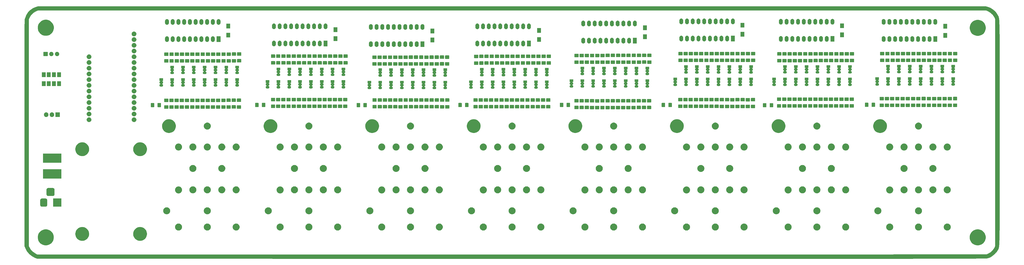
<source format=gbr>
G04 #@! TF.GenerationSoftware,KiCad,Pcbnew,(5.0.2)-1*
G04 #@! TF.CreationDate,2020-02-01T17:43:24-05:00*
G04 #@! TF.ProjectId,ZM1350-display,5a4d3133-3530-42d6-9469-73706c61792e,rev?*
G04 #@! TF.SameCoordinates,Original*
G04 #@! TF.FileFunction,Soldermask,Bot*
G04 #@! TF.FilePolarity,Negative*
%FSLAX46Y46*%
G04 Gerber Fmt 4.6, Leading zero omitted, Abs format (unit mm)*
G04 Created by KiCad (PCBNEW (5.0.2)-1) date 2/1/2020 5:43:24 PM*
%MOMM*%
%LPD*%
G01*
G04 APERTURE LIST*
%ADD10C,0.010000*%
%ADD11C,0.100000*%
G04 APERTURE END LIST*
D10*
G04 #@! TO.C,G2*
G36*
X45305713Y-87976534D02*
X44091095Y-88500038D01*
X42939882Y-89271924D01*
X42116776Y-90049384D01*
X41635940Y-90713132D01*
X41164069Y-91576820D01*
X40764719Y-92508424D01*
X40501447Y-93375920D01*
X40490377Y-93427821D01*
X40471060Y-93666286D01*
X40453194Y-94189559D01*
X40436773Y-95000665D01*
X40421788Y-96102627D01*
X40408231Y-97498469D01*
X40396095Y-99191216D01*
X40385371Y-101183890D01*
X40376053Y-103479515D01*
X40368131Y-106081115D01*
X40361599Y-108991715D01*
X40356447Y-112214337D01*
X40352670Y-115752005D01*
X40350258Y-119607744D01*
X40349204Y-123784576D01*
X40349499Y-128285526D01*
X40351137Y-133113617D01*
X40354109Y-138271873D01*
X40358408Y-143763319D01*
X40358753Y-144154648D01*
X40403080Y-194029482D01*
X40793773Y-194997051D01*
X41504514Y-196325245D01*
X42481640Y-197506361D01*
X43667161Y-198482555D01*
X45003089Y-199195982D01*
X45003249Y-199196047D01*
X45954073Y-199580476D01*
X255966656Y-199611631D01*
X266237767Y-199613116D01*
X276177700Y-199614473D01*
X285791702Y-199615694D01*
X295085020Y-199616776D01*
X304062898Y-199617714D01*
X312730585Y-199618501D01*
X321093325Y-199619133D01*
X329156366Y-199619605D01*
X336924953Y-199619911D01*
X344404333Y-199620047D01*
X351599753Y-199620008D01*
X358516458Y-199619787D01*
X365159695Y-199619381D01*
X371534710Y-199618783D01*
X377646749Y-199617989D01*
X383501059Y-199616994D01*
X389102886Y-199615792D01*
X394457477Y-199614379D01*
X399570077Y-199612749D01*
X404445933Y-199610896D01*
X409090292Y-199608817D01*
X413508399Y-199606505D01*
X417705500Y-199603956D01*
X421686843Y-199601165D01*
X425457674Y-199598126D01*
X429023238Y-199594834D01*
X432388783Y-199591283D01*
X435559553Y-199587470D01*
X438540797Y-199583389D01*
X441337759Y-199579034D01*
X443955687Y-199574401D01*
X446399826Y-199569483D01*
X448675423Y-199564277D01*
X450787725Y-199558777D01*
X452741977Y-199552978D01*
X454543426Y-199546875D01*
X456197318Y-199540462D01*
X457708899Y-199533735D01*
X459083416Y-199526688D01*
X460326115Y-199519316D01*
X461442243Y-199511614D01*
X462437045Y-199503577D01*
X463315768Y-199495199D01*
X464083658Y-199486477D01*
X464745962Y-199477403D01*
X465307926Y-199467974D01*
X465774795Y-199458184D01*
X466151818Y-199448028D01*
X466444239Y-199437501D01*
X466657305Y-199426598D01*
X466796263Y-199415313D01*
X466862238Y-199404843D01*
X467536504Y-199188680D01*
X468212828Y-198919410D01*
X468452650Y-198806004D01*
X469081611Y-198394273D01*
X469791062Y-197790601D01*
X470486403Y-197089502D01*
X471073037Y-196385493D01*
X471425933Y-195835289D01*
X471509266Y-195679384D01*
X471587062Y-195541798D01*
X471659510Y-195411034D01*
X471726800Y-195275593D01*
X471789121Y-195123979D01*
X471846664Y-194944692D01*
X471899619Y-194726236D01*
X471948174Y-194457112D01*
X471992521Y-194125822D01*
X472032848Y-193720869D01*
X472069345Y-193230754D01*
X472102202Y-192643981D01*
X472131609Y-191949049D01*
X472157756Y-191134463D01*
X472180832Y-190188724D01*
X472201027Y-189100335D01*
X472218531Y-187857796D01*
X472233534Y-186449611D01*
X472246225Y-184864282D01*
X472256794Y-183090310D01*
X472265431Y-181116198D01*
X472272325Y-178930448D01*
X472277667Y-176521562D01*
X472281646Y-173878042D01*
X472284453Y-170988390D01*
X472286275Y-167841109D01*
X472287304Y-164424700D01*
X472287729Y-160727666D01*
X472287741Y-156738509D01*
X472287528Y-152445730D01*
X472287280Y-147837833D01*
X472287185Y-143650012D01*
X472287334Y-138762078D01*
X472287649Y-134199073D01*
X472287927Y-129949499D01*
X472287965Y-126001862D01*
X472287563Y-122344666D01*
X472286518Y-118966415D01*
X472284628Y-115855612D01*
X472281691Y-113000764D01*
X472277505Y-110390372D01*
X472271868Y-108012943D01*
X472264578Y-105856981D01*
X472255433Y-103910988D01*
X472244232Y-102163471D01*
X472230772Y-100602932D01*
X472214851Y-99217877D01*
X472196268Y-97996809D01*
X472174820Y-96928233D01*
X472150305Y-96000653D01*
X472122522Y-95202573D01*
X472091268Y-94522498D01*
X472056341Y-93948932D01*
X472017540Y-93470379D01*
X471995850Y-93270542D01*
X470352748Y-93270542D01*
X470352748Y-194029482D01*
X469956437Y-194786436D01*
X469201775Y-195895609D01*
X468226983Y-196805680D01*
X467095439Y-197462954D01*
X466567980Y-197657089D01*
X466383932Y-197662209D01*
X465869848Y-197667236D01*
X465032120Y-197672166D01*
X463877135Y-197676997D01*
X462411284Y-197681726D01*
X460640956Y-197686349D01*
X458572539Y-197690863D01*
X456212424Y-197695266D01*
X453566999Y-197699554D01*
X450642653Y-197703725D01*
X447445777Y-197707775D01*
X443982759Y-197711701D01*
X440259989Y-197715500D01*
X436283856Y-197719169D01*
X432060749Y-197722705D01*
X427597057Y-197726105D01*
X422899170Y-197729366D01*
X417973477Y-197732485D01*
X412826368Y-197735458D01*
X407464231Y-197738283D01*
X401893456Y-197740957D01*
X396120432Y-197743477D01*
X390151549Y-197745839D01*
X383993195Y-197748040D01*
X377651761Y-197750078D01*
X371133635Y-197751949D01*
X364445207Y-197753650D01*
X357592865Y-197755179D01*
X350583000Y-197756532D01*
X343422000Y-197757706D01*
X336116255Y-197758698D01*
X328672154Y-197759505D01*
X321096086Y-197760123D01*
X313394441Y-197760551D01*
X305573608Y-197760785D01*
X297639977Y-197760821D01*
X289599935Y-197760657D01*
X281459874Y-197760290D01*
X273226182Y-197759716D01*
X264905248Y-197758933D01*
X256503461Y-197757937D01*
X256050762Y-197757878D01*
X45954073Y-197730144D01*
X45113013Y-197282095D01*
X44036125Y-196531140D01*
X43125585Y-195542628D01*
X42649722Y-194786436D01*
X42253411Y-194029482D01*
X42253411Y-93270542D01*
X42642404Y-92480808D01*
X43297027Y-91482189D01*
X44188424Y-90593457D01*
X45217213Y-89911067D01*
X45365331Y-89838064D01*
X46290497Y-89401668D01*
X466315662Y-89401668D01*
X467240828Y-89838064D01*
X468280837Y-90484175D01*
X469197254Y-91350021D01*
X469890697Y-92339148D01*
X469963755Y-92480808D01*
X470352748Y-93270542D01*
X471995850Y-93270542D01*
X471974663Y-93075343D01*
X471927507Y-92752328D01*
X471875871Y-92489840D01*
X471819553Y-92276382D01*
X471758350Y-92100458D01*
X471692061Y-91950573D01*
X471620483Y-91815230D01*
X471543416Y-91682935D01*
X471460656Y-91542191D01*
X471372002Y-91381503D01*
X471368766Y-91375331D01*
X470539468Y-90140885D01*
X469470620Y-89113094D01*
X468213158Y-88334513D01*
X467300446Y-87976534D01*
X466196119Y-87635442D01*
X46410040Y-87635442D01*
X45305713Y-87976534D01*
X45305713Y-87976534D01*
G37*
X45305713Y-87976534D02*
X44091095Y-88500038D01*
X42939882Y-89271924D01*
X42116776Y-90049384D01*
X41635940Y-90713132D01*
X41164069Y-91576820D01*
X40764719Y-92508424D01*
X40501447Y-93375920D01*
X40490377Y-93427821D01*
X40471060Y-93666286D01*
X40453194Y-94189559D01*
X40436773Y-95000665D01*
X40421788Y-96102627D01*
X40408231Y-97498469D01*
X40396095Y-99191216D01*
X40385371Y-101183890D01*
X40376053Y-103479515D01*
X40368131Y-106081115D01*
X40361599Y-108991715D01*
X40356447Y-112214337D01*
X40352670Y-115752005D01*
X40350258Y-119607744D01*
X40349204Y-123784576D01*
X40349499Y-128285526D01*
X40351137Y-133113617D01*
X40354109Y-138271873D01*
X40358408Y-143763319D01*
X40358753Y-144154648D01*
X40403080Y-194029482D01*
X40793773Y-194997051D01*
X41504514Y-196325245D01*
X42481640Y-197506361D01*
X43667161Y-198482555D01*
X45003089Y-199195982D01*
X45003249Y-199196047D01*
X45954073Y-199580476D01*
X255966656Y-199611631D01*
X266237767Y-199613116D01*
X276177700Y-199614473D01*
X285791702Y-199615694D01*
X295085020Y-199616776D01*
X304062898Y-199617714D01*
X312730585Y-199618501D01*
X321093325Y-199619133D01*
X329156366Y-199619605D01*
X336924953Y-199619911D01*
X344404333Y-199620047D01*
X351599753Y-199620008D01*
X358516458Y-199619787D01*
X365159695Y-199619381D01*
X371534710Y-199618783D01*
X377646749Y-199617989D01*
X383501059Y-199616994D01*
X389102886Y-199615792D01*
X394457477Y-199614379D01*
X399570077Y-199612749D01*
X404445933Y-199610896D01*
X409090292Y-199608817D01*
X413508399Y-199606505D01*
X417705500Y-199603956D01*
X421686843Y-199601165D01*
X425457674Y-199598126D01*
X429023238Y-199594834D01*
X432388783Y-199591283D01*
X435559553Y-199587470D01*
X438540797Y-199583389D01*
X441337759Y-199579034D01*
X443955687Y-199574401D01*
X446399826Y-199569483D01*
X448675423Y-199564277D01*
X450787725Y-199558777D01*
X452741977Y-199552978D01*
X454543426Y-199546875D01*
X456197318Y-199540462D01*
X457708899Y-199533735D01*
X459083416Y-199526688D01*
X460326115Y-199519316D01*
X461442243Y-199511614D01*
X462437045Y-199503577D01*
X463315768Y-199495199D01*
X464083658Y-199486477D01*
X464745962Y-199477403D01*
X465307926Y-199467974D01*
X465774795Y-199458184D01*
X466151818Y-199448028D01*
X466444239Y-199437501D01*
X466657305Y-199426598D01*
X466796263Y-199415313D01*
X466862238Y-199404843D01*
X467536504Y-199188680D01*
X468212828Y-198919410D01*
X468452650Y-198806004D01*
X469081611Y-198394273D01*
X469791062Y-197790601D01*
X470486403Y-197089502D01*
X471073037Y-196385493D01*
X471425933Y-195835289D01*
X471509266Y-195679384D01*
X471587062Y-195541798D01*
X471659510Y-195411034D01*
X471726800Y-195275593D01*
X471789121Y-195123979D01*
X471846664Y-194944692D01*
X471899619Y-194726236D01*
X471948174Y-194457112D01*
X471992521Y-194125822D01*
X472032848Y-193720869D01*
X472069345Y-193230754D01*
X472102202Y-192643981D01*
X472131609Y-191949049D01*
X472157756Y-191134463D01*
X472180832Y-190188724D01*
X472201027Y-189100335D01*
X472218531Y-187857796D01*
X472233534Y-186449611D01*
X472246225Y-184864282D01*
X472256794Y-183090310D01*
X472265431Y-181116198D01*
X472272325Y-178930448D01*
X472277667Y-176521562D01*
X472281646Y-173878042D01*
X472284453Y-170988390D01*
X472286275Y-167841109D01*
X472287304Y-164424700D01*
X472287729Y-160727666D01*
X472287741Y-156738509D01*
X472287528Y-152445730D01*
X472287280Y-147837833D01*
X472287185Y-143650012D01*
X472287334Y-138762078D01*
X472287649Y-134199073D01*
X472287927Y-129949499D01*
X472287965Y-126001862D01*
X472287563Y-122344666D01*
X472286518Y-118966415D01*
X472284628Y-115855612D01*
X472281691Y-113000764D01*
X472277505Y-110390372D01*
X472271868Y-108012943D01*
X472264578Y-105856981D01*
X472255433Y-103910988D01*
X472244232Y-102163471D01*
X472230772Y-100602932D01*
X472214851Y-99217877D01*
X472196268Y-97996809D01*
X472174820Y-96928233D01*
X472150305Y-96000653D01*
X472122522Y-95202573D01*
X472091268Y-94522498D01*
X472056341Y-93948932D01*
X472017540Y-93470379D01*
X471995850Y-93270542D01*
X470352748Y-93270542D01*
X470352748Y-194029482D01*
X469956437Y-194786436D01*
X469201775Y-195895609D01*
X468226983Y-196805680D01*
X467095439Y-197462954D01*
X466567980Y-197657089D01*
X466383932Y-197662209D01*
X465869848Y-197667236D01*
X465032120Y-197672166D01*
X463877135Y-197676997D01*
X462411284Y-197681726D01*
X460640956Y-197686349D01*
X458572539Y-197690863D01*
X456212424Y-197695266D01*
X453566999Y-197699554D01*
X450642653Y-197703725D01*
X447445777Y-197707775D01*
X443982759Y-197711701D01*
X440259989Y-197715500D01*
X436283856Y-197719169D01*
X432060749Y-197722705D01*
X427597057Y-197726105D01*
X422899170Y-197729366D01*
X417973477Y-197732485D01*
X412826368Y-197735458D01*
X407464231Y-197738283D01*
X401893456Y-197740957D01*
X396120432Y-197743477D01*
X390151549Y-197745839D01*
X383993195Y-197748040D01*
X377651761Y-197750078D01*
X371133635Y-197751949D01*
X364445207Y-197753650D01*
X357592865Y-197755179D01*
X350583000Y-197756532D01*
X343422000Y-197757706D01*
X336116255Y-197758698D01*
X328672154Y-197759505D01*
X321096086Y-197760123D01*
X313394441Y-197760551D01*
X305573608Y-197760785D01*
X297639977Y-197760821D01*
X289599935Y-197760657D01*
X281459874Y-197760290D01*
X273226182Y-197759716D01*
X264905248Y-197758933D01*
X256503461Y-197757937D01*
X256050762Y-197757878D01*
X45954073Y-197730144D01*
X45113013Y-197282095D01*
X44036125Y-196531140D01*
X43125585Y-195542628D01*
X42649722Y-194786436D01*
X42253411Y-194029482D01*
X42253411Y-93270542D01*
X42642404Y-92480808D01*
X43297027Y-91482189D01*
X44188424Y-90593457D01*
X45217213Y-89911067D01*
X45365331Y-89838064D01*
X46290497Y-89401668D01*
X466315662Y-89401668D01*
X467240828Y-89838064D01*
X468280837Y-90484175D01*
X469197254Y-91350021D01*
X469890697Y-92339148D01*
X469963755Y-92480808D01*
X470352748Y-93270542D01*
X471995850Y-93270542D01*
X471974663Y-93075343D01*
X471927507Y-92752328D01*
X471875871Y-92489840D01*
X471819553Y-92276382D01*
X471758350Y-92100458D01*
X471692061Y-91950573D01*
X471620483Y-91815230D01*
X471543416Y-91682935D01*
X471460656Y-91542191D01*
X471372002Y-91381503D01*
X471368766Y-91375331D01*
X470539468Y-90140885D01*
X469470620Y-89113094D01*
X468213158Y-88334513D01*
X467300446Y-87976534D01*
X466196119Y-87635442D01*
X46410040Y-87635442D01*
X45305713Y-87976534D01*
D11*
G36*
X463625786Y-186734462D02*
X463625788Y-186734463D01*
X463625789Y-186734463D01*
X464272029Y-187002144D01*
X464845791Y-187385520D01*
X464853634Y-187390760D01*
X465348240Y-187885366D01*
X465348242Y-187885369D01*
X465736856Y-188466971D01*
X465930362Y-188934137D01*
X466004538Y-189113214D01*
X466141000Y-189799256D01*
X466141000Y-190498744D01*
X466005533Y-191179786D01*
X466004537Y-191184789D01*
X465736856Y-191831029D01*
X465736855Y-191831030D01*
X465348240Y-192412634D01*
X464853634Y-192907240D01*
X464853631Y-192907242D01*
X464272029Y-193295856D01*
X463625789Y-193563537D01*
X463625788Y-193563537D01*
X463625786Y-193563538D01*
X462939744Y-193700000D01*
X462240256Y-193700000D01*
X461554214Y-193563538D01*
X461554212Y-193563537D01*
X461554211Y-193563537D01*
X460907971Y-193295856D01*
X460326369Y-192907242D01*
X460326366Y-192907240D01*
X459831760Y-192412634D01*
X459443145Y-191831030D01*
X459443144Y-191831029D01*
X459175463Y-191184789D01*
X459174468Y-191179786D01*
X459039000Y-190498744D01*
X459039000Y-189799256D01*
X459175462Y-189113214D01*
X459249638Y-188934137D01*
X459443144Y-188466971D01*
X459831758Y-187885369D01*
X459831760Y-187885366D01*
X460326366Y-187390760D01*
X460334209Y-187385520D01*
X460907971Y-187002144D01*
X461554211Y-186734463D01*
X461554212Y-186734463D01*
X461554214Y-186734462D01*
X462240256Y-186598000D01*
X462939744Y-186598000D01*
X463625786Y-186734462D01*
X463625786Y-186734462D01*
G37*
G36*
X50860386Y-186729462D02*
X50860388Y-186729463D01*
X50860389Y-186729463D01*
X51506629Y-186997144D01*
X52080391Y-187380520D01*
X52088234Y-187385760D01*
X52582840Y-187880366D01*
X52582842Y-187880369D01*
X52971456Y-188461971D01*
X53167033Y-188934137D01*
X53239138Y-189108214D01*
X53375600Y-189794256D01*
X53375600Y-190493744D01*
X53274203Y-191003504D01*
X53239137Y-191179789D01*
X52971456Y-191826029D01*
X52971455Y-191826030D01*
X52582840Y-192407634D01*
X52088234Y-192902240D01*
X52088231Y-192902242D01*
X51506629Y-193290856D01*
X50860389Y-193558537D01*
X50860388Y-193558537D01*
X50860386Y-193558538D01*
X50174344Y-193695000D01*
X49474856Y-193695000D01*
X48788814Y-193558538D01*
X48788812Y-193558537D01*
X48788811Y-193558537D01*
X48142571Y-193290856D01*
X47560969Y-192902242D01*
X47560966Y-192902240D01*
X47066360Y-192407634D01*
X46677745Y-191826030D01*
X46677744Y-191826029D01*
X46410063Y-191179789D01*
X46374998Y-191003504D01*
X46273600Y-190493744D01*
X46273600Y-189794256D01*
X46410062Y-189108214D01*
X46482167Y-188934137D01*
X46677744Y-188461971D01*
X47066358Y-187880369D01*
X47066360Y-187880366D01*
X47560966Y-187385760D01*
X47568809Y-187380520D01*
X48142571Y-186997144D01*
X48788811Y-186729463D01*
X48788812Y-186729463D01*
X48788814Y-186729462D01*
X49474856Y-186593000D01*
X50174344Y-186593000D01*
X50860386Y-186729462D01*
X50860386Y-186729462D01*
G37*
G36*
X66870081Y-185699888D02*
X66870083Y-185699889D01*
X66870084Y-185699889D01*
X67425330Y-185929879D01*
X67918302Y-186259273D01*
X67925042Y-186263776D01*
X68350004Y-186688738D01*
X68350006Y-186688741D01*
X68683901Y-187188450D01*
X68767700Y-187390760D01*
X68913892Y-187743699D01*
X69031140Y-188333141D01*
X69031140Y-188934139D01*
X68995520Y-189113214D01*
X68913891Y-189523584D01*
X68683901Y-190078830D01*
X68683900Y-190078831D01*
X68350004Y-190578542D01*
X67925042Y-191003504D01*
X67925039Y-191003506D01*
X67425330Y-191337401D01*
X66870084Y-191567391D01*
X66870083Y-191567391D01*
X66870081Y-191567392D01*
X66280639Y-191684640D01*
X65679641Y-191684640D01*
X65090199Y-191567392D01*
X65090197Y-191567391D01*
X65090196Y-191567391D01*
X64534950Y-191337401D01*
X64035241Y-191003506D01*
X64035238Y-191003504D01*
X63610276Y-190578542D01*
X63276380Y-190078831D01*
X63276379Y-190078830D01*
X63046389Y-189523584D01*
X62964761Y-189113214D01*
X62929140Y-188934139D01*
X62929140Y-188333141D01*
X63046388Y-187743699D01*
X63192580Y-187390760D01*
X63276379Y-187188450D01*
X63610274Y-186688741D01*
X63610276Y-186688738D01*
X64035238Y-186263776D01*
X64041978Y-186259273D01*
X64534950Y-185929879D01*
X65090196Y-185699889D01*
X65090197Y-185699889D01*
X65090199Y-185699888D01*
X65679641Y-185582640D01*
X66280639Y-185582640D01*
X66870081Y-185699888D01*
X66870081Y-185699888D01*
G37*
G36*
X92470081Y-185699888D02*
X92470083Y-185699889D01*
X92470084Y-185699889D01*
X93025330Y-185929879D01*
X93518302Y-186259273D01*
X93525042Y-186263776D01*
X93950004Y-186688738D01*
X93950006Y-186688741D01*
X94283901Y-187188450D01*
X94367700Y-187390760D01*
X94513892Y-187743699D01*
X94631140Y-188333141D01*
X94631140Y-188934139D01*
X94595520Y-189113214D01*
X94513891Y-189523584D01*
X94283901Y-190078830D01*
X94283900Y-190078831D01*
X93950004Y-190578542D01*
X93525042Y-191003504D01*
X93525039Y-191003506D01*
X93025330Y-191337401D01*
X92470084Y-191567391D01*
X92470083Y-191567391D01*
X92470081Y-191567392D01*
X91880639Y-191684640D01*
X91279641Y-191684640D01*
X90690199Y-191567392D01*
X90690197Y-191567391D01*
X90690196Y-191567391D01*
X90134950Y-191337401D01*
X89635241Y-191003506D01*
X89635238Y-191003504D01*
X89210276Y-190578542D01*
X88876380Y-190078831D01*
X88876379Y-190078830D01*
X88646389Y-189523584D01*
X88564761Y-189113214D01*
X88529140Y-188934139D01*
X88529140Y-188333141D01*
X88646388Y-187743699D01*
X88792580Y-187390760D01*
X88876379Y-187188450D01*
X89210274Y-186688741D01*
X89210276Y-186688738D01*
X89635238Y-186263776D01*
X89641978Y-186259273D01*
X90134950Y-185929879D01*
X90690196Y-185699889D01*
X90690197Y-185699889D01*
X90690199Y-185699888D01*
X91279641Y-185582640D01*
X91880639Y-185582640D01*
X92470081Y-185699888D01*
X92470081Y-185699888D01*
G37*
G36*
X423976845Y-184058332D02*
X424076728Y-184078200D01*
X424358992Y-184195117D01*
X424613023Y-184364855D01*
X424829059Y-184580891D01*
X424998797Y-184834922D01*
X425115714Y-185117186D01*
X425175318Y-185416836D01*
X425175318Y-185722356D01*
X425115714Y-186022006D01*
X424998797Y-186304270D01*
X424829059Y-186558301D01*
X424613023Y-186774337D01*
X424358992Y-186944075D01*
X424076728Y-187060992D01*
X423976845Y-187080860D01*
X423777080Y-187120596D01*
X423471556Y-187120596D01*
X423271791Y-187080860D01*
X423171908Y-187060992D01*
X422889644Y-186944075D01*
X422635613Y-186774337D01*
X422419577Y-186558301D01*
X422249839Y-186304270D01*
X422132922Y-186022006D01*
X422073318Y-185722356D01*
X422073318Y-185416836D01*
X422132922Y-185117186D01*
X422249839Y-184834922D01*
X422419577Y-184580891D01*
X422635613Y-184364855D01*
X422889644Y-184195117D01*
X423171908Y-184078200D01*
X423271791Y-184058332D01*
X423471556Y-184018596D01*
X423777080Y-184018596D01*
X423976845Y-184058332D01*
X423976845Y-184058332D01*
G37*
G36*
X269476845Y-184058332D02*
X269576728Y-184078200D01*
X269858992Y-184195117D01*
X270113023Y-184364855D01*
X270329059Y-184580891D01*
X270498797Y-184834922D01*
X270615714Y-185117186D01*
X270675318Y-185416836D01*
X270675318Y-185722356D01*
X270615714Y-186022006D01*
X270498797Y-186304270D01*
X270329059Y-186558301D01*
X270113023Y-186774337D01*
X269858992Y-186944075D01*
X269576728Y-187060992D01*
X269476845Y-187080860D01*
X269277080Y-187120596D01*
X268971556Y-187120596D01*
X268771791Y-187080860D01*
X268671908Y-187060992D01*
X268389644Y-186944075D01*
X268135613Y-186774337D01*
X267919577Y-186558301D01*
X267749839Y-186304270D01*
X267632922Y-186022006D01*
X267573318Y-185722356D01*
X267573318Y-185416836D01*
X267632922Y-185117186D01*
X267749839Y-184834922D01*
X267919577Y-184580891D01*
X268135613Y-184364855D01*
X268389644Y-184195117D01*
X268671908Y-184078200D01*
X268771791Y-184058332D01*
X268971556Y-184018596D01*
X269277080Y-184018596D01*
X269476845Y-184058332D01*
X269476845Y-184058332D01*
G37*
G36*
X404476845Y-184058332D02*
X404576728Y-184078200D01*
X404858992Y-184195117D01*
X405113023Y-184364855D01*
X405329059Y-184580891D01*
X405498797Y-184834922D01*
X405615714Y-185117186D01*
X405675318Y-185416836D01*
X405675318Y-185722356D01*
X405615714Y-186022006D01*
X405498797Y-186304270D01*
X405329059Y-186558301D01*
X405113023Y-186774337D01*
X404858992Y-186944075D01*
X404576728Y-187060992D01*
X404476845Y-187080860D01*
X404277080Y-187120596D01*
X403971556Y-187120596D01*
X403771791Y-187080860D01*
X403671908Y-187060992D01*
X403389644Y-186944075D01*
X403135613Y-186774337D01*
X402919577Y-186558301D01*
X402749839Y-186304270D01*
X402632922Y-186022006D01*
X402573318Y-185722356D01*
X402573318Y-185416836D01*
X402632922Y-185117186D01*
X402749839Y-184834922D01*
X402919577Y-184580891D01*
X403135613Y-184364855D01*
X403389644Y-184195117D01*
X403671908Y-184078200D01*
X403771791Y-184058332D01*
X403971556Y-184018596D01*
X404277080Y-184018596D01*
X404476845Y-184058332D01*
X404476845Y-184058332D01*
G37*
G36*
X391726845Y-184058332D02*
X391826728Y-184078200D01*
X392108992Y-184195117D01*
X392363023Y-184364855D01*
X392579059Y-184580891D01*
X392748797Y-184834922D01*
X392865714Y-185117186D01*
X392925318Y-185416836D01*
X392925318Y-185722356D01*
X392865714Y-186022006D01*
X392748797Y-186304270D01*
X392579059Y-186558301D01*
X392363023Y-186774337D01*
X392108992Y-186944075D01*
X391826728Y-187060992D01*
X391726845Y-187080860D01*
X391527080Y-187120596D01*
X391221556Y-187120596D01*
X391021791Y-187080860D01*
X390921908Y-187060992D01*
X390639644Y-186944075D01*
X390385613Y-186774337D01*
X390169577Y-186558301D01*
X389999839Y-186304270D01*
X389882922Y-186022006D01*
X389823318Y-185722356D01*
X389823318Y-185416836D01*
X389882922Y-185117186D01*
X389999839Y-184834922D01*
X390169577Y-184580891D01*
X390385613Y-184364855D01*
X390639644Y-184195117D01*
X390921908Y-184078200D01*
X391021791Y-184058332D01*
X391221556Y-184018596D01*
X391527080Y-184018596D01*
X391726845Y-184058332D01*
X391726845Y-184058332D01*
G37*
G36*
X108976845Y-184058332D02*
X109076728Y-184078200D01*
X109358992Y-184195117D01*
X109613023Y-184364855D01*
X109829059Y-184580891D01*
X109998797Y-184834922D01*
X110115714Y-185117186D01*
X110175318Y-185416836D01*
X110175318Y-185722356D01*
X110115714Y-186022006D01*
X109998797Y-186304270D01*
X109829059Y-186558301D01*
X109613023Y-186774337D01*
X109358992Y-186944075D01*
X109076728Y-187060992D01*
X108976845Y-187080860D01*
X108777080Y-187120596D01*
X108471556Y-187120596D01*
X108271791Y-187080860D01*
X108171908Y-187060992D01*
X107889644Y-186944075D01*
X107635613Y-186774337D01*
X107419577Y-186558301D01*
X107249839Y-186304270D01*
X107132922Y-186022006D01*
X107073318Y-185722356D01*
X107073318Y-185416836D01*
X107132922Y-185117186D01*
X107249839Y-184834922D01*
X107419577Y-184580891D01*
X107635613Y-184364855D01*
X107889644Y-184195117D01*
X108171908Y-184078200D01*
X108271791Y-184058332D01*
X108471556Y-184018596D01*
X108777080Y-184018596D01*
X108976845Y-184058332D01*
X108976845Y-184058332D01*
G37*
G36*
X134476845Y-184058332D02*
X134576728Y-184078200D01*
X134858992Y-184195117D01*
X135113023Y-184364855D01*
X135329059Y-184580891D01*
X135498797Y-184834922D01*
X135615714Y-185117186D01*
X135675318Y-185416836D01*
X135675318Y-185722356D01*
X135615714Y-186022006D01*
X135498797Y-186304270D01*
X135329059Y-186558301D01*
X135113023Y-186774337D01*
X134858992Y-186944075D01*
X134576728Y-187060992D01*
X134476845Y-187080860D01*
X134277080Y-187120596D01*
X133971556Y-187120596D01*
X133771791Y-187080860D01*
X133671908Y-187060992D01*
X133389644Y-186944075D01*
X133135613Y-186774337D01*
X132919577Y-186558301D01*
X132749839Y-186304270D01*
X132632922Y-186022006D01*
X132573318Y-185722356D01*
X132573318Y-185416836D01*
X132632922Y-185117186D01*
X132749839Y-184834922D01*
X132919577Y-184580891D01*
X133135613Y-184364855D01*
X133389644Y-184195117D01*
X133671908Y-184078200D01*
X133771791Y-184058332D01*
X133971556Y-184018596D01*
X134277080Y-184018596D01*
X134476845Y-184058332D01*
X134476845Y-184058332D01*
G37*
G36*
X121726845Y-184058332D02*
X121826728Y-184078200D01*
X122108992Y-184195117D01*
X122363023Y-184364855D01*
X122579059Y-184580891D01*
X122748797Y-184834922D01*
X122865714Y-185117186D01*
X122925318Y-185416836D01*
X122925318Y-185722356D01*
X122865714Y-186022006D01*
X122748797Y-186304270D01*
X122579059Y-186558301D01*
X122363023Y-186774337D01*
X122108992Y-186944075D01*
X121826728Y-187060992D01*
X121726845Y-187080860D01*
X121527080Y-187120596D01*
X121221556Y-187120596D01*
X121021791Y-187080860D01*
X120921908Y-187060992D01*
X120639644Y-186944075D01*
X120385613Y-186774337D01*
X120169577Y-186558301D01*
X119999839Y-186304270D01*
X119882922Y-186022006D01*
X119823318Y-185722356D01*
X119823318Y-185416836D01*
X119882922Y-185117186D01*
X119999839Y-184834922D01*
X120169577Y-184580891D01*
X120385613Y-184364855D01*
X120639644Y-184195117D01*
X120921908Y-184078200D01*
X121021791Y-184058332D01*
X121221556Y-184018596D01*
X121527080Y-184018596D01*
X121726845Y-184058332D01*
X121726845Y-184058332D01*
G37*
G36*
X333976845Y-184058332D02*
X334076728Y-184078200D01*
X334358992Y-184195117D01*
X334613023Y-184364855D01*
X334829059Y-184580891D01*
X334998797Y-184834922D01*
X335115714Y-185117186D01*
X335175318Y-185416836D01*
X335175318Y-185722356D01*
X335115714Y-186022006D01*
X334998797Y-186304270D01*
X334829059Y-186558301D01*
X334613023Y-186774337D01*
X334358992Y-186944075D01*
X334076728Y-187060992D01*
X333976845Y-187080860D01*
X333777080Y-187120596D01*
X333471556Y-187120596D01*
X333271791Y-187080860D01*
X333171908Y-187060992D01*
X332889644Y-186944075D01*
X332635613Y-186774337D01*
X332419577Y-186558301D01*
X332249839Y-186304270D01*
X332132922Y-186022006D01*
X332073318Y-185722356D01*
X332073318Y-185416836D01*
X332132922Y-185117186D01*
X332249839Y-184834922D01*
X332419577Y-184580891D01*
X332635613Y-184364855D01*
X332889644Y-184195117D01*
X333171908Y-184078200D01*
X333271791Y-184058332D01*
X333471556Y-184018596D01*
X333777080Y-184018596D01*
X333976845Y-184058332D01*
X333976845Y-184058332D01*
G37*
G36*
X359476845Y-184058332D02*
X359576728Y-184078200D01*
X359858992Y-184195117D01*
X360113023Y-184364855D01*
X360329059Y-184580891D01*
X360498797Y-184834922D01*
X360615714Y-185117186D01*
X360675318Y-185416836D01*
X360675318Y-185722356D01*
X360615714Y-186022006D01*
X360498797Y-186304270D01*
X360329059Y-186558301D01*
X360113023Y-186774337D01*
X359858992Y-186944075D01*
X359576728Y-187060992D01*
X359476845Y-187080860D01*
X359277080Y-187120596D01*
X358971556Y-187120596D01*
X358771791Y-187080860D01*
X358671908Y-187060992D01*
X358389644Y-186944075D01*
X358135613Y-186774337D01*
X357919577Y-186558301D01*
X357749839Y-186304270D01*
X357632922Y-186022006D01*
X357573318Y-185722356D01*
X357573318Y-185416836D01*
X357632922Y-185117186D01*
X357749839Y-184834922D01*
X357919577Y-184580891D01*
X358135613Y-184364855D01*
X358389644Y-184195117D01*
X358671908Y-184078200D01*
X358771791Y-184058332D01*
X358971556Y-184018596D01*
X359277080Y-184018596D01*
X359476845Y-184058332D01*
X359476845Y-184058332D01*
G37*
G36*
X346726845Y-184058332D02*
X346826728Y-184078200D01*
X347108992Y-184195117D01*
X347363023Y-184364855D01*
X347579059Y-184580891D01*
X347748797Y-184834922D01*
X347865714Y-185117186D01*
X347925318Y-185416836D01*
X347925318Y-185722356D01*
X347865714Y-186022006D01*
X347748797Y-186304270D01*
X347579059Y-186558301D01*
X347363023Y-186774337D01*
X347108992Y-186944075D01*
X346826728Y-187060992D01*
X346726845Y-187080860D01*
X346527080Y-187120596D01*
X346221556Y-187120596D01*
X346021791Y-187080860D01*
X345921908Y-187060992D01*
X345639644Y-186944075D01*
X345385613Y-186774337D01*
X345169577Y-186558301D01*
X344999839Y-186304270D01*
X344882922Y-186022006D01*
X344823318Y-185722356D01*
X344823318Y-185416836D01*
X344882922Y-185117186D01*
X344999839Y-184834922D01*
X345169577Y-184580891D01*
X345385613Y-184364855D01*
X345639644Y-184195117D01*
X345921908Y-184078200D01*
X346021791Y-184058332D01*
X346221556Y-184018596D01*
X346527080Y-184018596D01*
X346726845Y-184058332D01*
X346726845Y-184058332D01*
G37*
G36*
X288976845Y-184058332D02*
X289076728Y-184078200D01*
X289358992Y-184195117D01*
X289613023Y-184364855D01*
X289829059Y-184580891D01*
X289998797Y-184834922D01*
X290115714Y-185117186D01*
X290175318Y-185416836D01*
X290175318Y-185722356D01*
X290115714Y-186022006D01*
X289998797Y-186304270D01*
X289829059Y-186558301D01*
X289613023Y-186774337D01*
X289358992Y-186944075D01*
X289076728Y-187060992D01*
X288976845Y-187080860D01*
X288777080Y-187120596D01*
X288471556Y-187120596D01*
X288271791Y-187080860D01*
X288171908Y-187060992D01*
X287889644Y-186944075D01*
X287635613Y-186774337D01*
X287419577Y-186558301D01*
X287249839Y-186304270D01*
X287132922Y-186022006D01*
X287073318Y-185722356D01*
X287073318Y-185416836D01*
X287132922Y-185117186D01*
X287249839Y-184834922D01*
X287419577Y-184580891D01*
X287635613Y-184364855D01*
X287889644Y-184195117D01*
X288171908Y-184078200D01*
X288271791Y-184058332D01*
X288471556Y-184018596D01*
X288777080Y-184018596D01*
X288976845Y-184058332D01*
X288976845Y-184058332D01*
G37*
G36*
X314476845Y-184058332D02*
X314576728Y-184078200D01*
X314858992Y-184195117D01*
X315113023Y-184364855D01*
X315329059Y-184580891D01*
X315498797Y-184834922D01*
X315615714Y-185117186D01*
X315675318Y-185416836D01*
X315675318Y-185722356D01*
X315615714Y-186022006D01*
X315498797Y-186304270D01*
X315329059Y-186558301D01*
X315113023Y-186774337D01*
X314858992Y-186944075D01*
X314576728Y-187060992D01*
X314476845Y-187080860D01*
X314277080Y-187120596D01*
X313971556Y-187120596D01*
X313771791Y-187080860D01*
X313671908Y-187060992D01*
X313389644Y-186944075D01*
X313135613Y-186774337D01*
X312919577Y-186558301D01*
X312749839Y-186304270D01*
X312632922Y-186022006D01*
X312573318Y-185722356D01*
X312573318Y-185416836D01*
X312632922Y-185117186D01*
X312749839Y-184834922D01*
X312919577Y-184580891D01*
X313135613Y-184364855D01*
X313389644Y-184195117D01*
X313671908Y-184078200D01*
X313771791Y-184058332D01*
X313971556Y-184018596D01*
X314277080Y-184018596D01*
X314476845Y-184058332D01*
X314476845Y-184058332D01*
G37*
G36*
X301726845Y-184058332D02*
X301826728Y-184078200D01*
X302108992Y-184195117D01*
X302363023Y-184364855D01*
X302579059Y-184580891D01*
X302748797Y-184834922D01*
X302865714Y-185117186D01*
X302925318Y-185416836D01*
X302925318Y-185722356D01*
X302865714Y-186022006D01*
X302748797Y-186304270D01*
X302579059Y-186558301D01*
X302363023Y-186774337D01*
X302108992Y-186944075D01*
X301826728Y-187060992D01*
X301726845Y-187080860D01*
X301527080Y-187120596D01*
X301221556Y-187120596D01*
X301021791Y-187080860D01*
X300921908Y-187060992D01*
X300639644Y-186944075D01*
X300385613Y-186774337D01*
X300169577Y-186558301D01*
X299999839Y-186304270D01*
X299882922Y-186022006D01*
X299823318Y-185722356D01*
X299823318Y-185416836D01*
X299882922Y-185117186D01*
X299999839Y-184834922D01*
X300169577Y-184580891D01*
X300385613Y-184364855D01*
X300639644Y-184195117D01*
X300921908Y-184078200D01*
X301021791Y-184058332D01*
X301221556Y-184018596D01*
X301527080Y-184018596D01*
X301726845Y-184058332D01*
X301726845Y-184058332D01*
G37*
G36*
X378976845Y-184058332D02*
X379076728Y-184078200D01*
X379358992Y-184195117D01*
X379613023Y-184364855D01*
X379829059Y-184580891D01*
X379998797Y-184834922D01*
X380115714Y-185117186D01*
X380175318Y-185416836D01*
X380175318Y-185722356D01*
X380115714Y-186022006D01*
X379998797Y-186304270D01*
X379829059Y-186558301D01*
X379613023Y-186774337D01*
X379358992Y-186944075D01*
X379076728Y-187060992D01*
X378976845Y-187080860D01*
X378777080Y-187120596D01*
X378471556Y-187120596D01*
X378271791Y-187080860D01*
X378171908Y-187060992D01*
X377889644Y-186944075D01*
X377635613Y-186774337D01*
X377419577Y-186558301D01*
X377249839Y-186304270D01*
X377132922Y-186022006D01*
X377073318Y-185722356D01*
X377073318Y-185416836D01*
X377132922Y-185117186D01*
X377249839Y-184834922D01*
X377419577Y-184580891D01*
X377635613Y-184364855D01*
X377889644Y-184195117D01*
X378171908Y-184078200D01*
X378271791Y-184058332D01*
X378471556Y-184018596D01*
X378777080Y-184018596D01*
X378976845Y-184058332D01*
X378976845Y-184058332D01*
G37*
G36*
X243976845Y-184058332D02*
X244076728Y-184078200D01*
X244358992Y-184195117D01*
X244613023Y-184364855D01*
X244829059Y-184580891D01*
X244998797Y-184834922D01*
X245115714Y-185117186D01*
X245175318Y-185416836D01*
X245175318Y-185722356D01*
X245115714Y-186022006D01*
X244998797Y-186304270D01*
X244829059Y-186558301D01*
X244613023Y-186774337D01*
X244358992Y-186944075D01*
X244076728Y-187060992D01*
X243976845Y-187080860D01*
X243777080Y-187120596D01*
X243471556Y-187120596D01*
X243271791Y-187080860D01*
X243171908Y-187060992D01*
X242889644Y-186944075D01*
X242635613Y-186774337D01*
X242419577Y-186558301D01*
X242249839Y-186304270D01*
X242132922Y-186022006D01*
X242073318Y-185722356D01*
X242073318Y-185416836D01*
X242132922Y-185117186D01*
X242249839Y-184834922D01*
X242419577Y-184580891D01*
X242635613Y-184364855D01*
X242889644Y-184195117D01*
X243171908Y-184078200D01*
X243271791Y-184058332D01*
X243471556Y-184018596D01*
X243777080Y-184018596D01*
X243976845Y-184058332D01*
X243976845Y-184058332D01*
G37*
G36*
X449476845Y-184058332D02*
X449576728Y-184078200D01*
X449858992Y-184195117D01*
X450113023Y-184364855D01*
X450329059Y-184580891D01*
X450498797Y-184834922D01*
X450615714Y-185117186D01*
X450675318Y-185416836D01*
X450675318Y-185722356D01*
X450615714Y-186022006D01*
X450498797Y-186304270D01*
X450329059Y-186558301D01*
X450113023Y-186774337D01*
X449858992Y-186944075D01*
X449576728Y-187060992D01*
X449476845Y-187080860D01*
X449277080Y-187120596D01*
X448971556Y-187120596D01*
X448771791Y-187080860D01*
X448671908Y-187060992D01*
X448389644Y-186944075D01*
X448135613Y-186774337D01*
X447919577Y-186558301D01*
X447749839Y-186304270D01*
X447632922Y-186022006D01*
X447573318Y-185722356D01*
X447573318Y-185416836D01*
X447632922Y-185117186D01*
X447749839Y-184834922D01*
X447919577Y-184580891D01*
X448135613Y-184364855D01*
X448389644Y-184195117D01*
X448671908Y-184078200D01*
X448771791Y-184058332D01*
X448971556Y-184018596D01*
X449277080Y-184018596D01*
X449476845Y-184058332D01*
X449476845Y-184058332D01*
G37*
G36*
X166726845Y-184058332D02*
X166826728Y-184078200D01*
X167108992Y-184195117D01*
X167363023Y-184364855D01*
X167579059Y-184580891D01*
X167748797Y-184834922D01*
X167865714Y-185117186D01*
X167925318Y-185416836D01*
X167925318Y-185722356D01*
X167865714Y-186022006D01*
X167748797Y-186304270D01*
X167579059Y-186558301D01*
X167363023Y-186774337D01*
X167108992Y-186944075D01*
X166826728Y-187060992D01*
X166726845Y-187080860D01*
X166527080Y-187120596D01*
X166221556Y-187120596D01*
X166021791Y-187080860D01*
X165921908Y-187060992D01*
X165639644Y-186944075D01*
X165385613Y-186774337D01*
X165169577Y-186558301D01*
X164999839Y-186304270D01*
X164882922Y-186022006D01*
X164823318Y-185722356D01*
X164823318Y-185416836D01*
X164882922Y-185117186D01*
X164999839Y-184834922D01*
X165169577Y-184580891D01*
X165385613Y-184364855D01*
X165639644Y-184195117D01*
X165921908Y-184078200D01*
X166021791Y-184058332D01*
X166221556Y-184018596D01*
X166527080Y-184018596D01*
X166726845Y-184058332D01*
X166726845Y-184058332D01*
G37*
G36*
X179476845Y-184058332D02*
X179576728Y-184078200D01*
X179858992Y-184195117D01*
X180113023Y-184364855D01*
X180329059Y-184580891D01*
X180498797Y-184834922D01*
X180615714Y-185117186D01*
X180675318Y-185416836D01*
X180675318Y-185722356D01*
X180615714Y-186022006D01*
X180498797Y-186304270D01*
X180329059Y-186558301D01*
X180113023Y-186774337D01*
X179858992Y-186944075D01*
X179576728Y-187060992D01*
X179476845Y-187080860D01*
X179277080Y-187120596D01*
X178971556Y-187120596D01*
X178771791Y-187080860D01*
X178671908Y-187060992D01*
X178389644Y-186944075D01*
X178135613Y-186774337D01*
X177919577Y-186558301D01*
X177749839Y-186304270D01*
X177632922Y-186022006D01*
X177573318Y-185722356D01*
X177573318Y-185416836D01*
X177632922Y-185117186D01*
X177749839Y-184834922D01*
X177919577Y-184580891D01*
X178135613Y-184364855D01*
X178389644Y-184195117D01*
X178671908Y-184078200D01*
X178771791Y-184058332D01*
X178971556Y-184018596D01*
X179277080Y-184018596D01*
X179476845Y-184058332D01*
X179476845Y-184058332D01*
G37*
G36*
X153976845Y-184058332D02*
X154076728Y-184078200D01*
X154358992Y-184195117D01*
X154613023Y-184364855D01*
X154829059Y-184580891D01*
X154998797Y-184834922D01*
X155115714Y-185117186D01*
X155175318Y-185416836D01*
X155175318Y-185722356D01*
X155115714Y-186022006D01*
X154998797Y-186304270D01*
X154829059Y-186558301D01*
X154613023Y-186774337D01*
X154358992Y-186944075D01*
X154076728Y-187060992D01*
X153976845Y-187080860D01*
X153777080Y-187120596D01*
X153471556Y-187120596D01*
X153271791Y-187080860D01*
X153171908Y-187060992D01*
X152889644Y-186944075D01*
X152635613Y-186774337D01*
X152419577Y-186558301D01*
X152249839Y-186304270D01*
X152132922Y-186022006D01*
X152073318Y-185722356D01*
X152073318Y-185416836D01*
X152132922Y-185117186D01*
X152249839Y-184834922D01*
X152419577Y-184580891D01*
X152635613Y-184364855D01*
X152889644Y-184195117D01*
X153171908Y-184078200D01*
X153271791Y-184058332D01*
X153471556Y-184018596D01*
X153777080Y-184018596D01*
X153976845Y-184058332D01*
X153976845Y-184058332D01*
G37*
G36*
X211726845Y-184058332D02*
X211826728Y-184078200D01*
X212108992Y-184195117D01*
X212363023Y-184364855D01*
X212579059Y-184580891D01*
X212748797Y-184834922D01*
X212865714Y-185117186D01*
X212925318Y-185416836D01*
X212925318Y-185722356D01*
X212865714Y-186022006D01*
X212748797Y-186304270D01*
X212579059Y-186558301D01*
X212363023Y-186774337D01*
X212108992Y-186944075D01*
X211826728Y-187060992D01*
X211726845Y-187080860D01*
X211527080Y-187120596D01*
X211221556Y-187120596D01*
X211021791Y-187080860D01*
X210921908Y-187060992D01*
X210639644Y-186944075D01*
X210385613Y-186774337D01*
X210169577Y-186558301D01*
X209999839Y-186304270D01*
X209882922Y-186022006D01*
X209823318Y-185722356D01*
X209823318Y-185416836D01*
X209882922Y-185117186D01*
X209999839Y-184834922D01*
X210169577Y-184580891D01*
X210385613Y-184364855D01*
X210639644Y-184195117D01*
X210921908Y-184078200D01*
X211021791Y-184058332D01*
X211221556Y-184018596D01*
X211527080Y-184018596D01*
X211726845Y-184058332D01*
X211726845Y-184058332D01*
G37*
G36*
X224476845Y-184058332D02*
X224576728Y-184078200D01*
X224858992Y-184195117D01*
X225113023Y-184364855D01*
X225329059Y-184580891D01*
X225498797Y-184834922D01*
X225615714Y-185117186D01*
X225675318Y-185416836D01*
X225675318Y-185722356D01*
X225615714Y-186022006D01*
X225498797Y-186304270D01*
X225329059Y-186558301D01*
X225113023Y-186774337D01*
X224858992Y-186944075D01*
X224576728Y-187060992D01*
X224476845Y-187080860D01*
X224277080Y-187120596D01*
X223971556Y-187120596D01*
X223771791Y-187080860D01*
X223671908Y-187060992D01*
X223389644Y-186944075D01*
X223135613Y-186774337D01*
X222919577Y-186558301D01*
X222749839Y-186304270D01*
X222632922Y-186022006D01*
X222573318Y-185722356D01*
X222573318Y-185416836D01*
X222632922Y-185117186D01*
X222749839Y-184834922D01*
X222919577Y-184580891D01*
X223135613Y-184364855D01*
X223389644Y-184195117D01*
X223671908Y-184078200D01*
X223771791Y-184058332D01*
X223971556Y-184018596D01*
X224277080Y-184018596D01*
X224476845Y-184058332D01*
X224476845Y-184058332D01*
G37*
G36*
X198976845Y-184058332D02*
X199076728Y-184078200D01*
X199358992Y-184195117D01*
X199613023Y-184364855D01*
X199829059Y-184580891D01*
X199998797Y-184834922D01*
X200115714Y-185117186D01*
X200175318Y-185416836D01*
X200175318Y-185722356D01*
X200115714Y-186022006D01*
X199998797Y-186304270D01*
X199829059Y-186558301D01*
X199613023Y-186774337D01*
X199358992Y-186944075D01*
X199076728Y-187060992D01*
X198976845Y-187080860D01*
X198777080Y-187120596D01*
X198471556Y-187120596D01*
X198271791Y-187080860D01*
X198171908Y-187060992D01*
X197889644Y-186944075D01*
X197635613Y-186774337D01*
X197419577Y-186558301D01*
X197249839Y-186304270D01*
X197132922Y-186022006D01*
X197073318Y-185722356D01*
X197073318Y-185416836D01*
X197132922Y-185117186D01*
X197249839Y-184834922D01*
X197419577Y-184580891D01*
X197635613Y-184364855D01*
X197889644Y-184195117D01*
X198171908Y-184078200D01*
X198271791Y-184058332D01*
X198471556Y-184018596D01*
X198777080Y-184018596D01*
X198976845Y-184058332D01*
X198976845Y-184058332D01*
G37*
G36*
X256726845Y-184058332D02*
X256826728Y-184078200D01*
X257108992Y-184195117D01*
X257363023Y-184364855D01*
X257579059Y-184580891D01*
X257748797Y-184834922D01*
X257865714Y-185117186D01*
X257925318Y-185416836D01*
X257925318Y-185722356D01*
X257865714Y-186022006D01*
X257748797Y-186304270D01*
X257579059Y-186558301D01*
X257363023Y-186774337D01*
X257108992Y-186944075D01*
X256826728Y-187060992D01*
X256726845Y-187080860D01*
X256527080Y-187120596D01*
X256221556Y-187120596D01*
X256021791Y-187080860D01*
X255921908Y-187060992D01*
X255639644Y-186944075D01*
X255385613Y-186774337D01*
X255169577Y-186558301D01*
X254999839Y-186304270D01*
X254882922Y-186022006D01*
X254823318Y-185722356D01*
X254823318Y-185416836D01*
X254882922Y-185117186D01*
X254999839Y-184834922D01*
X255169577Y-184580891D01*
X255385613Y-184364855D01*
X255639644Y-184195117D01*
X255921908Y-184078200D01*
X256021791Y-184058332D01*
X256221556Y-184018596D01*
X256527080Y-184018596D01*
X256726845Y-184058332D01*
X256726845Y-184058332D01*
G37*
G36*
X436726845Y-184058332D02*
X436826728Y-184078200D01*
X437108992Y-184195117D01*
X437363023Y-184364855D01*
X437579059Y-184580891D01*
X437748797Y-184834922D01*
X437865714Y-185117186D01*
X437925318Y-185416836D01*
X437925318Y-185722356D01*
X437865714Y-186022006D01*
X437748797Y-186304270D01*
X437579059Y-186558301D01*
X437363023Y-186774337D01*
X437108992Y-186944075D01*
X436826728Y-187060992D01*
X436726845Y-187080860D01*
X436527080Y-187120596D01*
X436221556Y-187120596D01*
X436021791Y-187080860D01*
X435921908Y-187060992D01*
X435639644Y-186944075D01*
X435385613Y-186774337D01*
X435169577Y-186558301D01*
X434999839Y-186304270D01*
X434882922Y-186022006D01*
X434823318Y-185722356D01*
X434823318Y-185416836D01*
X434882922Y-185117186D01*
X434999839Y-184834922D01*
X435169577Y-184580891D01*
X435385613Y-184364855D01*
X435639644Y-184195117D01*
X435921908Y-184078200D01*
X436021791Y-184058332D01*
X436221556Y-184018596D01*
X436527080Y-184018596D01*
X436726845Y-184058332D01*
X436726845Y-184058332D01*
G37*
G36*
X103726845Y-176858332D02*
X103826728Y-176878200D01*
X104108992Y-176995117D01*
X104363023Y-177164855D01*
X104579059Y-177380891D01*
X104748797Y-177634922D01*
X104865714Y-177917186D01*
X104925318Y-178216836D01*
X104925318Y-178522356D01*
X104865714Y-178822006D01*
X104748797Y-179104270D01*
X104579059Y-179358301D01*
X104363023Y-179574337D01*
X104108992Y-179744075D01*
X103826728Y-179860992D01*
X103726845Y-179880860D01*
X103527080Y-179920596D01*
X103221556Y-179920596D01*
X103021791Y-179880860D01*
X102921908Y-179860992D01*
X102639644Y-179744075D01*
X102385613Y-179574337D01*
X102169577Y-179358301D01*
X101999839Y-179104270D01*
X101882922Y-178822006D01*
X101823318Y-178522356D01*
X101823318Y-178216836D01*
X101882922Y-177917186D01*
X101999839Y-177634922D01*
X102169577Y-177380891D01*
X102385613Y-177164855D01*
X102639644Y-176995117D01*
X102921908Y-176878200D01*
X103021791Y-176858332D01*
X103221556Y-176818596D01*
X103527080Y-176818596D01*
X103726845Y-176858332D01*
X103726845Y-176858332D01*
G37*
G36*
X256726845Y-176858332D02*
X256826728Y-176878200D01*
X257108992Y-176995117D01*
X257363023Y-177164855D01*
X257579059Y-177380891D01*
X257748797Y-177634922D01*
X257865714Y-177917186D01*
X257925318Y-178216836D01*
X257925318Y-178522356D01*
X257865714Y-178822006D01*
X257748797Y-179104270D01*
X257579059Y-179358301D01*
X257363023Y-179574337D01*
X257108992Y-179744075D01*
X256826728Y-179860992D01*
X256726845Y-179880860D01*
X256527080Y-179920596D01*
X256221556Y-179920596D01*
X256021791Y-179880860D01*
X255921908Y-179860992D01*
X255639644Y-179744075D01*
X255385613Y-179574337D01*
X255169577Y-179358301D01*
X254999839Y-179104270D01*
X254882922Y-178822006D01*
X254823318Y-178522356D01*
X254823318Y-178216836D01*
X254882922Y-177917186D01*
X254999839Y-177634922D01*
X255169577Y-177380891D01*
X255385613Y-177164855D01*
X255639644Y-176995117D01*
X255921908Y-176878200D01*
X256021791Y-176858332D01*
X256221556Y-176818596D01*
X256527080Y-176818596D01*
X256726845Y-176858332D01*
X256726845Y-176858332D01*
G37*
G36*
X148726845Y-176858332D02*
X148826728Y-176878200D01*
X149108992Y-176995117D01*
X149363023Y-177164855D01*
X149579059Y-177380891D01*
X149748797Y-177634922D01*
X149865714Y-177917186D01*
X149925318Y-178216836D01*
X149925318Y-178522356D01*
X149865714Y-178822006D01*
X149748797Y-179104270D01*
X149579059Y-179358301D01*
X149363023Y-179574337D01*
X149108992Y-179744075D01*
X148826728Y-179860992D01*
X148726845Y-179880860D01*
X148527080Y-179920596D01*
X148221556Y-179920596D01*
X148021791Y-179880860D01*
X147921908Y-179860992D01*
X147639644Y-179744075D01*
X147385613Y-179574337D01*
X147169577Y-179358301D01*
X146999839Y-179104270D01*
X146882922Y-178822006D01*
X146823318Y-178522356D01*
X146823318Y-178216836D01*
X146882922Y-177917186D01*
X146999839Y-177634922D01*
X147169577Y-177380891D01*
X147385613Y-177164855D01*
X147639644Y-176995117D01*
X147921908Y-176878200D01*
X148021791Y-176858332D01*
X148221556Y-176818596D01*
X148527080Y-176818596D01*
X148726845Y-176858332D01*
X148726845Y-176858332D01*
G37*
G36*
X166726845Y-176858332D02*
X166826728Y-176878200D01*
X167108992Y-176995117D01*
X167363023Y-177164855D01*
X167579059Y-177380891D01*
X167748797Y-177634922D01*
X167865714Y-177917186D01*
X167925318Y-178216836D01*
X167925318Y-178522356D01*
X167865714Y-178822006D01*
X167748797Y-179104270D01*
X167579059Y-179358301D01*
X167363023Y-179574337D01*
X167108992Y-179744075D01*
X166826728Y-179860992D01*
X166726845Y-179880860D01*
X166527080Y-179920596D01*
X166221556Y-179920596D01*
X166021791Y-179880860D01*
X165921908Y-179860992D01*
X165639644Y-179744075D01*
X165385613Y-179574337D01*
X165169577Y-179358301D01*
X164999839Y-179104270D01*
X164882922Y-178822006D01*
X164823318Y-178522356D01*
X164823318Y-178216836D01*
X164882922Y-177917186D01*
X164999839Y-177634922D01*
X165169577Y-177380891D01*
X165385613Y-177164855D01*
X165639644Y-176995117D01*
X165921908Y-176878200D01*
X166021791Y-176858332D01*
X166221556Y-176818596D01*
X166527080Y-176818596D01*
X166726845Y-176858332D01*
X166726845Y-176858332D01*
G37*
G36*
X193726845Y-176858332D02*
X193826728Y-176878200D01*
X194108992Y-176995117D01*
X194363023Y-177164855D01*
X194579059Y-177380891D01*
X194748797Y-177634922D01*
X194865714Y-177917186D01*
X194925318Y-178216836D01*
X194925318Y-178522356D01*
X194865714Y-178822006D01*
X194748797Y-179104270D01*
X194579059Y-179358301D01*
X194363023Y-179574337D01*
X194108992Y-179744075D01*
X193826728Y-179860992D01*
X193726845Y-179880860D01*
X193527080Y-179920596D01*
X193221556Y-179920596D01*
X193021791Y-179880860D01*
X192921908Y-179860992D01*
X192639644Y-179744075D01*
X192385613Y-179574337D01*
X192169577Y-179358301D01*
X191999839Y-179104270D01*
X191882922Y-178822006D01*
X191823318Y-178522356D01*
X191823318Y-178216836D01*
X191882922Y-177917186D01*
X191999839Y-177634922D01*
X192169577Y-177380891D01*
X192385613Y-177164855D01*
X192639644Y-176995117D01*
X192921908Y-176878200D01*
X193021791Y-176858332D01*
X193221556Y-176818596D01*
X193527080Y-176818596D01*
X193726845Y-176858332D01*
X193726845Y-176858332D01*
G37*
G36*
X211726845Y-176858332D02*
X211826728Y-176878200D01*
X212108992Y-176995117D01*
X212363023Y-177164855D01*
X212579059Y-177380891D01*
X212748797Y-177634922D01*
X212865714Y-177917186D01*
X212925318Y-178216836D01*
X212925318Y-178522356D01*
X212865714Y-178822006D01*
X212748797Y-179104270D01*
X212579059Y-179358301D01*
X212363023Y-179574337D01*
X212108992Y-179744075D01*
X211826728Y-179860992D01*
X211726845Y-179880860D01*
X211527080Y-179920596D01*
X211221556Y-179920596D01*
X211021791Y-179880860D01*
X210921908Y-179860992D01*
X210639644Y-179744075D01*
X210385613Y-179574337D01*
X210169577Y-179358301D01*
X209999839Y-179104270D01*
X209882922Y-178822006D01*
X209823318Y-178522356D01*
X209823318Y-178216836D01*
X209882922Y-177917186D01*
X209999839Y-177634922D01*
X210169577Y-177380891D01*
X210385613Y-177164855D01*
X210639644Y-176995117D01*
X210921908Y-176878200D01*
X211021791Y-176858332D01*
X211221556Y-176818596D01*
X211527080Y-176818596D01*
X211726845Y-176858332D01*
X211726845Y-176858332D01*
G37*
G36*
X418726845Y-176858332D02*
X418826728Y-176878200D01*
X419108992Y-176995117D01*
X419363023Y-177164855D01*
X419579059Y-177380891D01*
X419748797Y-177634922D01*
X419865714Y-177917186D01*
X419925318Y-178216836D01*
X419925318Y-178522356D01*
X419865714Y-178822006D01*
X419748797Y-179104270D01*
X419579059Y-179358301D01*
X419363023Y-179574337D01*
X419108992Y-179744075D01*
X418826728Y-179860992D01*
X418726845Y-179880860D01*
X418527080Y-179920596D01*
X418221556Y-179920596D01*
X418021791Y-179880860D01*
X417921908Y-179860992D01*
X417639644Y-179744075D01*
X417385613Y-179574337D01*
X417169577Y-179358301D01*
X416999839Y-179104270D01*
X416882922Y-178822006D01*
X416823318Y-178522356D01*
X416823318Y-178216836D01*
X416882922Y-177917186D01*
X416999839Y-177634922D01*
X417169577Y-177380891D01*
X417385613Y-177164855D01*
X417639644Y-176995117D01*
X417921908Y-176878200D01*
X418021791Y-176858332D01*
X418221556Y-176818596D01*
X418527080Y-176818596D01*
X418726845Y-176858332D01*
X418726845Y-176858332D01*
G37*
G36*
X436726845Y-176858332D02*
X436826728Y-176878200D01*
X437108992Y-176995117D01*
X437363023Y-177164855D01*
X437579059Y-177380891D01*
X437748797Y-177634922D01*
X437865714Y-177917186D01*
X437925318Y-178216836D01*
X437925318Y-178522356D01*
X437865714Y-178822006D01*
X437748797Y-179104270D01*
X437579059Y-179358301D01*
X437363023Y-179574337D01*
X437108992Y-179744075D01*
X436826728Y-179860992D01*
X436726845Y-179880860D01*
X436527080Y-179920596D01*
X436221556Y-179920596D01*
X436021791Y-179880860D01*
X435921908Y-179860992D01*
X435639644Y-179744075D01*
X435385613Y-179574337D01*
X435169577Y-179358301D01*
X434999839Y-179104270D01*
X434882922Y-178822006D01*
X434823318Y-178522356D01*
X434823318Y-178216836D01*
X434882922Y-177917186D01*
X434999839Y-177634922D01*
X435169577Y-177380891D01*
X435385613Y-177164855D01*
X435639644Y-176995117D01*
X435921908Y-176878200D01*
X436021791Y-176858332D01*
X436221556Y-176818596D01*
X436527080Y-176818596D01*
X436726845Y-176858332D01*
X436726845Y-176858332D01*
G37*
G36*
X373726845Y-176858332D02*
X373826728Y-176878200D01*
X374108992Y-176995117D01*
X374363023Y-177164855D01*
X374579059Y-177380891D01*
X374748797Y-177634922D01*
X374865714Y-177917186D01*
X374925318Y-178216836D01*
X374925318Y-178522356D01*
X374865714Y-178822006D01*
X374748797Y-179104270D01*
X374579059Y-179358301D01*
X374363023Y-179574337D01*
X374108992Y-179744075D01*
X373826728Y-179860992D01*
X373726845Y-179880860D01*
X373527080Y-179920596D01*
X373221556Y-179920596D01*
X373021791Y-179880860D01*
X372921908Y-179860992D01*
X372639644Y-179744075D01*
X372385613Y-179574337D01*
X372169577Y-179358301D01*
X371999839Y-179104270D01*
X371882922Y-178822006D01*
X371823318Y-178522356D01*
X371823318Y-178216836D01*
X371882922Y-177917186D01*
X371999839Y-177634922D01*
X372169577Y-177380891D01*
X372385613Y-177164855D01*
X372639644Y-176995117D01*
X372921908Y-176878200D01*
X373021791Y-176858332D01*
X373221556Y-176818596D01*
X373527080Y-176818596D01*
X373726845Y-176858332D01*
X373726845Y-176858332D01*
G37*
G36*
X391726845Y-176858332D02*
X391826728Y-176878200D01*
X392108992Y-176995117D01*
X392363023Y-177164855D01*
X392579059Y-177380891D01*
X392748797Y-177634922D01*
X392865714Y-177917186D01*
X392925318Y-178216836D01*
X392925318Y-178522356D01*
X392865714Y-178822006D01*
X392748797Y-179104270D01*
X392579059Y-179358301D01*
X392363023Y-179574337D01*
X392108992Y-179744075D01*
X391826728Y-179860992D01*
X391726845Y-179880860D01*
X391527080Y-179920596D01*
X391221556Y-179920596D01*
X391021791Y-179880860D01*
X390921908Y-179860992D01*
X390639644Y-179744075D01*
X390385613Y-179574337D01*
X390169577Y-179358301D01*
X389999839Y-179104270D01*
X389882922Y-178822006D01*
X389823318Y-178522356D01*
X389823318Y-178216836D01*
X389882922Y-177917186D01*
X389999839Y-177634922D01*
X390169577Y-177380891D01*
X390385613Y-177164855D01*
X390639644Y-176995117D01*
X390921908Y-176878200D01*
X391021791Y-176858332D01*
X391221556Y-176818596D01*
X391527080Y-176818596D01*
X391726845Y-176858332D01*
X391726845Y-176858332D01*
G37*
G36*
X121726845Y-176858332D02*
X121826728Y-176878200D01*
X122108992Y-176995117D01*
X122363023Y-177164855D01*
X122579059Y-177380891D01*
X122748797Y-177634922D01*
X122865714Y-177917186D01*
X122925318Y-178216836D01*
X122925318Y-178522356D01*
X122865714Y-178822006D01*
X122748797Y-179104270D01*
X122579059Y-179358301D01*
X122363023Y-179574337D01*
X122108992Y-179744075D01*
X121826728Y-179860992D01*
X121726845Y-179880860D01*
X121527080Y-179920596D01*
X121221556Y-179920596D01*
X121021791Y-179880860D01*
X120921908Y-179860992D01*
X120639644Y-179744075D01*
X120385613Y-179574337D01*
X120169577Y-179358301D01*
X119999839Y-179104270D01*
X119882922Y-178822006D01*
X119823318Y-178522356D01*
X119823318Y-178216836D01*
X119882922Y-177917186D01*
X119999839Y-177634922D01*
X120169577Y-177380891D01*
X120385613Y-177164855D01*
X120639644Y-176995117D01*
X120921908Y-176878200D01*
X121021791Y-176858332D01*
X121221556Y-176818596D01*
X121527080Y-176818596D01*
X121726845Y-176858332D01*
X121726845Y-176858332D01*
G37*
G36*
X346726845Y-176858332D02*
X346826728Y-176878200D01*
X347108992Y-176995117D01*
X347363023Y-177164855D01*
X347579059Y-177380891D01*
X347748797Y-177634922D01*
X347865714Y-177917186D01*
X347925318Y-178216836D01*
X347925318Y-178522356D01*
X347865714Y-178822006D01*
X347748797Y-179104270D01*
X347579059Y-179358301D01*
X347363023Y-179574337D01*
X347108992Y-179744075D01*
X346826728Y-179860992D01*
X346726845Y-179880860D01*
X346527080Y-179920596D01*
X346221556Y-179920596D01*
X346021791Y-179880860D01*
X345921908Y-179860992D01*
X345639644Y-179744075D01*
X345385613Y-179574337D01*
X345169577Y-179358301D01*
X344999839Y-179104270D01*
X344882922Y-178822006D01*
X344823318Y-178522356D01*
X344823318Y-178216836D01*
X344882922Y-177917186D01*
X344999839Y-177634922D01*
X345169577Y-177380891D01*
X345385613Y-177164855D01*
X345639644Y-176995117D01*
X345921908Y-176878200D01*
X346021791Y-176858332D01*
X346221556Y-176818596D01*
X346527080Y-176818596D01*
X346726845Y-176858332D01*
X346726845Y-176858332D01*
G37*
G36*
X283726845Y-176858332D02*
X283826728Y-176878200D01*
X284108992Y-176995117D01*
X284363023Y-177164855D01*
X284579059Y-177380891D01*
X284748797Y-177634922D01*
X284865714Y-177917186D01*
X284925318Y-178216836D01*
X284925318Y-178522356D01*
X284865714Y-178822006D01*
X284748797Y-179104270D01*
X284579059Y-179358301D01*
X284363023Y-179574337D01*
X284108992Y-179744075D01*
X283826728Y-179860992D01*
X283726845Y-179880860D01*
X283527080Y-179920596D01*
X283221556Y-179920596D01*
X283021791Y-179880860D01*
X282921908Y-179860992D01*
X282639644Y-179744075D01*
X282385613Y-179574337D01*
X282169577Y-179358301D01*
X281999839Y-179104270D01*
X281882922Y-178822006D01*
X281823318Y-178522356D01*
X281823318Y-178216836D01*
X281882922Y-177917186D01*
X281999839Y-177634922D01*
X282169577Y-177380891D01*
X282385613Y-177164855D01*
X282639644Y-176995117D01*
X282921908Y-176878200D01*
X283021791Y-176858332D01*
X283221556Y-176818596D01*
X283527080Y-176818596D01*
X283726845Y-176858332D01*
X283726845Y-176858332D01*
G37*
G36*
X301726845Y-176858332D02*
X301826728Y-176878200D01*
X302108992Y-176995117D01*
X302363023Y-177164855D01*
X302579059Y-177380891D01*
X302748797Y-177634922D01*
X302865714Y-177917186D01*
X302925318Y-178216836D01*
X302925318Y-178522356D01*
X302865714Y-178822006D01*
X302748797Y-179104270D01*
X302579059Y-179358301D01*
X302363023Y-179574337D01*
X302108992Y-179744075D01*
X301826728Y-179860992D01*
X301726845Y-179880860D01*
X301527080Y-179920596D01*
X301221556Y-179920596D01*
X301021791Y-179880860D01*
X300921908Y-179860992D01*
X300639644Y-179744075D01*
X300385613Y-179574337D01*
X300169577Y-179358301D01*
X299999839Y-179104270D01*
X299882922Y-178822006D01*
X299823318Y-178522356D01*
X299823318Y-178216836D01*
X299882922Y-177917186D01*
X299999839Y-177634922D01*
X300169577Y-177380891D01*
X300385613Y-177164855D01*
X300639644Y-176995117D01*
X300921908Y-176878200D01*
X301021791Y-176858332D01*
X301221556Y-176818596D01*
X301527080Y-176818596D01*
X301726845Y-176858332D01*
X301726845Y-176858332D01*
G37*
G36*
X328726845Y-176858332D02*
X328826728Y-176878200D01*
X329108992Y-176995117D01*
X329363023Y-177164855D01*
X329579059Y-177380891D01*
X329748797Y-177634922D01*
X329865714Y-177917186D01*
X329925318Y-178216836D01*
X329925318Y-178522356D01*
X329865714Y-178822006D01*
X329748797Y-179104270D01*
X329579059Y-179358301D01*
X329363023Y-179574337D01*
X329108992Y-179744075D01*
X328826728Y-179860992D01*
X328726845Y-179880860D01*
X328527080Y-179920596D01*
X328221556Y-179920596D01*
X328021791Y-179880860D01*
X327921908Y-179860992D01*
X327639644Y-179744075D01*
X327385613Y-179574337D01*
X327169577Y-179358301D01*
X326999839Y-179104270D01*
X326882922Y-178822006D01*
X326823318Y-178522356D01*
X326823318Y-178216836D01*
X326882922Y-177917186D01*
X326999839Y-177634922D01*
X327169577Y-177380891D01*
X327385613Y-177164855D01*
X327639644Y-176995117D01*
X327921908Y-176878200D01*
X328021791Y-176858332D01*
X328221556Y-176818596D01*
X328527080Y-176818596D01*
X328726845Y-176858332D01*
X328726845Y-176858332D01*
G37*
G36*
X238726845Y-176858332D02*
X238826728Y-176878200D01*
X239108992Y-176995117D01*
X239363023Y-177164855D01*
X239579059Y-177380891D01*
X239748797Y-177634922D01*
X239865714Y-177917186D01*
X239925318Y-178216836D01*
X239925318Y-178522356D01*
X239865714Y-178822006D01*
X239748797Y-179104270D01*
X239579059Y-179358301D01*
X239363023Y-179574337D01*
X239108992Y-179744075D01*
X238826728Y-179860992D01*
X238726845Y-179880860D01*
X238527080Y-179920596D01*
X238221556Y-179920596D01*
X238021791Y-179880860D01*
X237921908Y-179860992D01*
X237639644Y-179744075D01*
X237385613Y-179574337D01*
X237169577Y-179358301D01*
X236999839Y-179104270D01*
X236882922Y-178822006D01*
X236823318Y-178522356D01*
X236823318Y-178216836D01*
X236882922Y-177917186D01*
X236999839Y-177634922D01*
X237169577Y-177380891D01*
X237385613Y-177164855D01*
X237639644Y-176995117D01*
X237921908Y-176878200D01*
X238021791Y-176858332D01*
X238221556Y-176818596D01*
X238527080Y-176818596D01*
X238726845Y-176858332D01*
X238726845Y-176858332D01*
G37*
G36*
X56710700Y-176517000D02*
X53108700Y-176517000D01*
X53108700Y-172915000D01*
X56710700Y-172915000D01*
X56710700Y-176517000D01*
X56710700Y-176517000D01*
G37*
G36*
X49886678Y-172929293D02*
X50020327Y-172969835D01*
X50143482Y-173035662D01*
X50251439Y-173124261D01*
X50340038Y-173232218D01*
X50405865Y-173355373D01*
X50446407Y-173489022D01*
X50460700Y-173634140D01*
X50460700Y-175797860D01*
X50446407Y-175942978D01*
X50405865Y-176076627D01*
X50340038Y-176199782D01*
X50251439Y-176307739D01*
X50143482Y-176396338D01*
X50020327Y-176462165D01*
X49886678Y-176502707D01*
X49741560Y-176517000D01*
X48077840Y-176517000D01*
X47932722Y-176502707D01*
X47799073Y-176462165D01*
X47675918Y-176396338D01*
X47567961Y-176307739D01*
X47479362Y-176199782D01*
X47413535Y-176076627D01*
X47372993Y-175942978D01*
X47358700Y-175797860D01*
X47358700Y-173634140D01*
X47372993Y-173489022D01*
X47413535Y-173355373D01*
X47479362Y-173232218D01*
X47567961Y-173124261D01*
X47675918Y-173035662D01*
X47799073Y-172969835D01*
X47932722Y-172929293D01*
X48077840Y-172915000D01*
X49741560Y-172915000D01*
X49886678Y-172929293D01*
X49886678Y-172929293D01*
G37*
G36*
X53036066Y-168231695D02*
X53193158Y-168279348D01*
X53337930Y-168356731D01*
X53464828Y-168460872D01*
X53568969Y-168587770D01*
X53646352Y-168732542D01*
X53694005Y-168889634D01*
X53710700Y-169059140D01*
X53710700Y-170972860D01*
X53694005Y-171142366D01*
X53646352Y-171299458D01*
X53568969Y-171444230D01*
X53464828Y-171571128D01*
X53337930Y-171675269D01*
X53193158Y-171752652D01*
X53036066Y-171800305D01*
X52866560Y-171817000D01*
X50952840Y-171817000D01*
X50783334Y-171800305D01*
X50626242Y-171752652D01*
X50481470Y-171675269D01*
X50354572Y-171571128D01*
X50250431Y-171444230D01*
X50173048Y-171299458D01*
X50125395Y-171142366D01*
X50108700Y-170972860D01*
X50108700Y-169059140D01*
X50125395Y-168889634D01*
X50173048Y-168732542D01*
X50250431Y-168587770D01*
X50354572Y-168460872D01*
X50481470Y-168356731D01*
X50626242Y-168279348D01*
X50783334Y-168231695D01*
X50952840Y-168215000D01*
X52866560Y-168215000D01*
X53036066Y-168231695D01*
X53036066Y-168231695D01*
G37*
G36*
X243976845Y-167608332D02*
X244076728Y-167628200D01*
X244358992Y-167745117D01*
X244613023Y-167914855D01*
X244829059Y-168130891D01*
X244998797Y-168384922D01*
X245115714Y-168667186D01*
X245115714Y-168667187D01*
X245169945Y-168939821D01*
X245175318Y-168966836D01*
X245175318Y-169272356D01*
X245115714Y-169572006D01*
X244998797Y-169854270D01*
X244829059Y-170108301D01*
X244613023Y-170324337D01*
X244358992Y-170494075D01*
X244076728Y-170610992D01*
X244028445Y-170620596D01*
X243777080Y-170670596D01*
X243471556Y-170670596D01*
X243220191Y-170620596D01*
X243171908Y-170610992D01*
X242889644Y-170494075D01*
X242635613Y-170324337D01*
X242419577Y-170108301D01*
X242249839Y-169854270D01*
X242132922Y-169572006D01*
X242073318Y-169272356D01*
X242073318Y-168966836D01*
X242078692Y-168939821D01*
X242132922Y-168667187D01*
X242132922Y-168667186D01*
X242249839Y-168384922D01*
X242419577Y-168130891D01*
X242635613Y-167914855D01*
X242889644Y-167745117D01*
X243171908Y-167628200D01*
X243271791Y-167608332D01*
X243471556Y-167568596D01*
X243777080Y-167568596D01*
X243976845Y-167608332D01*
X243976845Y-167608332D01*
G37*
G36*
X288976845Y-167608332D02*
X289076728Y-167628200D01*
X289358992Y-167745117D01*
X289613023Y-167914855D01*
X289829059Y-168130891D01*
X289998797Y-168384922D01*
X290115714Y-168667186D01*
X290115714Y-168667187D01*
X290169945Y-168939821D01*
X290175318Y-168966836D01*
X290175318Y-169272356D01*
X290115714Y-169572006D01*
X289998797Y-169854270D01*
X289829059Y-170108301D01*
X289613023Y-170324337D01*
X289358992Y-170494075D01*
X289076728Y-170610992D01*
X289028445Y-170620596D01*
X288777080Y-170670596D01*
X288471556Y-170670596D01*
X288220191Y-170620596D01*
X288171908Y-170610992D01*
X287889644Y-170494075D01*
X287635613Y-170324337D01*
X287419577Y-170108301D01*
X287249839Y-169854270D01*
X287132922Y-169572006D01*
X287073318Y-169272356D01*
X287073318Y-168966836D01*
X287078692Y-168939821D01*
X287132922Y-168667187D01*
X287132922Y-168667186D01*
X287249839Y-168384922D01*
X287419577Y-168130891D01*
X287635613Y-167914855D01*
X287889644Y-167745117D01*
X288171908Y-167628200D01*
X288271791Y-167608332D01*
X288471556Y-167568596D01*
X288777080Y-167568596D01*
X288976845Y-167608332D01*
X288976845Y-167608332D01*
G37*
G36*
X153976845Y-167608332D02*
X154076728Y-167628200D01*
X154358992Y-167745117D01*
X154613023Y-167914855D01*
X154829059Y-168130891D01*
X154998797Y-168384922D01*
X155115714Y-168667186D01*
X155115714Y-168667187D01*
X155169945Y-168939821D01*
X155175318Y-168966836D01*
X155175318Y-169272356D01*
X155115714Y-169572006D01*
X154998797Y-169854270D01*
X154829059Y-170108301D01*
X154613023Y-170324337D01*
X154358992Y-170494075D01*
X154076728Y-170610992D01*
X154028445Y-170620596D01*
X153777080Y-170670596D01*
X153471556Y-170670596D01*
X153220191Y-170620596D01*
X153171908Y-170610992D01*
X152889644Y-170494075D01*
X152635613Y-170324337D01*
X152419577Y-170108301D01*
X152249839Y-169854270D01*
X152132922Y-169572006D01*
X152073318Y-169272356D01*
X152073318Y-168966836D01*
X152078692Y-168939821D01*
X152132922Y-168667187D01*
X152132922Y-168667186D01*
X152249839Y-168384922D01*
X152419577Y-168130891D01*
X152635613Y-167914855D01*
X152889644Y-167745117D01*
X153171908Y-167628200D01*
X153271791Y-167608332D01*
X153471556Y-167568596D01*
X153777080Y-167568596D01*
X153976845Y-167608332D01*
X153976845Y-167608332D01*
G37*
G36*
X333976845Y-167608332D02*
X334076728Y-167628200D01*
X334358992Y-167745117D01*
X334613023Y-167914855D01*
X334829059Y-168130891D01*
X334998797Y-168384922D01*
X335115714Y-168667186D01*
X335115714Y-168667187D01*
X335169945Y-168939821D01*
X335175318Y-168966836D01*
X335175318Y-169272356D01*
X335115714Y-169572006D01*
X334998797Y-169854270D01*
X334829059Y-170108301D01*
X334613023Y-170324337D01*
X334358992Y-170494075D01*
X334076728Y-170610992D01*
X334028445Y-170620596D01*
X333777080Y-170670596D01*
X333471556Y-170670596D01*
X333220191Y-170620596D01*
X333171908Y-170610992D01*
X332889644Y-170494075D01*
X332635613Y-170324337D01*
X332419577Y-170108301D01*
X332249839Y-169854270D01*
X332132922Y-169572006D01*
X332073318Y-169272356D01*
X332073318Y-168966836D01*
X332078692Y-168939821D01*
X332132922Y-168667187D01*
X332132922Y-168667186D01*
X332249839Y-168384922D01*
X332419577Y-168130891D01*
X332635613Y-167914855D01*
X332889644Y-167745117D01*
X333171908Y-167628200D01*
X333271791Y-167608332D01*
X333471556Y-167568596D01*
X333777080Y-167568596D01*
X333976845Y-167608332D01*
X333976845Y-167608332D01*
G37*
G36*
X108976845Y-167608332D02*
X109076728Y-167628200D01*
X109358992Y-167745117D01*
X109613023Y-167914855D01*
X109829059Y-168130891D01*
X109998797Y-168384922D01*
X110115714Y-168667186D01*
X110115714Y-168667187D01*
X110169945Y-168939821D01*
X110175318Y-168966836D01*
X110175318Y-169272356D01*
X110115714Y-169572006D01*
X109998797Y-169854270D01*
X109829059Y-170108301D01*
X109613023Y-170324337D01*
X109358992Y-170494075D01*
X109076728Y-170610992D01*
X109028445Y-170620596D01*
X108777080Y-170670596D01*
X108471556Y-170670596D01*
X108220191Y-170620596D01*
X108171908Y-170610992D01*
X107889644Y-170494075D01*
X107635613Y-170324337D01*
X107419577Y-170108301D01*
X107249839Y-169854270D01*
X107132922Y-169572006D01*
X107073318Y-169272356D01*
X107073318Y-168966836D01*
X107078692Y-168939821D01*
X107132922Y-168667187D01*
X107132922Y-168667186D01*
X107249839Y-168384922D01*
X107419577Y-168130891D01*
X107635613Y-167914855D01*
X107889644Y-167745117D01*
X108171908Y-167628200D01*
X108271791Y-167608332D01*
X108471556Y-167568596D01*
X108777080Y-167568596D01*
X108976845Y-167608332D01*
X108976845Y-167608332D01*
G37*
G36*
X378976845Y-167608332D02*
X379076728Y-167628200D01*
X379358992Y-167745117D01*
X379613023Y-167914855D01*
X379829059Y-168130891D01*
X379998797Y-168384922D01*
X380115714Y-168667186D01*
X380115714Y-168667187D01*
X380169945Y-168939821D01*
X380175318Y-168966836D01*
X380175318Y-169272356D01*
X380115714Y-169572006D01*
X379998797Y-169854270D01*
X379829059Y-170108301D01*
X379613023Y-170324337D01*
X379358992Y-170494075D01*
X379076728Y-170610992D01*
X379028445Y-170620596D01*
X378777080Y-170670596D01*
X378471556Y-170670596D01*
X378220191Y-170620596D01*
X378171908Y-170610992D01*
X377889644Y-170494075D01*
X377635613Y-170324337D01*
X377419577Y-170108301D01*
X377249839Y-169854270D01*
X377132922Y-169572006D01*
X377073318Y-169272356D01*
X377073318Y-168966836D01*
X377078692Y-168939821D01*
X377132922Y-168667187D01*
X377132922Y-168667186D01*
X377249839Y-168384922D01*
X377419577Y-168130891D01*
X377635613Y-167914855D01*
X377889644Y-167745117D01*
X378171908Y-167628200D01*
X378271791Y-167608332D01*
X378471556Y-167568596D01*
X378777080Y-167568596D01*
X378976845Y-167608332D01*
X378976845Y-167608332D01*
G37*
G36*
X198976845Y-167608332D02*
X199076728Y-167628200D01*
X199358992Y-167745117D01*
X199613023Y-167914855D01*
X199829059Y-168130891D01*
X199998797Y-168384922D01*
X200115714Y-168667186D01*
X200115714Y-168667187D01*
X200169945Y-168939821D01*
X200175318Y-168966836D01*
X200175318Y-169272356D01*
X200115714Y-169572006D01*
X199998797Y-169854270D01*
X199829059Y-170108301D01*
X199613023Y-170324337D01*
X199358992Y-170494075D01*
X199076728Y-170610992D01*
X199028445Y-170620596D01*
X198777080Y-170670596D01*
X198471556Y-170670596D01*
X198220191Y-170620596D01*
X198171908Y-170610992D01*
X197889644Y-170494075D01*
X197635613Y-170324337D01*
X197419577Y-170108301D01*
X197249839Y-169854270D01*
X197132922Y-169572006D01*
X197073318Y-169272356D01*
X197073318Y-168966836D01*
X197078692Y-168939821D01*
X197132922Y-168667187D01*
X197132922Y-168667186D01*
X197249839Y-168384922D01*
X197419577Y-168130891D01*
X197635613Y-167914855D01*
X197889644Y-167745117D01*
X198171908Y-167628200D01*
X198271791Y-167608332D01*
X198471556Y-167568596D01*
X198777080Y-167568596D01*
X198976845Y-167608332D01*
X198976845Y-167608332D01*
G37*
G36*
X423976845Y-167608332D02*
X424076728Y-167628200D01*
X424358992Y-167745117D01*
X424613023Y-167914855D01*
X424829059Y-168130891D01*
X424998797Y-168384922D01*
X425115714Y-168667186D01*
X425115714Y-168667187D01*
X425169945Y-168939821D01*
X425175318Y-168966836D01*
X425175318Y-169272356D01*
X425115714Y-169572006D01*
X424998797Y-169854270D01*
X424829059Y-170108301D01*
X424613023Y-170324337D01*
X424358992Y-170494075D01*
X424076728Y-170610992D01*
X424028445Y-170620596D01*
X423777080Y-170670596D01*
X423471556Y-170670596D01*
X423220191Y-170620596D01*
X423171908Y-170610992D01*
X422889644Y-170494075D01*
X422635613Y-170324337D01*
X422419577Y-170108301D01*
X422249839Y-169854270D01*
X422132922Y-169572006D01*
X422073318Y-169272356D01*
X422073318Y-168966836D01*
X422078692Y-168939821D01*
X422132922Y-168667187D01*
X422132922Y-168667186D01*
X422249839Y-168384922D01*
X422419577Y-168130891D01*
X422635613Y-167914855D01*
X422889644Y-167745117D01*
X423171908Y-167628200D01*
X423271791Y-167608332D01*
X423471556Y-167568596D01*
X423777080Y-167568596D01*
X423976845Y-167608332D01*
X423976845Y-167608332D01*
G37*
G36*
X308126845Y-167558332D02*
X308226728Y-167578200D01*
X308508992Y-167695117D01*
X308763023Y-167864855D01*
X308979059Y-168080891D01*
X309148797Y-168334922D01*
X309264895Y-168615209D01*
X309265714Y-168617187D01*
X309325318Y-168916834D01*
X309325318Y-169222358D01*
X309315372Y-169272358D01*
X309265714Y-169522006D01*
X309148797Y-169804270D01*
X308979059Y-170058301D01*
X308763023Y-170274337D01*
X308508992Y-170444075D01*
X308226728Y-170560992D01*
X308126845Y-170580860D01*
X307927080Y-170620596D01*
X307621556Y-170620596D01*
X307421791Y-170580860D01*
X307321908Y-170560992D01*
X307039644Y-170444075D01*
X306785613Y-170274337D01*
X306569577Y-170058301D01*
X306399839Y-169804270D01*
X306282922Y-169522006D01*
X306233264Y-169272358D01*
X306223318Y-169222358D01*
X306223318Y-168916834D01*
X306282922Y-168617187D01*
X306283741Y-168615209D01*
X306399839Y-168334922D01*
X306569577Y-168080891D01*
X306785613Y-167864855D01*
X307039644Y-167695117D01*
X307321908Y-167578200D01*
X307421791Y-167558332D01*
X307621556Y-167518596D01*
X307927080Y-167518596D01*
X308126845Y-167558332D01*
X308126845Y-167558332D01*
G37*
G36*
X128126845Y-167558332D02*
X128226728Y-167578200D01*
X128508992Y-167695117D01*
X128763023Y-167864855D01*
X128979059Y-168080891D01*
X129148797Y-168334922D01*
X129264895Y-168615209D01*
X129265714Y-168617187D01*
X129325318Y-168916834D01*
X129325318Y-169222358D01*
X129315372Y-169272358D01*
X129265714Y-169522006D01*
X129148797Y-169804270D01*
X128979059Y-170058301D01*
X128763023Y-170274337D01*
X128508992Y-170444075D01*
X128226728Y-170560992D01*
X128126845Y-170580860D01*
X127927080Y-170620596D01*
X127621556Y-170620596D01*
X127421791Y-170580860D01*
X127321908Y-170560992D01*
X127039644Y-170444075D01*
X126785613Y-170274337D01*
X126569577Y-170058301D01*
X126399839Y-169804270D01*
X126282922Y-169522006D01*
X126233264Y-169272358D01*
X126223318Y-169222358D01*
X126223318Y-168916834D01*
X126282922Y-168617187D01*
X126283741Y-168615209D01*
X126399839Y-168334922D01*
X126569577Y-168080891D01*
X126785613Y-167864855D01*
X127039644Y-167695117D01*
X127321908Y-167578200D01*
X127421791Y-167558332D01*
X127621556Y-167518596D01*
X127927080Y-167518596D01*
X128126845Y-167558332D01*
X128126845Y-167558332D01*
G37*
G36*
X166726845Y-167558332D02*
X166826728Y-167578200D01*
X167108992Y-167695117D01*
X167363023Y-167864855D01*
X167579059Y-168080891D01*
X167748797Y-168334922D01*
X167864895Y-168615209D01*
X167865714Y-168617187D01*
X167925318Y-168916834D01*
X167925318Y-169222358D01*
X167915372Y-169272358D01*
X167865714Y-169522006D01*
X167748797Y-169804270D01*
X167579059Y-170058301D01*
X167363023Y-170274337D01*
X167108992Y-170444075D01*
X166826728Y-170560992D01*
X166726845Y-170580860D01*
X166527080Y-170620596D01*
X166221556Y-170620596D01*
X166021791Y-170580860D01*
X165921908Y-170560992D01*
X165639644Y-170444075D01*
X165385613Y-170274337D01*
X165169577Y-170058301D01*
X164999839Y-169804270D01*
X164882922Y-169522006D01*
X164833264Y-169272358D01*
X164823318Y-169222358D01*
X164823318Y-168916834D01*
X164882922Y-168617187D01*
X164883741Y-168615209D01*
X164999839Y-168334922D01*
X165169577Y-168080891D01*
X165385613Y-167864855D01*
X165639644Y-167695117D01*
X165921908Y-167578200D01*
X166021791Y-167558332D01*
X166221556Y-167518596D01*
X166527080Y-167518596D01*
X166726845Y-167558332D01*
X166726845Y-167558332D01*
G37*
G36*
X121726845Y-167558332D02*
X121826728Y-167578200D01*
X122108992Y-167695117D01*
X122363023Y-167864855D01*
X122579059Y-168080891D01*
X122748797Y-168334922D01*
X122864895Y-168615209D01*
X122865714Y-168617187D01*
X122925318Y-168916834D01*
X122925318Y-169222358D01*
X122915372Y-169272358D01*
X122865714Y-169522006D01*
X122748797Y-169804270D01*
X122579059Y-170058301D01*
X122363023Y-170274337D01*
X122108992Y-170444075D01*
X121826728Y-170560992D01*
X121726845Y-170580860D01*
X121527080Y-170620596D01*
X121221556Y-170620596D01*
X121021791Y-170580860D01*
X120921908Y-170560992D01*
X120639644Y-170444075D01*
X120385613Y-170274337D01*
X120169577Y-170058301D01*
X119999839Y-169804270D01*
X119882922Y-169522006D01*
X119833264Y-169272358D01*
X119823318Y-169222358D01*
X119823318Y-168916834D01*
X119882922Y-168617187D01*
X119883741Y-168615209D01*
X119999839Y-168334922D01*
X120169577Y-168080891D01*
X120385613Y-167864855D01*
X120639644Y-167695117D01*
X120921908Y-167578200D01*
X121021791Y-167558332D01*
X121221556Y-167518596D01*
X121527080Y-167518596D01*
X121726845Y-167558332D01*
X121726845Y-167558332D01*
G37*
G36*
X115326845Y-167558332D02*
X115426728Y-167578200D01*
X115708992Y-167695117D01*
X115963023Y-167864855D01*
X116179059Y-168080891D01*
X116348797Y-168334922D01*
X116464895Y-168615209D01*
X116465714Y-168617187D01*
X116525318Y-168916834D01*
X116525318Y-169222358D01*
X116515372Y-169272358D01*
X116465714Y-169522006D01*
X116348797Y-169804270D01*
X116179059Y-170058301D01*
X115963023Y-170274337D01*
X115708992Y-170444075D01*
X115426728Y-170560992D01*
X115326845Y-170580860D01*
X115127080Y-170620596D01*
X114821556Y-170620596D01*
X114621791Y-170580860D01*
X114521908Y-170560992D01*
X114239644Y-170444075D01*
X113985613Y-170274337D01*
X113769577Y-170058301D01*
X113599839Y-169804270D01*
X113482922Y-169522006D01*
X113433264Y-169272358D01*
X113423318Y-169222358D01*
X113423318Y-168916834D01*
X113482922Y-168617187D01*
X113483741Y-168615209D01*
X113599839Y-168334922D01*
X113769577Y-168080891D01*
X113985613Y-167864855D01*
X114239644Y-167695117D01*
X114521908Y-167578200D01*
X114621791Y-167558332D01*
X114821556Y-167518596D01*
X115127080Y-167518596D01*
X115326845Y-167558332D01*
X115326845Y-167558332D01*
G37*
G36*
X134476845Y-167558332D02*
X134576728Y-167578200D01*
X134858992Y-167695117D01*
X135113023Y-167864855D01*
X135329059Y-168080891D01*
X135498797Y-168334922D01*
X135614895Y-168615209D01*
X135615714Y-168617187D01*
X135675318Y-168916834D01*
X135675318Y-169222358D01*
X135665372Y-169272358D01*
X135615714Y-169522006D01*
X135498797Y-169804270D01*
X135329059Y-170058301D01*
X135113023Y-170274337D01*
X134858992Y-170444075D01*
X134576728Y-170560992D01*
X134476845Y-170580860D01*
X134277080Y-170620596D01*
X133971556Y-170620596D01*
X133771791Y-170580860D01*
X133671908Y-170560992D01*
X133389644Y-170444075D01*
X133135613Y-170274337D01*
X132919577Y-170058301D01*
X132749839Y-169804270D01*
X132632922Y-169522006D01*
X132583264Y-169272358D01*
X132573318Y-169222358D01*
X132573318Y-168916834D01*
X132632922Y-168617187D01*
X132633741Y-168615209D01*
X132749839Y-168334922D01*
X132919577Y-168080891D01*
X133135613Y-167864855D01*
X133389644Y-167695117D01*
X133671908Y-167578200D01*
X133771791Y-167558332D01*
X133971556Y-167518596D01*
X134277080Y-167518596D01*
X134476845Y-167558332D01*
X134476845Y-167558332D01*
G37*
G36*
X160326845Y-167558332D02*
X160426728Y-167578200D01*
X160708992Y-167695117D01*
X160963023Y-167864855D01*
X161179059Y-168080891D01*
X161348797Y-168334922D01*
X161464895Y-168615209D01*
X161465714Y-168617187D01*
X161525318Y-168916834D01*
X161525318Y-169222358D01*
X161515372Y-169272358D01*
X161465714Y-169522006D01*
X161348797Y-169804270D01*
X161179059Y-170058301D01*
X160963023Y-170274337D01*
X160708992Y-170444075D01*
X160426728Y-170560992D01*
X160326845Y-170580860D01*
X160127080Y-170620596D01*
X159821556Y-170620596D01*
X159621791Y-170580860D01*
X159521908Y-170560992D01*
X159239644Y-170444075D01*
X158985613Y-170274337D01*
X158769577Y-170058301D01*
X158599839Y-169804270D01*
X158482922Y-169522006D01*
X158433264Y-169272358D01*
X158423318Y-169222358D01*
X158423318Y-168916834D01*
X158482922Y-168617187D01*
X158483741Y-168615209D01*
X158599839Y-168334922D01*
X158769577Y-168080891D01*
X158985613Y-167864855D01*
X159239644Y-167695117D01*
X159521908Y-167578200D01*
X159621791Y-167558332D01*
X159821556Y-167518596D01*
X160127080Y-167518596D01*
X160326845Y-167558332D01*
X160326845Y-167558332D01*
G37*
G36*
X359476845Y-167558332D02*
X359576728Y-167578200D01*
X359858992Y-167695117D01*
X360113023Y-167864855D01*
X360329059Y-168080891D01*
X360498797Y-168334922D01*
X360614895Y-168615209D01*
X360615714Y-168617187D01*
X360675318Y-168916834D01*
X360675318Y-169222358D01*
X360665372Y-169272358D01*
X360615714Y-169522006D01*
X360498797Y-169804270D01*
X360329059Y-170058301D01*
X360113023Y-170274337D01*
X359858992Y-170444075D01*
X359576728Y-170560992D01*
X359476845Y-170580860D01*
X359277080Y-170620596D01*
X358971556Y-170620596D01*
X358771791Y-170580860D01*
X358671908Y-170560992D01*
X358389644Y-170444075D01*
X358135613Y-170274337D01*
X357919577Y-170058301D01*
X357749839Y-169804270D01*
X357632922Y-169522006D01*
X357583264Y-169272358D01*
X357573318Y-169222358D01*
X357573318Y-168916834D01*
X357632922Y-168617187D01*
X357633741Y-168615209D01*
X357749839Y-168334922D01*
X357919577Y-168080891D01*
X358135613Y-167864855D01*
X358389644Y-167695117D01*
X358671908Y-167578200D01*
X358771791Y-167558332D01*
X358971556Y-167518596D01*
X359277080Y-167518596D01*
X359476845Y-167558332D01*
X359476845Y-167558332D01*
G37*
G36*
X173126845Y-167558332D02*
X173226728Y-167578200D01*
X173508992Y-167695117D01*
X173763023Y-167864855D01*
X173979059Y-168080891D01*
X174148797Y-168334922D01*
X174264895Y-168615209D01*
X174265714Y-168617187D01*
X174325318Y-168916834D01*
X174325318Y-169222358D01*
X174315372Y-169272358D01*
X174265714Y-169522006D01*
X174148797Y-169804270D01*
X173979059Y-170058301D01*
X173763023Y-170274337D01*
X173508992Y-170444075D01*
X173226728Y-170560992D01*
X173126845Y-170580860D01*
X172927080Y-170620596D01*
X172621556Y-170620596D01*
X172421791Y-170580860D01*
X172321908Y-170560992D01*
X172039644Y-170444075D01*
X171785613Y-170274337D01*
X171569577Y-170058301D01*
X171399839Y-169804270D01*
X171282922Y-169522006D01*
X171233264Y-169272358D01*
X171223318Y-169222358D01*
X171223318Y-168916834D01*
X171282922Y-168617187D01*
X171283741Y-168615209D01*
X171399839Y-168334922D01*
X171569577Y-168080891D01*
X171785613Y-167864855D01*
X172039644Y-167695117D01*
X172321908Y-167578200D01*
X172421791Y-167558332D01*
X172621556Y-167518596D01*
X172927080Y-167518596D01*
X173126845Y-167558332D01*
X173126845Y-167558332D01*
G37*
G36*
X398126845Y-167558332D02*
X398226728Y-167578200D01*
X398508992Y-167695117D01*
X398763023Y-167864855D01*
X398979059Y-168080891D01*
X399148797Y-168334922D01*
X399264895Y-168615209D01*
X399265714Y-168617187D01*
X399325318Y-168916834D01*
X399325318Y-169222358D01*
X399315372Y-169272358D01*
X399265714Y-169522006D01*
X399148797Y-169804270D01*
X398979059Y-170058301D01*
X398763023Y-170274337D01*
X398508992Y-170444075D01*
X398226728Y-170560992D01*
X398126845Y-170580860D01*
X397927080Y-170620596D01*
X397621556Y-170620596D01*
X397421791Y-170580860D01*
X397321908Y-170560992D01*
X397039644Y-170444075D01*
X396785613Y-170274337D01*
X396569577Y-170058301D01*
X396399839Y-169804270D01*
X396282922Y-169522006D01*
X396233264Y-169272358D01*
X396223318Y-169222358D01*
X396223318Y-168916834D01*
X396282922Y-168617187D01*
X396283741Y-168615209D01*
X396399839Y-168334922D01*
X396569577Y-168080891D01*
X396785613Y-167864855D01*
X397039644Y-167695117D01*
X397321908Y-167578200D01*
X397421791Y-167558332D01*
X397621556Y-167518596D01*
X397927080Y-167518596D01*
X398126845Y-167558332D01*
X398126845Y-167558332D01*
G37*
G36*
X391726845Y-167558332D02*
X391826728Y-167578200D01*
X392108992Y-167695117D01*
X392363023Y-167864855D01*
X392579059Y-168080891D01*
X392748797Y-168334922D01*
X392864895Y-168615209D01*
X392865714Y-168617187D01*
X392925318Y-168916834D01*
X392925318Y-169222358D01*
X392915372Y-169272358D01*
X392865714Y-169522006D01*
X392748797Y-169804270D01*
X392579059Y-170058301D01*
X392363023Y-170274337D01*
X392108992Y-170444075D01*
X391826728Y-170560992D01*
X391726845Y-170580860D01*
X391527080Y-170620596D01*
X391221556Y-170620596D01*
X391021791Y-170580860D01*
X390921908Y-170560992D01*
X390639644Y-170444075D01*
X390385613Y-170274337D01*
X390169577Y-170058301D01*
X389999839Y-169804270D01*
X389882922Y-169522006D01*
X389833264Y-169272358D01*
X389823318Y-169222358D01*
X389823318Y-168916834D01*
X389882922Y-168617187D01*
X389883741Y-168615209D01*
X389999839Y-168334922D01*
X390169577Y-168080891D01*
X390385613Y-167864855D01*
X390639644Y-167695117D01*
X390921908Y-167578200D01*
X391021791Y-167558332D01*
X391221556Y-167518596D01*
X391527080Y-167518596D01*
X391726845Y-167558332D01*
X391726845Y-167558332D01*
G37*
G36*
X404476845Y-167558332D02*
X404576728Y-167578200D01*
X404858992Y-167695117D01*
X405113023Y-167864855D01*
X405329059Y-168080891D01*
X405498797Y-168334922D01*
X405614895Y-168615209D01*
X405615714Y-168617187D01*
X405675318Y-168916834D01*
X405675318Y-169222358D01*
X405665372Y-169272358D01*
X405615714Y-169522006D01*
X405498797Y-169804270D01*
X405329059Y-170058301D01*
X405113023Y-170274337D01*
X404858992Y-170444075D01*
X404576728Y-170560992D01*
X404476845Y-170580860D01*
X404277080Y-170620596D01*
X403971556Y-170620596D01*
X403771791Y-170580860D01*
X403671908Y-170560992D01*
X403389644Y-170444075D01*
X403135613Y-170274337D01*
X402919577Y-170058301D01*
X402749839Y-169804270D01*
X402632922Y-169522006D01*
X402583264Y-169272358D01*
X402573318Y-169222358D01*
X402573318Y-168916834D01*
X402632922Y-168617187D01*
X402633741Y-168615209D01*
X402749839Y-168334922D01*
X402919577Y-168080891D01*
X403135613Y-167864855D01*
X403389644Y-167695117D01*
X403671908Y-167578200D01*
X403771791Y-167558332D01*
X403971556Y-167518596D01*
X404277080Y-167518596D01*
X404476845Y-167558332D01*
X404476845Y-167558332D01*
G37*
G36*
X385326845Y-167558332D02*
X385426728Y-167578200D01*
X385708992Y-167695117D01*
X385963023Y-167864855D01*
X386179059Y-168080891D01*
X386348797Y-168334922D01*
X386464895Y-168615209D01*
X386465714Y-168617187D01*
X386525318Y-168916834D01*
X386525318Y-169222358D01*
X386515372Y-169272358D01*
X386465714Y-169522006D01*
X386348797Y-169804270D01*
X386179059Y-170058301D01*
X385963023Y-170274337D01*
X385708992Y-170444075D01*
X385426728Y-170560992D01*
X385326845Y-170580860D01*
X385127080Y-170620596D01*
X384821556Y-170620596D01*
X384621791Y-170580860D01*
X384521908Y-170560992D01*
X384239644Y-170444075D01*
X383985613Y-170274337D01*
X383769577Y-170058301D01*
X383599839Y-169804270D01*
X383482922Y-169522006D01*
X383433264Y-169272358D01*
X383423318Y-169222358D01*
X383423318Y-168916834D01*
X383482922Y-168617187D01*
X383483741Y-168615209D01*
X383599839Y-168334922D01*
X383769577Y-168080891D01*
X383985613Y-167864855D01*
X384239644Y-167695117D01*
X384521908Y-167578200D01*
X384621791Y-167558332D01*
X384821556Y-167518596D01*
X385127080Y-167518596D01*
X385326845Y-167558332D01*
X385326845Y-167558332D01*
G37*
G36*
X179476845Y-167558332D02*
X179576728Y-167578200D01*
X179858992Y-167695117D01*
X180113023Y-167864855D01*
X180329059Y-168080891D01*
X180498797Y-168334922D01*
X180614895Y-168615209D01*
X180615714Y-168617187D01*
X180675318Y-168916834D01*
X180675318Y-169222358D01*
X180665372Y-169272358D01*
X180615714Y-169522006D01*
X180498797Y-169804270D01*
X180329059Y-170058301D01*
X180113023Y-170274337D01*
X179858992Y-170444075D01*
X179576728Y-170560992D01*
X179476845Y-170580860D01*
X179277080Y-170620596D01*
X178971556Y-170620596D01*
X178771791Y-170580860D01*
X178671908Y-170560992D01*
X178389644Y-170444075D01*
X178135613Y-170274337D01*
X177919577Y-170058301D01*
X177749839Y-169804270D01*
X177632922Y-169522006D01*
X177583264Y-169272358D01*
X177573318Y-169222358D01*
X177573318Y-168916834D01*
X177632922Y-168617187D01*
X177633741Y-168615209D01*
X177749839Y-168334922D01*
X177919577Y-168080891D01*
X178135613Y-167864855D01*
X178389644Y-167695117D01*
X178671908Y-167578200D01*
X178771791Y-167558332D01*
X178971556Y-167518596D01*
X179277080Y-167518596D01*
X179476845Y-167558332D01*
X179476845Y-167558332D01*
G37*
G36*
X205326845Y-167558332D02*
X205426728Y-167578200D01*
X205708992Y-167695117D01*
X205963023Y-167864855D01*
X206179059Y-168080891D01*
X206348797Y-168334922D01*
X206464895Y-168615209D01*
X206465714Y-168617187D01*
X206525318Y-168916834D01*
X206525318Y-169222358D01*
X206515372Y-169272358D01*
X206465714Y-169522006D01*
X206348797Y-169804270D01*
X206179059Y-170058301D01*
X205963023Y-170274337D01*
X205708992Y-170444075D01*
X205426728Y-170560992D01*
X205326845Y-170580860D01*
X205127080Y-170620596D01*
X204821556Y-170620596D01*
X204621791Y-170580860D01*
X204521908Y-170560992D01*
X204239644Y-170444075D01*
X203985613Y-170274337D01*
X203769577Y-170058301D01*
X203599839Y-169804270D01*
X203482922Y-169522006D01*
X203433264Y-169272358D01*
X203423318Y-169222358D01*
X203423318Y-168916834D01*
X203482922Y-168617187D01*
X203483741Y-168615209D01*
X203599839Y-168334922D01*
X203769577Y-168080891D01*
X203985613Y-167864855D01*
X204239644Y-167695117D01*
X204521908Y-167578200D01*
X204621791Y-167558332D01*
X204821556Y-167518596D01*
X205127080Y-167518596D01*
X205326845Y-167558332D01*
X205326845Y-167558332D01*
G37*
G36*
X340326845Y-167558332D02*
X340426728Y-167578200D01*
X340708992Y-167695117D01*
X340963023Y-167864855D01*
X341179059Y-168080891D01*
X341348797Y-168334922D01*
X341464895Y-168615209D01*
X341465714Y-168617187D01*
X341525318Y-168916834D01*
X341525318Y-169222358D01*
X341515372Y-169272358D01*
X341465714Y-169522006D01*
X341348797Y-169804270D01*
X341179059Y-170058301D01*
X340963023Y-170274337D01*
X340708992Y-170444075D01*
X340426728Y-170560992D01*
X340326845Y-170580860D01*
X340127080Y-170620596D01*
X339821556Y-170620596D01*
X339621791Y-170580860D01*
X339521908Y-170560992D01*
X339239644Y-170444075D01*
X338985613Y-170274337D01*
X338769577Y-170058301D01*
X338599839Y-169804270D01*
X338482922Y-169522006D01*
X338433264Y-169272358D01*
X338423318Y-169222358D01*
X338423318Y-168916834D01*
X338482922Y-168617187D01*
X338483741Y-168615209D01*
X338599839Y-168334922D01*
X338769577Y-168080891D01*
X338985613Y-167864855D01*
X339239644Y-167695117D01*
X339521908Y-167578200D01*
X339621791Y-167558332D01*
X339821556Y-167518596D01*
X340127080Y-167518596D01*
X340326845Y-167558332D01*
X340326845Y-167558332D01*
G37*
G36*
X314476845Y-167558332D02*
X314576728Y-167578200D01*
X314858992Y-167695117D01*
X315113023Y-167864855D01*
X315329059Y-168080891D01*
X315498797Y-168334922D01*
X315614895Y-168615209D01*
X315615714Y-168617187D01*
X315675318Y-168916834D01*
X315675318Y-169222358D01*
X315665372Y-169272358D01*
X315615714Y-169522006D01*
X315498797Y-169804270D01*
X315329059Y-170058301D01*
X315113023Y-170274337D01*
X314858992Y-170444075D01*
X314576728Y-170560992D01*
X314476845Y-170580860D01*
X314277080Y-170620596D01*
X313971556Y-170620596D01*
X313771791Y-170580860D01*
X313671908Y-170560992D01*
X313389644Y-170444075D01*
X313135613Y-170274337D01*
X312919577Y-170058301D01*
X312749839Y-169804270D01*
X312632922Y-169522006D01*
X312583264Y-169272358D01*
X312573318Y-169222358D01*
X312573318Y-168916834D01*
X312632922Y-168617187D01*
X312633741Y-168615209D01*
X312749839Y-168334922D01*
X312919577Y-168080891D01*
X313135613Y-167864855D01*
X313389644Y-167695117D01*
X313671908Y-167578200D01*
X313771791Y-167558332D01*
X313971556Y-167518596D01*
X314277080Y-167518596D01*
X314476845Y-167558332D01*
X314476845Y-167558332D01*
G37*
G36*
X301726845Y-167558332D02*
X301826728Y-167578200D01*
X302108992Y-167695117D01*
X302363023Y-167864855D01*
X302579059Y-168080891D01*
X302748797Y-168334922D01*
X302864895Y-168615209D01*
X302865714Y-168617187D01*
X302925318Y-168916834D01*
X302925318Y-169222358D01*
X302915372Y-169272358D01*
X302865714Y-169522006D01*
X302748797Y-169804270D01*
X302579059Y-170058301D01*
X302363023Y-170274337D01*
X302108992Y-170444075D01*
X301826728Y-170560992D01*
X301726845Y-170580860D01*
X301527080Y-170620596D01*
X301221556Y-170620596D01*
X301021791Y-170580860D01*
X300921908Y-170560992D01*
X300639644Y-170444075D01*
X300385613Y-170274337D01*
X300169577Y-170058301D01*
X299999839Y-169804270D01*
X299882922Y-169522006D01*
X299833264Y-169272358D01*
X299823318Y-169222358D01*
X299823318Y-168916834D01*
X299882922Y-168617187D01*
X299883741Y-168615209D01*
X299999839Y-168334922D01*
X300169577Y-168080891D01*
X300385613Y-167864855D01*
X300639644Y-167695117D01*
X300921908Y-167578200D01*
X301021791Y-167558332D01*
X301221556Y-167518596D01*
X301527080Y-167518596D01*
X301726845Y-167558332D01*
X301726845Y-167558332D01*
G37*
G36*
X269476845Y-167558332D02*
X269576728Y-167578200D01*
X269858992Y-167695117D01*
X270113023Y-167864855D01*
X270329059Y-168080891D01*
X270498797Y-168334922D01*
X270614895Y-168615209D01*
X270615714Y-168617187D01*
X270675318Y-168916834D01*
X270675318Y-169222358D01*
X270665372Y-169272358D01*
X270615714Y-169522006D01*
X270498797Y-169804270D01*
X270329059Y-170058301D01*
X270113023Y-170274337D01*
X269858992Y-170444075D01*
X269576728Y-170560992D01*
X269476845Y-170580860D01*
X269277080Y-170620596D01*
X268971556Y-170620596D01*
X268771791Y-170580860D01*
X268671908Y-170560992D01*
X268389644Y-170444075D01*
X268135613Y-170274337D01*
X267919577Y-170058301D01*
X267749839Y-169804270D01*
X267632922Y-169522006D01*
X267583264Y-169272358D01*
X267573318Y-169222358D01*
X267573318Y-168916834D01*
X267632922Y-168617187D01*
X267633741Y-168615209D01*
X267749839Y-168334922D01*
X267919577Y-168080891D01*
X268135613Y-167864855D01*
X268389644Y-167695117D01*
X268671908Y-167578200D01*
X268771791Y-167558332D01*
X268971556Y-167518596D01*
X269277080Y-167518596D01*
X269476845Y-167558332D01*
X269476845Y-167558332D01*
G37*
G36*
X353126845Y-167558332D02*
X353226728Y-167578200D01*
X353508992Y-167695117D01*
X353763023Y-167864855D01*
X353979059Y-168080891D01*
X354148797Y-168334922D01*
X354264895Y-168615209D01*
X354265714Y-168617187D01*
X354325318Y-168916834D01*
X354325318Y-169222358D01*
X354315372Y-169272358D01*
X354265714Y-169522006D01*
X354148797Y-169804270D01*
X353979059Y-170058301D01*
X353763023Y-170274337D01*
X353508992Y-170444075D01*
X353226728Y-170560992D01*
X353126845Y-170580860D01*
X352927080Y-170620596D01*
X352621556Y-170620596D01*
X352421791Y-170580860D01*
X352321908Y-170560992D01*
X352039644Y-170444075D01*
X351785613Y-170274337D01*
X351569577Y-170058301D01*
X351399839Y-169804270D01*
X351282922Y-169522006D01*
X351233264Y-169272358D01*
X351223318Y-169222358D01*
X351223318Y-168916834D01*
X351282922Y-168617187D01*
X351283741Y-168615209D01*
X351399839Y-168334922D01*
X351569577Y-168080891D01*
X351785613Y-167864855D01*
X352039644Y-167695117D01*
X352321908Y-167578200D01*
X352421791Y-167558332D01*
X352621556Y-167518596D01*
X352927080Y-167518596D01*
X353126845Y-167558332D01*
X353126845Y-167558332D01*
G37*
G36*
X211726845Y-167558332D02*
X211826728Y-167578200D01*
X212108992Y-167695117D01*
X212363023Y-167864855D01*
X212579059Y-168080891D01*
X212748797Y-168334922D01*
X212864895Y-168615209D01*
X212865714Y-168617187D01*
X212925318Y-168916834D01*
X212925318Y-169222358D01*
X212915372Y-169272358D01*
X212865714Y-169522006D01*
X212748797Y-169804270D01*
X212579059Y-170058301D01*
X212363023Y-170274337D01*
X212108992Y-170444075D01*
X211826728Y-170560992D01*
X211726845Y-170580860D01*
X211527080Y-170620596D01*
X211221556Y-170620596D01*
X211021791Y-170580860D01*
X210921908Y-170560992D01*
X210639644Y-170444075D01*
X210385613Y-170274337D01*
X210169577Y-170058301D01*
X209999839Y-169804270D01*
X209882922Y-169522006D01*
X209833264Y-169272358D01*
X209823318Y-169222358D01*
X209823318Y-168916834D01*
X209882922Y-168617187D01*
X209883741Y-168615209D01*
X209999839Y-168334922D01*
X210169577Y-168080891D01*
X210385613Y-167864855D01*
X210639644Y-167695117D01*
X210921908Y-167578200D01*
X211021791Y-167558332D01*
X211221556Y-167518596D01*
X211527080Y-167518596D01*
X211726845Y-167558332D01*
X211726845Y-167558332D01*
G37*
G36*
X218126845Y-167558332D02*
X218226728Y-167578200D01*
X218508992Y-167695117D01*
X218763023Y-167864855D01*
X218979059Y-168080891D01*
X219148797Y-168334922D01*
X219264895Y-168615209D01*
X219265714Y-168617187D01*
X219325318Y-168916834D01*
X219325318Y-169222358D01*
X219315372Y-169272358D01*
X219265714Y-169522006D01*
X219148797Y-169804270D01*
X218979059Y-170058301D01*
X218763023Y-170274337D01*
X218508992Y-170444075D01*
X218226728Y-170560992D01*
X218126845Y-170580860D01*
X217927080Y-170620596D01*
X217621556Y-170620596D01*
X217421791Y-170580860D01*
X217321908Y-170560992D01*
X217039644Y-170444075D01*
X216785613Y-170274337D01*
X216569577Y-170058301D01*
X216399839Y-169804270D01*
X216282922Y-169522006D01*
X216233264Y-169272358D01*
X216223318Y-169222358D01*
X216223318Y-168916834D01*
X216282922Y-168617187D01*
X216283741Y-168615209D01*
X216399839Y-168334922D01*
X216569577Y-168080891D01*
X216785613Y-167864855D01*
X217039644Y-167695117D01*
X217321908Y-167578200D01*
X217421791Y-167558332D01*
X217621556Y-167518596D01*
X217927080Y-167518596D01*
X218126845Y-167558332D01*
X218126845Y-167558332D01*
G37*
G36*
X224476845Y-167558332D02*
X224576728Y-167578200D01*
X224858992Y-167695117D01*
X225113023Y-167864855D01*
X225329059Y-168080891D01*
X225498797Y-168334922D01*
X225614895Y-168615209D01*
X225615714Y-168617187D01*
X225675318Y-168916834D01*
X225675318Y-169222358D01*
X225665372Y-169272358D01*
X225615714Y-169522006D01*
X225498797Y-169804270D01*
X225329059Y-170058301D01*
X225113023Y-170274337D01*
X224858992Y-170444075D01*
X224576728Y-170560992D01*
X224476845Y-170580860D01*
X224277080Y-170620596D01*
X223971556Y-170620596D01*
X223771791Y-170580860D01*
X223671908Y-170560992D01*
X223389644Y-170444075D01*
X223135613Y-170274337D01*
X222919577Y-170058301D01*
X222749839Y-169804270D01*
X222632922Y-169522006D01*
X222583264Y-169272358D01*
X222573318Y-169222358D01*
X222573318Y-168916834D01*
X222632922Y-168617187D01*
X222633741Y-168615209D01*
X222749839Y-168334922D01*
X222919577Y-168080891D01*
X223135613Y-167864855D01*
X223389644Y-167695117D01*
X223671908Y-167578200D01*
X223771791Y-167558332D01*
X223971556Y-167518596D01*
X224277080Y-167518596D01*
X224476845Y-167558332D01*
X224476845Y-167558332D01*
G37*
G36*
X250326845Y-167558332D02*
X250426728Y-167578200D01*
X250708992Y-167695117D01*
X250963023Y-167864855D01*
X251179059Y-168080891D01*
X251348797Y-168334922D01*
X251464895Y-168615209D01*
X251465714Y-168617187D01*
X251525318Y-168916834D01*
X251525318Y-169222358D01*
X251515372Y-169272358D01*
X251465714Y-169522006D01*
X251348797Y-169804270D01*
X251179059Y-170058301D01*
X250963023Y-170274337D01*
X250708992Y-170444075D01*
X250426728Y-170560992D01*
X250326845Y-170580860D01*
X250127080Y-170620596D01*
X249821556Y-170620596D01*
X249621791Y-170580860D01*
X249521908Y-170560992D01*
X249239644Y-170444075D01*
X248985613Y-170274337D01*
X248769577Y-170058301D01*
X248599839Y-169804270D01*
X248482922Y-169522006D01*
X248433264Y-169272358D01*
X248423318Y-169222358D01*
X248423318Y-168916834D01*
X248482922Y-168617187D01*
X248483741Y-168615209D01*
X248599839Y-168334922D01*
X248769577Y-168080891D01*
X248985613Y-167864855D01*
X249239644Y-167695117D01*
X249521908Y-167578200D01*
X249621791Y-167558332D01*
X249821556Y-167518596D01*
X250127080Y-167518596D01*
X250326845Y-167558332D01*
X250326845Y-167558332D01*
G37*
G36*
X256726845Y-167558332D02*
X256826728Y-167578200D01*
X257108992Y-167695117D01*
X257363023Y-167864855D01*
X257579059Y-168080891D01*
X257748797Y-168334922D01*
X257864895Y-168615209D01*
X257865714Y-168617187D01*
X257925318Y-168916834D01*
X257925318Y-169222358D01*
X257915372Y-169272358D01*
X257865714Y-169522006D01*
X257748797Y-169804270D01*
X257579059Y-170058301D01*
X257363023Y-170274337D01*
X257108992Y-170444075D01*
X256826728Y-170560992D01*
X256726845Y-170580860D01*
X256527080Y-170620596D01*
X256221556Y-170620596D01*
X256021791Y-170580860D01*
X255921908Y-170560992D01*
X255639644Y-170444075D01*
X255385613Y-170274337D01*
X255169577Y-170058301D01*
X254999839Y-169804270D01*
X254882922Y-169522006D01*
X254833264Y-169272358D01*
X254823318Y-169222358D01*
X254823318Y-168916834D01*
X254882922Y-168617187D01*
X254883741Y-168615209D01*
X254999839Y-168334922D01*
X255169577Y-168080891D01*
X255385613Y-167864855D01*
X255639644Y-167695117D01*
X255921908Y-167578200D01*
X256021791Y-167558332D01*
X256221556Y-167518596D01*
X256527080Y-167518596D01*
X256726845Y-167558332D01*
X256726845Y-167558332D01*
G37*
G36*
X346726845Y-167558332D02*
X346826728Y-167578200D01*
X347108992Y-167695117D01*
X347363023Y-167864855D01*
X347579059Y-168080891D01*
X347748797Y-168334922D01*
X347864895Y-168615209D01*
X347865714Y-168617187D01*
X347925318Y-168916834D01*
X347925318Y-169222358D01*
X347915372Y-169272358D01*
X347865714Y-169522006D01*
X347748797Y-169804270D01*
X347579059Y-170058301D01*
X347363023Y-170274337D01*
X347108992Y-170444075D01*
X346826728Y-170560992D01*
X346726845Y-170580860D01*
X346527080Y-170620596D01*
X346221556Y-170620596D01*
X346021791Y-170580860D01*
X345921908Y-170560992D01*
X345639644Y-170444075D01*
X345385613Y-170274337D01*
X345169577Y-170058301D01*
X344999839Y-169804270D01*
X344882922Y-169522006D01*
X344833264Y-169272358D01*
X344823318Y-169222358D01*
X344823318Y-168916834D01*
X344882922Y-168617187D01*
X344883741Y-168615209D01*
X344999839Y-168334922D01*
X345169577Y-168080891D01*
X345385613Y-167864855D01*
X345639644Y-167695117D01*
X345921908Y-167578200D01*
X346021791Y-167558332D01*
X346221556Y-167518596D01*
X346527080Y-167518596D01*
X346726845Y-167558332D01*
X346726845Y-167558332D01*
G37*
G36*
X263126845Y-167558332D02*
X263226728Y-167578200D01*
X263508992Y-167695117D01*
X263763023Y-167864855D01*
X263979059Y-168080891D01*
X264148797Y-168334922D01*
X264264895Y-168615209D01*
X264265714Y-168617187D01*
X264325318Y-168916834D01*
X264325318Y-169222358D01*
X264315372Y-169272358D01*
X264265714Y-169522006D01*
X264148797Y-169804270D01*
X263979059Y-170058301D01*
X263763023Y-170274337D01*
X263508992Y-170444075D01*
X263226728Y-170560992D01*
X263126845Y-170580860D01*
X262927080Y-170620596D01*
X262621556Y-170620596D01*
X262421791Y-170580860D01*
X262321908Y-170560992D01*
X262039644Y-170444075D01*
X261785613Y-170274337D01*
X261569577Y-170058301D01*
X261399839Y-169804270D01*
X261282922Y-169522006D01*
X261233264Y-169272358D01*
X261223318Y-169222358D01*
X261223318Y-168916834D01*
X261282922Y-168617187D01*
X261283741Y-168615209D01*
X261399839Y-168334922D01*
X261569577Y-168080891D01*
X261785613Y-167864855D01*
X262039644Y-167695117D01*
X262321908Y-167578200D01*
X262421791Y-167558332D01*
X262621556Y-167518596D01*
X262927080Y-167518596D01*
X263126845Y-167558332D01*
X263126845Y-167558332D01*
G37*
G36*
X443126845Y-167558332D02*
X443226728Y-167578200D01*
X443508992Y-167695117D01*
X443763023Y-167864855D01*
X443979059Y-168080891D01*
X444148797Y-168334922D01*
X444264895Y-168615209D01*
X444265714Y-168617187D01*
X444325318Y-168916834D01*
X444325318Y-169222358D01*
X444315372Y-169272358D01*
X444265714Y-169522006D01*
X444148797Y-169804270D01*
X443979059Y-170058301D01*
X443763023Y-170274337D01*
X443508992Y-170444075D01*
X443226728Y-170560992D01*
X443126845Y-170580860D01*
X442927080Y-170620596D01*
X442621556Y-170620596D01*
X442421791Y-170580860D01*
X442321908Y-170560992D01*
X442039644Y-170444075D01*
X441785613Y-170274337D01*
X441569577Y-170058301D01*
X441399839Y-169804270D01*
X441282922Y-169522006D01*
X441233264Y-169272358D01*
X441223318Y-169222358D01*
X441223318Y-168916834D01*
X441282922Y-168617187D01*
X441283741Y-168615209D01*
X441399839Y-168334922D01*
X441569577Y-168080891D01*
X441785613Y-167864855D01*
X442039644Y-167695117D01*
X442321908Y-167578200D01*
X442421791Y-167558332D01*
X442621556Y-167518596D01*
X442927080Y-167518596D01*
X443126845Y-167558332D01*
X443126845Y-167558332D01*
G37*
G36*
X436726845Y-167558332D02*
X436826728Y-167578200D01*
X437108992Y-167695117D01*
X437363023Y-167864855D01*
X437579059Y-168080891D01*
X437748797Y-168334922D01*
X437864895Y-168615209D01*
X437865714Y-168617187D01*
X437925318Y-168916834D01*
X437925318Y-169222358D01*
X437915372Y-169272358D01*
X437865714Y-169522006D01*
X437748797Y-169804270D01*
X437579059Y-170058301D01*
X437363023Y-170274337D01*
X437108992Y-170444075D01*
X436826728Y-170560992D01*
X436726845Y-170580860D01*
X436527080Y-170620596D01*
X436221556Y-170620596D01*
X436021791Y-170580860D01*
X435921908Y-170560992D01*
X435639644Y-170444075D01*
X435385613Y-170274337D01*
X435169577Y-170058301D01*
X434999839Y-169804270D01*
X434882922Y-169522006D01*
X434833264Y-169272358D01*
X434823318Y-169222358D01*
X434823318Y-168916834D01*
X434882922Y-168617187D01*
X434883741Y-168615209D01*
X434999839Y-168334922D01*
X435169577Y-168080891D01*
X435385613Y-167864855D01*
X435639644Y-167695117D01*
X435921908Y-167578200D01*
X436021791Y-167558332D01*
X436221556Y-167518596D01*
X436527080Y-167518596D01*
X436726845Y-167558332D01*
X436726845Y-167558332D01*
G37*
G36*
X449476845Y-167558332D02*
X449576728Y-167578200D01*
X449858992Y-167695117D01*
X450113023Y-167864855D01*
X450329059Y-168080891D01*
X450498797Y-168334922D01*
X450614895Y-168615209D01*
X450615714Y-168617187D01*
X450675318Y-168916834D01*
X450675318Y-169222358D01*
X450665372Y-169272358D01*
X450615714Y-169522006D01*
X450498797Y-169804270D01*
X450329059Y-170058301D01*
X450113023Y-170274337D01*
X449858992Y-170444075D01*
X449576728Y-170560992D01*
X449476845Y-170580860D01*
X449277080Y-170620596D01*
X448971556Y-170620596D01*
X448771791Y-170580860D01*
X448671908Y-170560992D01*
X448389644Y-170444075D01*
X448135613Y-170274337D01*
X447919577Y-170058301D01*
X447749839Y-169804270D01*
X447632922Y-169522006D01*
X447583264Y-169272358D01*
X447573318Y-169222358D01*
X447573318Y-168916834D01*
X447632922Y-168617187D01*
X447633741Y-168615209D01*
X447749839Y-168334922D01*
X447919577Y-168080891D01*
X448135613Y-167864855D01*
X448389644Y-167695117D01*
X448671908Y-167578200D01*
X448771791Y-167558332D01*
X448971556Y-167518596D01*
X449277080Y-167518596D01*
X449476845Y-167558332D01*
X449476845Y-167558332D01*
G37*
G36*
X430326845Y-167558332D02*
X430426728Y-167578200D01*
X430708992Y-167695117D01*
X430963023Y-167864855D01*
X431179059Y-168080891D01*
X431348797Y-168334922D01*
X431464895Y-168615209D01*
X431465714Y-168617187D01*
X431525318Y-168916834D01*
X431525318Y-169222358D01*
X431515372Y-169272358D01*
X431465714Y-169522006D01*
X431348797Y-169804270D01*
X431179059Y-170058301D01*
X430963023Y-170274337D01*
X430708992Y-170444075D01*
X430426728Y-170560992D01*
X430326845Y-170580860D01*
X430127080Y-170620596D01*
X429821556Y-170620596D01*
X429621791Y-170580860D01*
X429521908Y-170560992D01*
X429239644Y-170444075D01*
X428985613Y-170274337D01*
X428769577Y-170058301D01*
X428599839Y-169804270D01*
X428482922Y-169522006D01*
X428433264Y-169272358D01*
X428423318Y-169222358D01*
X428423318Y-168916834D01*
X428482922Y-168617187D01*
X428483741Y-168615209D01*
X428599839Y-168334922D01*
X428769577Y-168080891D01*
X428985613Y-167864855D01*
X429239644Y-167695117D01*
X429521908Y-167578200D01*
X429621791Y-167558332D01*
X429821556Y-167518596D01*
X430127080Y-167518596D01*
X430326845Y-167558332D01*
X430326845Y-167558332D01*
G37*
G36*
X295326845Y-167558332D02*
X295426728Y-167578200D01*
X295708992Y-167695117D01*
X295963023Y-167864855D01*
X296179059Y-168080891D01*
X296348797Y-168334922D01*
X296464895Y-168615209D01*
X296465714Y-168617187D01*
X296525318Y-168916834D01*
X296525318Y-169222358D01*
X296515372Y-169272358D01*
X296465714Y-169522006D01*
X296348797Y-169804270D01*
X296179059Y-170058301D01*
X295963023Y-170274337D01*
X295708992Y-170444075D01*
X295426728Y-170560992D01*
X295326845Y-170580860D01*
X295127080Y-170620596D01*
X294821556Y-170620596D01*
X294621791Y-170580860D01*
X294521908Y-170560992D01*
X294239644Y-170444075D01*
X293985613Y-170274337D01*
X293769577Y-170058301D01*
X293599839Y-169804270D01*
X293482922Y-169522006D01*
X293433264Y-169272358D01*
X293423318Y-169222358D01*
X293423318Y-168916834D01*
X293482922Y-168617187D01*
X293483741Y-168615209D01*
X293599839Y-168334922D01*
X293769577Y-168080891D01*
X293985613Y-167864855D01*
X294239644Y-167695117D01*
X294521908Y-167578200D01*
X294621791Y-167558332D01*
X294821556Y-167518596D01*
X295127080Y-167518596D01*
X295326845Y-167558332D01*
X295326845Y-167558332D01*
G37*
G36*
X56700100Y-164057000D02*
X48598100Y-164057000D01*
X48598100Y-159955000D01*
X56700100Y-159955000D01*
X56700100Y-164057000D01*
X56700100Y-164057000D01*
G37*
G36*
X398126845Y-158058332D02*
X398226728Y-158078200D01*
X398508992Y-158195117D01*
X398763023Y-158364855D01*
X398979059Y-158580891D01*
X399148797Y-158834922D01*
X399265714Y-159117186D01*
X399325318Y-159416836D01*
X399325318Y-159722356D01*
X399265714Y-160022006D01*
X399148797Y-160304270D01*
X398979059Y-160558301D01*
X398763023Y-160774337D01*
X398508992Y-160944075D01*
X398226728Y-161060992D01*
X398126845Y-161080860D01*
X397927080Y-161120596D01*
X397621556Y-161120596D01*
X397421791Y-161080860D01*
X397321908Y-161060992D01*
X397039644Y-160944075D01*
X396785613Y-160774337D01*
X396569577Y-160558301D01*
X396399839Y-160304270D01*
X396282922Y-160022006D01*
X396223318Y-159722356D01*
X396223318Y-159416836D01*
X396282922Y-159117186D01*
X396399839Y-158834922D01*
X396569577Y-158580891D01*
X396785613Y-158364855D01*
X397039644Y-158195117D01*
X397321908Y-158078200D01*
X397421791Y-158058332D01*
X397621556Y-158018596D01*
X397927080Y-158018596D01*
X398126845Y-158058332D01*
X398126845Y-158058332D01*
G37*
G36*
X385326845Y-158058332D02*
X385426728Y-158078200D01*
X385708992Y-158195117D01*
X385963023Y-158364855D01*
X386179059Y-158580891D01*
X386348797Y-158834922D01*
X386465714Y-159117186D01*
X386525318Y-159416836D01*
X386525318Y-159722356D01*
X386465714Y-160022006D01*
X386348797Y-160304270D01*
X386179059Y-160558301D01*
X385963023Y-160774337D01*
X385708992Y-160944075D01*
X385426728Y-161060992D01*
X385326845Y-161080860D01*
X385127080Y-161120596D01*
X384821556Y-161120596D01*
X384621791Y-161080860D01*
X384521908Y-161060992D01*
X384239644Y-160944075D01*
X383985613Y-160774337D01*
X383769577Y-160558301D01*
X383599839Y-160304270D01*
X383482922Y-160022006D01*
X383423318Y-159722356D01*
X383423318Y-159416836D01*
X383482922Y-159117186D01*
X383599839Y-158834922D01*
X383769577Y-158580891D01*
X383985613Y-158364855D01*
X384239644Y-158195117D01*
X384521908Y-158078200D01*
X384621791Y-158058332D01*
X384821556Y-158018596D01*
X385127080Y-158018596D01*
X385326845Y-158058332D01*
X385326845Y-158058332D01*
G37*
G36*
X443126845Y-158058332D02*
X443226728Y-158078200D01*
X443508992Y-158195117D01*
X443763023Y-158364855D01*
X443979059Y-158580891D01*
X444148797Y-158834922D01*
X444265714Y-159117186D01*
X444325318Y-159416836D01*
X444325318Y-159722356D01*
X444265714Y-160022006D01*
X444148797Y-160304270D01*
X443979059Y-160558301D01*
X443763023Y-160774337D01*
X443508992Y-160944075D01*
X443226728Y-161060992D01*
X443126845Y-161080860D01*
X442927080Y-161120596D01*
X442621556Y-161120596D01*
X442421791Y-161080860D01*
X442321908Y-161060992D01*
X442039644Y-160944075D01*
X441785613Y-160774337D01*
X441569577Y-160558301D01*
X441399839Y-160304270D01*
X441282922Y-160022006D01*
X441223318Y-159722356D01*
X441223318Y-159416836D01*
X441282922Y-159117186D01*
X441399839Y-158834922D01*
X441569577Y-158580891D01*
X441785613Y-158364855D01*
X442039644Y-158195117D01*
X442321908Y-158078200D01*
X442421791Y-158058332D01*
X442621556Y-158018596D01*
X442927080Y-158018596D01*
X443126845Y-158058332D01*
X443126845Y-158058332D01*
G37*
G36*
X430326845Y-158058332D02*
X430426728Y-158078200D01*
X430708992Y-158195117D01*
X430963023Y-158364855D01*
X431179059Y-158580891D01*
X431348797Y-158834922D01*
X431465714Y-159117186D01*
X431525318Y-159416836D01*
X431525318Y-159722356D01*
X431465714Y-160022006D01*
X431348797Y-160304270D01*
X431179059Y-160558301D01*
X430963023Y-160774337D01*
X430708992Y-160944075D01*
X430426728Y-161060992D01*
X430326845Y-161080860D01*
X430127080Y-161120596D01*
X429821556Y-161120596D01*
X429621791Y-161080860D01*
X429521908Y-161060992D01*
X429239644Y-160944075D01*
X428985613Y-160774337D01*
X428769577Y-160558301D01*
X428599839Y-160304270D01*
X428482922Y-160022006D01*
X428423318Y-159722356D01*
X428423318Y-159416836D01*
X428482922Y-159117186D01*
X428599839Y-158834922D01*
X428769577Y-158580891D01*
X428985613Y-158364855D01*
X429239644Y-158195117D01*
X429521908Y-158078200D01*
X429621791Y-158058332D01*
X429821556Y-158018596D01*
X430127080Y-158018596D01*
X430326845Y-158058332D01*
X430326845Y-158058332D01*
G37*
G36*
X295326845Y-158058332D02*
X295426728Y-158078200D01*
X295708992Y-158195117D01*
X295963023Y-158364855D01*
X296179059Y-158580891D01*
X296348797Y-158834922D01*
X296465714Y-159117186D01*
X296525318Y-159416836D01*
X296525318Y-159722356D01*
X296465714Y-160022006D01*
X296348797Y-160304270D01*
X296179059Y-160558301D01*
X295963023Y-160774337D01*
X295708992Y-160944075D01*
X295426728Y-161060992D01*
X295326845Y-161080860D01*
X295127080Y-161120596D01*
X294821556Y-161120596D01*
X294621791Y-161080860D01*
X294521908Y-161060992D01*
X294239644Y-160944075D01*
X293985613Y-160774337D01*
X293769577Y-160558301D01*
X293599839Y-160304270D01*
X293482922Y-160022006D01*
X293423318Y-159722356D01*
X293423318Y-159416836D01*
X293482922Y-159117186D01*
X293599839Y-158834922D01*
X293769577Y-158580891D01*
X293985613Y-158364855D01*
X294239644Y-158195117D01*
X294521908Y-158078200D01*
X294621791Y-158058332D01*
X294821556Y-158018596D01*
X295127080Y-158018596D01*
X295326845Y-158058332D01*
X295326845Y-158058332D01*
G37*
G36*
X308126845Y-158058332D02*
X308226728Y-158078200D01*
X308508992Y-158195117D01*
X308763023Y-158364855D01*
X308979059Y-158580891D01*
X309148797Y-158834922D01*
X309265714Y-159117186D01*
X309325318Y-159416836D01*
X309325318Y-159722356D01*
X309265714Y-160022006D01*
X309148797Y-160304270D01*
X308979059Y-160558301D01*
X308763023Y-160774337D01*
X308508992Y-160944075D01*
X308226728Y-161060992D01*
X308126845Y-161080860D01*
X307927080Y-161120596D01*
X307621556Y-161120596D01*
X307421791Y-161080860D01*
X307321908Y-161060992D01*
X307039644Y-160944075D01*
X306785613Y-160774337D01*
X306569577Y-160558301D01*
X306399839Y-160304270D01*
X306282922Y-160022006D01*
X306223318Y-159722356D01*
X306223318Y-159416836D01*
X306282922Y-159117186D01*
X306399839Y-158834922D01*
X306569577Y-158580891D01*
X306785613Y-158364855D01*
X307039644Y-158195117D01*
X307321908Y-158078200D01*
X307421791Y-158058332D01*
X307621556Y-158018596D01*
X307927080Y-158018596D01*
X308126845Y-158058332D01*
X308126845Y-158058332D01*
G37*
G36*
X263126845Y-158058332D02*
X263226728Y-158078200D01*
X263508992Y-158195117D01*
X263763023Y-158364855D01*
X263979059Y-158580891D01*
X264148797Y-158834922D01*
X264265714Y-159117186D01*
X264325318Y-159416836D01*
X264325318Y-159722356D01*
X264265714Y-160022006D01*
X264148797Y-160304270D01*
X263979059Y-160558301D01*
X263763023Y-160774337D01*
X263508992Y-160944075D01*
X263226728Y-161060992D01*
X263126845Y-161080860D01*
X262927080Y-161120596D01*
X262621556Y-161120596D01*
X262421791Y-161080860D01*
X262321908Y-161060992D01*
X262039644Y-160944075D01*
X261785613Y-160774337D01*
X261569577Y-160558301D01*
X261399839Y-160304270D01*
X261282922Y-160022006D01*
X261223318Y-159722356D01*
X261223318Y-159416836D01*
X261282922Y-159117186D01*
X261399839Y-158834922D01*
X261569577Y-158580891D01*
X261785613Y-158364855D01*
X262039644Y-158195117D01*
X262321908Y-158078200D01*
X262421791Y-158058332D01*
X262621556Y-158018596D01*
X262927080Y-158018596D01*
X263126845Y-158058332D01*
X263126845Y-158058332D01*
G37*
G36*
X250326845Y-158058332D02*
X250426728Y-158078200D01*
X250708992Y-158195117D01*
X250963023Y-158364855D01*
X251179059Y-158580891D01*
X251348797Y-158834922D01*
X251465714Y-159117186D01*
X251525318Y-159416836D01*
X251525318Y-159722356D01*
X251465714Y-160022006D01*
X251348797Y-160304270D01*
X251179059Y-160558301D01*
X250963023Y-160774337D01*
X250708992Y-160944075D01*
X250426728Y-161060992D01*
X250326845Y-161080860D01*
X250127080Y-161120596D01*
X249821556Y-161120596D01*
X249621791Y-161080860D01*
X249521908Y-161060992D01*
X249239644Y-160944075D01*
X248985613Y-160774337D01*
X248769577Y-160558301D01*
X248599839Y-160304270D01*
X248482922Y-160022006D01*
X248423318Y-159722356D01*
X248423318Y-159416836D01*
X248482922Y-159117186D01*
X248599839Y-158834922D01*
X248769577Y-158580891D01*
X248985613Y-158364855D01*
X249239644Y-158195117D01*
X249521908Y-158078200D01*
X249621791Y-158058332D01*
X249821556Y-158018596D01*
X250127080Y-158018596D01*
X250326845Y-158058332D01*
X250326845Y-158058332D01*
G37*
G36*
X353126845Y-158058332D02*
X353226728Y-158078200D01*
X353508992Y-158195117D01*
X353763023Y-158364855D01*
X353979059Y-158580891D01*
X354148797Y-158834922D01*
X354265714Y-159117186D01*
X354325318Y-159416836D01*
X354325318Y-159722356D01*
X354265714Y-160022006D01*
X354148797Y-160304270D01*
X353979059Y-160558301D01*
X353763023Y-160774337D01*
X353508992Y-160944075D01*
X353226728Y-161060992D01*
X353126845Y-161080860D01*
X352927080Y-161120596D01*
X352621556Y-161120596D01*
X352421791Y-161080860D01*
X352321908Y-161060992D01*
X352039644Y-160944075D01*
X351785613Y-160774337D01*
X351569577Y-160558301D01*
X351399839Y-160304270D01*
X351282922Y-160022006D01*
X351223318Y-159722356D01*
X351223318Y-159416836D01*
X351282922Y-159117186D01*
X351399839Y-158834922D01*
X351569577Y-158580891D01*
X351785613Y-158364855D01*
X352039644Y-158195117D01*
X352321908Y-158078200D01*
X352421791Y-158058332D01*
X352621556Y-158018596D01*
X352927080Y-158018596D01*
X353126845Y-158058332D01*
X353126845Y-158058332D01*
G37*
G36*
X218126845Y-158058332D02*
X218226728Y-158078200D01*
X218508992Y-158195117D01*
X218763023Y-158364855D01*
X218979059Y-158580891D01*
X219148797Y-158834922D01*
X219265714Y-159117186D01*
X219325318Y-159416836D01*
X219325318Y-159722356D01*
X219265714Y-160022006D01*
X219148797Y-160304270D01*
X218979059Y-160558301D01*
X218763023Y-160774337D01*
X218508992Y-160944075D01*
X218226728Y-161060992D01*
X218126845Y-161080860D01*
X217927080Y-161120596D01*
X217621556Y-161120596D01*
X217421791Y-161080860D01*
X217321908Y-161060992D01*
X217039644Y-160944075D01*
X216785613Y-160774337D01*
X216569577Y-160558301D01*
X216399839Y-160304270D01*
X216282922Y-160022006D01*
X216223318Y-159722356D01*
X216223318Y-159416836D01*
X216282922Y-159117186D01*
X216399839Y-158834922D01*
X216569577Y-158580891D01*
X216785613Y-158364855D01*
X217039644Y-158195117D01*
X217321908Y-158078200D01*
X217421791Y-158058332D01*
X217621556Y-158018596D01*
X217927080Y-158018596D01*
X218126845Y-158058332D01*
X218126845Y-158058332D01*
G37*
G36*
X205326845Y-158058332D02*
X205426728Y-158078200D01*
X205708992Y-158195117D01*
X205963023Y-158364855D01*
X206179059Y-158580891D01*
X206348797Y-158834922D01*
X206465714Y-159117186D01*
X206525318Y-159416836D01*
X206525318Y-159722356D01*
X206465714Y-160022006D01*
X206348797Y-160304270D01*
X206179059Y-160558301D01*
X205963023Y-160774337D01*
X205708992Y-160944075D01*
X205426728Y-161060992D01*
X205326845Y-161080860D01*
X205127080Y-161120596D01*
X204821556Y-161120596D01*
X204621791Y-161080860D01*
X204521908Y-161060992D01*
X204239644Y-160944075D01*
X203985613Y-160774337D01*
X203769577Y-160558301D01*
X203599839Y-160304270D01*
X203482922Y-160022006D01*
X203423318Y-159722356D01*
X203423318Y-159416836D01*
X203482922Y-159117186D01*
X203599839Y-158834922D01*
X203769577Y-158580891D01*
X203985613Y-158364855D01*
X204239644Y-158195117D01*
X204521908Y-158078200D01*
X204621791Y-158058332D01*
X204821556Y-158018596D01*
X205127080Y-158018596D01*
X205326845Y-158058332D01*
X205326845Y-158058332D01*
G37*
G36*
X115326845Y-158058332D02*
X115426728Y-158078200D01*
X115708992Y-158195117D01*
X115963023Y-158364855D01*
X116179059Y-158580891D01*
X116348797Y-158834922D01*
X116465714Y-159117186D01*
X116525318Y-159416836D01*
X116525318Y-159722356D01*
X116465714Y-160022006D01*
X116348797Y-160304270D01*
X116179059Y-160558301D01*
X115963023Y-160774337D01*
X115708992Y-160944075D01*
X115426728Y-161060992D01*
X115326845Y-161080860D01*
X115127080Y-161120596D01*
X114821556Y-161120596D01*
X114621791Y-161080860D01*
X114521908Y-161060992D01*
X114239644Y-160944075D01*
X113985613Y-160774337D01*
X113769577Y-160558301D01*
X113599839Y-160304270D01*
X113482922Y-160022006D01*
X113423318Y-159722356D01*
X113423318Y-159416836D01*
X113482922Y-159117186D01*
X113599839Y-158834922D01*
X113769577Y-158580891D01*
X113985613Y-158364855D01*
X114239644Y-158195117D01*
X114521908Y-158078200D01*
X114621791Y-158058332D01*
X114821556Y-158018596D01*
X115127080Y-158018596D01*
X115326845Y-158058332D01*
X115326845Y-158058332D01*
G37*
G36*
X160326845Y-158058332D02*
X160426728Y-158078200D01*
X160708992Y-158195117D01*
X160963023Y-158364855D01*
X161179059Y-158580891D01*
X161348797Y-158834922D01*
X161465714Y-159117186D01*
X161525318Y-159416836D01*
X161525318Y-159722356D01*
X161465714Y-160022006D01*
X161348797Y-160304270D01*
X161179059Y-160558301D01*
X160963023Y-160774337D01*
X160708992Y-160944075D01*
X160426728Y-161060992D01*
X160326845Y-161080860D01*
X160127080Y-161120596D01*
X159821556Y-161120596D01*
X159621791Y-161080860D01*
X159521908Y-161060992D01*
X159239644Y-160944075D01*
X158985613Y-160774337D01*
X158769577Y-160558301D01*
X158599839Y-160304270D01*
X158482922Y-160022006D01*
X158423318Y-159722356D01*
X158423318Y-159416836D01*
X158482922Y-159117186D01*
X158599839Y-158834922D01*
X158769577Y-158580891D01*
X158985613Y-158364855D01*
X159239644Y-158195117D01*
X159521908Y-158078200D01*
X159621791Y-158058332D01*
X159821556Y-158018596D01*
X160127080Y-158018596D01*
X160326845Y-158058332D01*
X160326845Y-158058332D01*
G37*
G36*
X173126845Y-158058332D02*
X173226728Y-158078200D01*
X173508992Y-158195117D01*
X173763023Y-158364855D01*
X173979059Y-158580891D01*
X174148797Y-158834922D01*
X174265714Y-159117186D01*
X174325318Y-159416836D01*
X174325318Y-159722356D01*
X174265714Y-160022006D01*
X174148797Y-160304270D01*
X173979059Y-160558301D01*
X173763023Y-160774337D01*
X173508992Y-160944075D01*
X173226728Y-161060992D01*
X173126845Y-161080860D01*
X172927080Y-161120596D01*
X172621556Y-161120596D01*
X172421791Y-161080860D01*
X172321908Y-161060992D01*
X172039644Y-160944075D01*
X171785613Y-160774337D01*
X171569577Y-160558301D01*
X171399839Y-160304270D01*
X171282922Y-160022006D01*
X171223318Y-159722356D01*
X171223318Y-159416836D01*
X171282922Y-159117186D01*
X171399839Y-158834922D01*
X171569577Y-158580891D01*
X171785613Y-158364855D01*
X172039644Y-158195117D01*
X172321908Y-158078200D01*
X172421791Y-158058332D01*
X172621556Y-158018596D01*
X172927080Y-158018596D01*
X173126845Y-158058332D01*
X173126845Y-158058332D01*
G37*
G36*
X128126845Y-158058332D02*
X128226728Y-158078200D01*
X128508992Y-158195117D01*
X128763023Y-158364855D01*
X128979059Y-158580891D01*
X129148797Y-158834922D01*
X129265714Y-159117186D01*
X129325318Y-159416836D01*
X129325318Y-159722356D01*
X129265714Y-160022006D01*
X129148797Y-160304270D01*
X128979059Y-160558301D01*
X128763023Y-160774337D01*
X128508992Y-160944075D01*
X128226728Y-161060992D01*
X128126845Y-161080860D01*
X127927080Y-161120596D01*
X127621556Y-161120596D01*
X127421791Y-161080860D01*
X127321908Y-161060992D01*
X127039644Y-160944075D01*
X126785613Y-160774337D01*
X126569577Y-160558301D01*
X126399839Y-160304270D01*
X126282922Y-160022006D01*
X126223318Y-159722356D01*
X126223318Y-159416836D01*
X126282922Y-159117186D01*
X126399839Y-158834922D01*
X126569577Y-158580891D01*
X126785613Y-158364855D01*
X127039644Y-158195117D01*
X127321908Y-158078200D01*
X127421791Y-158058332D01*
X127621556Y-158018596D01*
X127927080Y-158018596D01*
X128126845Y-158058332D01*
X128126845Y-158058332D01*
G37*
G36*
X340326845Y-158058332D02*
X340426728Y-158078200D01*
X340708992Y-158195117D01*
X340963023Y-158364855D01*
X341179059Y-158580891D01*
X341348797Y-158834922D01*
X341465714Y-159117186D01*
X341525318Y-159416836D01*
X341525318Y-159722356D01*
X341465714Y-160022006D01*
X341348797Y-160304270D01*
X341179059Y-160558301D01*
X340963023Y-160774337D01*
X340708992Y-160944075D01*
X340426728Y-161060992D01*
X340326845Y-161080860D01*
X340127080Y-161120596D01*
X339821556Y-161120596D01*
X339621791Y-161080860D01*
X339521908Y-161060992D01*
X339239644Y-160944075D01*
X338985613Y-160774337D01*
X338769577Y-160558301D01*
X338599839Y-160304270D01*
X338482922Y-160022006D01*
X338423318Y-159722356D01*
X338423318Y-159416836D01*
X338482922Y-159117186D01*
X338599839Y-158834922D01*
X338769577Y-158580891D01*
X338985613Y-158364855D01*
X339239644Y-158195117D01*
X339521908Y-158078200D01*
X339621791Y-158058332D01*
X339821556Y-158018596D01*
X340127080Y-158018596D01*
X340326845Y-158058332D01*
X340326845Y-158058332D01*
G37*
G36*
X56700100Y-157072000D02*
X48598100Y-157072000D01*
X48598100Y-152970000D01*
X56700100Y-152970000D01*
X56700100Y-157072000D01*
X56700100Y-157072000D01*
G37*
G36*
X66870081Y-148099888D02*
X66870083Y-148099889D01*
X66870084Y-148099889D01*
X67425330Y-148329879D01*
X67918302Y-148659273D01*
X67925042Y-148663776D01*
X68350004Y-149088738D01*
X68350006Y-149088741D01*
X68683901Y-149588450D01*
X68913891Y-150143696D01*
X68913892Y-150143699D01*
X69031140Y-150733141D01*
X69031140Y-151334139D01*
X68974160Y-151620596D01*
X68913891Y-151923584D01*
X68683901Y-152478830D01*
X68683900Y-152478831D01*
X68350004Y-152978542D01*
X67925042Y-153403504D01*
X67925039Y-153403506D01*
X67425330Y-153737401D01*
X66870084Y-153967391D01*
X66870083Y-153967391D01*
X66870081Y-153967392D01*
X66280639Y-154084640D01*
X65679641Y-154084640D01*
X65090199Y-153967392D01*
X65090197Y-153967391D01*
X65090196Y-153967391D01*
X64534950Y-153737401D01*
X64035241Y-153403506D01*
X64035238Y-153403504D01*
X63610276Y-152978542D01*
X63276380Y-152478831D01*
X63276379Y-152478830D01*
X63046389Y-151923584D01*
X62986121Y-151620596D01*
X62929140Y-151334139D01*
X62929140Y-150733141D01*
X63046388Y-150143699D01*
X63046389Y-150143696D01*
X63276379Y-149588450D01*
X63610274Y-149088741D01*
X63610276Y-149088738D01*
X64035238Y-148663776D01*
X64041978Y-148659273D01*
X64534950Y-148329879D01*
X65090196Y-148099889D01*
X65090197Y-148099889D01*
X65090199Y-148099888D01*
X65679641Y-147982640D01*
X66280639Y-147982640D01*
X66870081Y-148099888D01*
X66870081Y-148099888D01*
G37*
G36*
X92470081Y-148099888D02*
X92470083Y-148099889D01*
X92470084Y-148099889D01*
X93025330Y-148329879D01*
X93518302Y-148659273D01*
X93525042Y-148663776D01*
X93950004Y-149088738D01*
X93950006Y-149088741D01*
X94283901Y-149588450D01*
X94513891Y-150143696D01*
X94513892Y-150143699D01*
X94631140Y-150733141D01*
X94631140Y-151334139D01*
X94574160Y-151620596D01*
X94513891Y-151923584D01*
X94283901Y-152478830D01*
X94283900Y-152478831D01*
X93950004Y-152978542D01*
X93525042Y-153403504D01*
X93525039Y-153403506D01*
X93025330Y-153737401D01*
X92470084Y-153967391D01*
X92470083Y-153967391D01*
X92470081Y-153967392D01*
X91880639Y-154084640D01*
X91279641Y-154084640D01*
X90690199Y-153967392D01*
X90690197Y-153967391D01*
X90690196Y-153967391D01*
X90134950Y-153737401D01*
X89635241Y-153403506D01*
X89635238Y-153403504D01*
X89210276Y-152978542D01*
X88876380Y-152478831D01*
X88876379Y-152478830D01*
X88646389Y-151923584D01*
X88586121Y-151620596D01*
X88529140Y-151334139D01*
X88529140Y-150733141D01*
X88646388Y-150143699D01*
X88646389Y-150143696D01*
X88876379Y-149588450D01*
X89210274Y-149088741D01*
X89210276Y-149088738D01*
X89635238Y-148663776D01*
X89641978Y-148659273D01*
X90134950Y-148329879D01*
X90690196Y-148099889D01*
X90690197Y-148099889D01*
X90690199Y-148099888D01*
X91279641Y-147982640D01*
X91880639Y-147982640D01*
X92470081Y-148099888D01*
X92470081Y-148099888D01*
G37*
G36*
X430326845Y-148558332D02*
X430426728Y-148578200D01*
X430708992Y-148695117D01*
X430963023Y-148864855D01*
X431179059Y-149080891D01*
X431348797Y-149334922D01*
X431465714Y-149617186D01*
X431525318Y-149916836D01*
X431525318Y-150222356D01*
X431465714Y-150522006D01*
X431348797Y-150804270D01*
X431179059Y-151058301D01*
X430963023Y-151274337D01*
X430708992Y-151444075D01*
X430426728Y-151560992D01*
X430326845Y-151580860D01*
X430127080Y-151620596D01*
X429821556Y-151620596D01*
X429621791Y-151580860D01*
X429521908Y-151560992D01*
X429239644Y-151444075D01*
X428985613Y-151274337D01*
X428769577Y-151058301D01*
X428599839Y-150804270D01*
X428482922Y-150522006D01*
X428423318Y-150222356D01*
X428423318Y-149916836D01*
X428482922Y-149617186D01*
X428599839Y-149334922D01*
X428769577Y-149080891D01*
X428985613Y-148864855D01*
X429239644Y-148695117D01*
X429521908Y-148578200D01*
X429621791Y-148558332D01*
X429821556Y-148518596D01*
X430127080Y-148518596D01*
X430326845Y-148558332D01*
X430326845Y-148558332D01*
G37*
G36*
X166726845Y-148558332D02*
X166826728Y-148578200D01*
X167108992Y-148695117D01*
X167363023Y-148864855D01*
X167579059Y-149080891D01*
X167748797Y-149334922D01*
X167865714Y-149617186D01*
X167925318Y-149916836D01*
X167925318Y-150222356D01*
X167865714Y-150522006D01*
X167748797Y-150804270D01*
X167579059Y-151058301D01*
X167363023Y-151274337D01*
X167108992Y-151444075D01*
X166826728Y-151560992D01*
X166726845Y-151580860D01*
X166527080Y-151620596D01*
X166221556Y-151620596D01*
X166021791Y-151580860D01*
X165921908Y-151560992D01*
X165639644Y-151444075D01*
X165385613Y-151274337D01*
X165169577Y-151058301D01*
X164999839Y-150804270D01*
X164882922Y-150522006D01*
X164823318Y-150222356D01*
X164823318Y-149916836D01*
X164882922Y-149617186D01*
X164999839Y-149334922D01*
X165169577Y-149080891D01*
X165385613Y-148864855D01*
X165639644Y-148695117D01*
X165921908Y-148578200D01*
X166021791Y-148558332D01*
X166221556Y-148518596D01*
X166527080Y-148518596D01*
X166726845Y-148558332D01*
X166726845Y-148558332D01*
G37*
G36*
X160326845Y-148558332D02*
X160426728Y-148578200D01*
X160708992Y-148695117D01*
X160963023Y-148864855D01*
X161179059Y-149080891D01*
X161348797Y-149334922D01*
X161465714Y-149617186D01*
X161525318Y-149916836D01*
X161525318Y-150222356D01*
X161465714Y-150522006D01*
X161348797Y-150804270D01*
X161179059Y-151058301D01*
X160963023Y-151274337D01*
X160708992Y-151444075D01*
X160426728Y-151560992D01*
X160326845Y-151580860D01*
X160127080Y-151620596D01*
X159821556Y-151620596D01*
X159621791Y-151580860D01*
X159521908Y-151560992D01*
X159239644Y-151444075D01*
X158985613Y-151274337D01*
X158769577Y-151058301D01*
X158599839Y-150804270D01*
X158482922Y-150522006D01*
X158423318Y-150222356D01*
X158423318Y-149916836D01*
X158482922Y-149617186D01*
X158599839Y-149334922D01*
X158769577Y-149080891D01*
X158985613Y-148864855D01*
X159239644Y-148695117D01*
X159521908Y-148578200D01*
X159621791Y-148558332D01*
X159821556Y-148518596D01*
X160127080Y-148518596D01*
X160326845Y-148558332D01*
X160326845Y-148558332D01*
G37*
G36*
X153976845Y-148558332D02*
X154076728Y-148578200D01*
X154358992Y-148695117D01*
X154613023Y-148864855D01*
X154829059Y-149080891D01*
X154998797Y-149334922D01*
X155115714Y-149617186D01*
X155175318Y-149916836D01*
X155175318Y-150222356D01*
X155115714Y-150522006D01*
X154998797Y-150804270D01*
X154829059Y-151058301D01*
X154613023Y-151274337D01*
X154358992Y-151444075D01*
X154076728Y-151560992D01*
X153976845Y-151580860D01*
X153777080Y-151620596D01*
X153471556Y-151620596D01*
X153271791Y-151580860D01*
X153171908Y-151560992D01*
X152889644Y-151444075D01*
X152635613Y-151274337D01*
X152419577Y-151058301D01*
X152249839Y-150804270D01*
X152132922Y-150522006D01*
X152073318Y-150222356D01*
X152073318Y-149916836D01*
X152132922Y-149617186D01*
X152249839Y-149334922D01*
X152419577Y-149080891D01*
X152635613Y-148864855D01*
X152889644Y-148695117D01*
X153171908Y-148578200D01*
X153271791Y-148558332D01*
X153471556Y-148518596D01*
X153777080Y-148518596D01*
X153976845Y-148558332D01*
X153976845Y-148558332D01*
G37*
G36*
X179476845Y-148558332D02*
X179576728Y-148578200D01*
X179858992Y-148695117D01*
X180113023Y-148864855D01*
X180329059Y-149080891D01*
X180498797Y-149334922D01*
X180615714Y-149617186D01*
X180675318Y-149916836D01*
X180675318Y-150222356D01*
X180615714Y-150522006D01*
X180498797Y-150804270D01*
X180329059Y-151058301D01*
X180113023Y-151274337D01*
X179858992Y-151444075D01*
X179576728Y-151560992D01*
X179476845Y-151580860D01*
X179277080Y-151620596D01*
X178971556Y-151620596D01*
X178771791Y-151580860D01*
X178671908Y-151560992D01*
X178389644Y-151444075D01*
X178135613Y-151274337D01*
X177919577Y-151058301D01*
X177749839Y-150804270D01*
X177632922Y-150522006D01*
X177573318Y-150222356D01*
X177573318Y-149916836D01*
X177632922Y-149617186D01*
X177749839Y-149334922D01*
X177919577Y-149080891D01*
X178135613Y-148864855D01*
X178389644Y-148695117D01*
X178671908Y-148578200D01*
X178771791Y-148558332D01*
X178971556Y-148518596D01*
X179277080Y-148518596D01*
X179476845Y-148558332D01*
X179476845Y-148558332D01*
G37*
G36*
X333976845Y-148558332D02*
X334076728Y-148578200D01*
X334358992Y-148695117D01*
X334613023Y-148864855D01*
X334829059Y-149080891D01*
X334998797Y-149334922D01*
X335115714Y-149617186D01*
X335175318Y-149916836D01*
X335175318Y-150222356D01*
X335115714Y-150522006D01*
X334998797Y-150804270D01*
X334829059Y-151058301D01*
X334613023Y-151274337D01*
X334358992Y-151444075D01*
X334076728Y-151560992D01*
X333976845Y-151580860D01*
X333777080Y-151620596D01*
X333471556Y-151620596D01*
X333271791Y-151580860D01*
X333171908Y-151560992D01*
X332889644Y-151444075D01*
X332635613Y-151274337D01*
X332419577Y-151058301D01*
X332249839Y-150804270D01*
X332132922Y-150522006D01*
X332073318Y-150222356D01*
X332073318Y-149916836D01*
X332132922Y-149617186D01*
X332249839Y-149334922D01*
X332419577Y-149080891D01*
X332635613Y-148864855D01*
X332889644Y-148695117D01*
X333171908Y-148578200D01*
X333271791Y-148558332D01*
X333471556Y-148518596D01*
X333777080Y-148518596D01*
X333976845Y-148558332D01*
X333976845Y-148558332D01*
G37*
G36*
X404476845Y-148558332D02*
X404576728Y-148578200D01*
X404858992Y-148695117D01*
X405113023Y-148864855D01*
X405329059Y-149080891D01*
X405498797Y-149334922D01*
X405615714Y-149617186D01*
X405675318Y-149916836D01*
X405675318Y-150222356D01*
X405615714Y-150522006D01*
X405498797Y-150804270D01*
X405329059Y-151058301D01*
X405113023Y-151274337D01*
X404858992Y-151444075D01*
X404576728Y-151560992D01*
X404476845Y-151580860D01*
X404277080Y-151620596D01*
X403971556Y-151620596D01*
X403771791Y-151580860D01*
X403671908Y-151560992D01*
X403389644Y-151444075D01*
X403135613Y-151274337D01*
X402919577Y-151058301D01*
X402749839Y-150804270D01*
X402632922Y-150522006D01*
X402573318Y-150222356D01*
X402573318Y-149916836D01*
X402632922Y-149617186D01*
X402749839Y-149334922D01*
X402919577Y-149080891D01*
X403135613Y-148864855D01*
X403389644Y-148695117D01*
X403671908Y-148578200D01*
X403771791Y-148558332D01*
X403971556Y-148518596D01*
X404277080Y-148518596D01*
X404476845Y-148558332D01*
X404476845Y-148558332D01*
G37*
G36*
X398126845Y-148558332D02*
X398226728Y-148578200D01*
X398508992Y-148695117D01*
X398763023Y-148864855D01*
X398979059Y-149080891D01*
X399148797Y-149334922D01*
X399265714Y-149617186D01*
X399325318Y-149916836D01*
X399325318Y-150222356D01*
X399265714Y-150522006D01*
X399148797Y-150804270D01*
X398979059Y-151058301D01*
X398763023Y-151274337D01*
X398508992Y-151444075D01*
X398226728Y-151560992D01*
X398126845Y-151580860D01*
X397927080Y-151620596D01*
X397621556Y-151620596D01*
X397421791Y-151580860D01*
X397321908Y-151560992D01*
X397039644Y-151444075D01*
X396785613Y-151274337D01*
X396569577Y-151058301D01*
X396399839Y-150804270D01*
X396282922Y-150522006D01*
X396223318Y-150222356D01*
X396223318Y-149916836D01*
X396282922Y-149617186D01*
X396399839Y-149334922D01*
X396569577Y-149080891D01*
X396785613Y-148864855D01*
X397039644Y-148695117D01*
X397321908Y-148578200D01*
X397421791Y-148558332D01*
X397621556Y-148518596D01*
X397927080Y-148518596D01*
X398126845Y-148558332D01*
X398126845Y-148558332D01*
G37*
G36*
X391726845Y-148558332D02*
X391826728Y-148578200D01*
X392108992Y-148695117D01*
X392363023Y-148864855D01*
X392579059Y-149080891D01*
X392748797Y-149334922D01*
X392865714Y-149617186D01*
X392925318Y-149916836D01*
X392925318Y-150222356D01*
X392865714Y-150522006D01*
X392748797Y-150804270D01*
X392579059Y-151058301D01*
X392363023Y-151274337D01*
X392108992Y-151444075D01*
X391826728Y-151560992D01*
X391726845Y-151580860D01*
X391527080Y-151620596D01*
X391221556Y-151620596D01*
X391021791Y-151580860D01*
X390921908Y-151560992D01*
X390639644Y-151444075D01*
X390385613Y-151274337D01*
X390169577Y-151058301D01*
X389999839Y-150804270D01*
X389882922Y-150522006D01*
X389823318Y-150222356D01*
X389823318Y-149916836D01*
X389882922Y-149617186D01*
X389999839Y-149334922D01*
X390169577Y-149080891D01*
X390385613Y-148864855D01*
X390639644Y-148695117D01*
X390921908Y-148578200D01*
X391021791Y-148558332D01*
X391221556Y-148518596D01*
X391527080Y-148518596D01*
X391726845Y-148558332D01*
X391726845Y-148558332D01*
G37*
G36*
X385326845Y-148558332D02*
X385426728Y-148578200D01*
X385708992Y-148695117D01*
X385963023Y-148864855D01*
X386179059Y-149080891D01*
X386348797Y-149334922D01*
X386465714Y-149617186D01*
X386525318Y-149916836D01*
X386525318Y-150222356D01*
X386465714Y-150522006D01*
X386348797Y-150804270D01*
X386179059Y-151058301D01*
X385963023Y-151274337D01*
X385708992Y-151444075D01*
X385426728Y-151560992D01*
X385326845Y-151580860D01*
X385127080Y-151620596D01*
X384821556Y-151620596D01*
X384621791Y-151580860D01*
X384521908Y-151560992D01*
X384239644Y-151444075D01*
X383985613Y-151274337D01*
X383769577Y-151058301D01*
X383599839Y-150804270D01*
X383482922Y-150522006D01*
X383423318Y-150222356D01*
X383423318Y-149916836D01*
X383482922Y-149617186D01*
X383599839Y-149334922D01*
X383769577Y-149080891D01*
X383985613Y-148864855D01*
X384239644Y-148695117D01*
X384521908Y-148578200D01*
X384621791Y-148558332D01*
X384821556Y-148518596D01*
X385127080Y-148518596D01*
X385326845Y-148558332D01*
X385326845Y-148558332D01*
G37*
G36*
X378976845Y-148558332D02*
X379076728Y-148578200D01*
X379358992Y-148695117D01*
X379613023Y-148864855D01*
X379829059Y-149080891D01*
X379998797Y-149334922D01*
X380115714Y-149617186D01*
X380175318Y-149916836D01*
X380175318Y-150222356D01*
X380115714Y-150522006D01*
X379998797Y-150804270D01*
X379829059Y-151058301D01*
X379613023Y-151274337D01*
X379358992Y-151444075D01*
X379076728Y-151560992D01*
X378976845Y-151580860D01*
X378777080Y-151620596D01*
X378471556Y-151620596D01*
X378271791Y-151580860D01*
X378171908Y-151560992D01*
X377889644Y-151444075D01*
X377635613Y-151274337D01*
X377419577Y-151058301D01*
X377249839Y-150804270D01*
X377132922Y-150522006D01*
X377073318Y-150222356D01*
X377073318Y-149916836D01*
X377132922Y-149617186D01*
X377249839Y-149334922D01*
X377419577Y-149080891D01*
X377635613Y-148864855D01*
X377889644Y-148695117D01*
X378171908Y-148578200D01*
X378271791Y-148558332D01*
X378471556Y-148518596D01*
X378777080Y-148518596D01*
X378976845Y-148558332D01*
X378976845Y-148558332D01*
G37*
G36*
X359476845Y-148558332D02*
X359576728Y-148578200D01*
X359858992Y-148695117D01*
X360113023Y-148864855D01*
X360329059Y-149080891D01*
X360498797Y-149334922D01*
X360615714Y-149617186D01*
X360675318Y-149916836D01*
X360675318Y-150222356D01*
X360615714Y-150522006D01*
X360498797Y-150804270D01*
X360329059Y-151058301D01*
X360113023Y-151274337D01*
X359858992Y-151444075D01*
X359576728Y-151560992D01*
X359476845Y-151580860D01*
X359277080Y-151620596D01*
X358971556Y-151620596D01*
X358771791Y-151580860D01*
X358671908Y-151560992D01*
X358389644Y-151444075D01*
X358135613Y-151274337D01*
X357919577Y-151058301D01*
X357749839Y-150804270D01*
X357632922Y-150522006D01*
X357573318Y-150222356D01*
X357573318Y-149916836D01*
X357632922Y-149617186D01*
X357749839Y-149334922D01*
X357919577Y-149080891D01*
X358135613Y-148864855D01*
X358389644Y-148695117D01*
X358671908Y-148578200D01*
X358771791Y-148558332D01*
X358971556Y-148518596D01*
X359277080Y-148518596D01*
X359476845Y-148558332D01*
X359476845Y-148558332D01*
G37*
G36*
X353126845Y-148558332D02*
X353226728Y-148578200D01*
X353508992Y-148695117D01*
X353763023Y-148864855D01*
X353979059Y-149080891D01*
X354148797Y-149334922D01*
X354265714Y-149617186D01*
X354325318Y-149916836D01*
X354325318Y-150222356D01*
X354265714Y-150522006D01*
X354148797Y-150804270D01*
X353979059Y-151058301D01*
X353763023Y-151274337D01*
X353508992Y-151444075D01*
X353226728Y-151560992D01*
X353126845Y-151580860D01*
X352927080Y-151620596D01*
X352621556Y-151620596D01*
X352421791Y-151580860D01*
X352321908Y-151560992D01*
X352039644Y-151444075D01*
X351785613Y-151274337D01*
X351569577Y-151058301D01*
X351399839Y-150804270D01*
X351282922Y-150522006D01*
X351223318Y-150222356D01*
X351223318Y-149916836D01*
X351282922Y-149617186D01*
X351399839Y-149334922D01*
X351569577Y-149080891D01*
X351785613Y-148864855D01*
X352039644Y-148695117D01*
X352321908Y-148578200D01*
X352421791Y-148558332D01*
X352621556Y-148518596D01*
X352927080Y-148518596D01*
X353126845Y-148558332D01*
X353126845Y-148558332D01*
G37*
G36*
X346726845Y-148558332D02*
X346826728Y-148578200D01*
X347108992Y-148695117D01*
X347363023Y-148864855D01*
X347579059Y-149080891D01*
X347748797Y-149334922D01*
X347865714Y-149617186D01*
X347925318Y-149916836D01*
X347925318Y-150222356D01*
X347865714Y-150522006D01*
X347748797Y-150804270D01*
X347579059Y-151058301D01*
X347363023Y-151274337D01*
X347108992Y-151444075D01*
X346826728Y-151560992D01*
X346726845Y-151580860D01*
X346527080Y-151620596D01*
X346221556Y-151620596D01*
X346021791Y-151580860D01*
X345921908Y-151560992D01*
X345639644Y-151444075D01*
X345385613Y-151274337D01*
X345169577Y-151058301D01*
X344999839Y-150804270D01*
X344882922Y-150522006D01*
X344823318Y-150222356D01*
X344823318Y-149916836D01*
X344882922Y-149617186D01*
X344999839Y-149334922D01*
X345169577Y-149080891D01*
X345385613Y-148864855D01*
X345639644Y-148695117D01*
X345921908Y-148578200D01*
X346021791Y-148558332D01*
X346221556Y-148518596D01*
X346527080Y-148518596D01*
X346726845Y-148558332D01*
X346726845Y-148558332D01*
G37*
G36*
X340326845Y-148558332D02*
X340426728Y-148578200D01*
X340708992Y-148695117D01*
X340963023Y-148864855D01*
X341179059Y-149080891D01*
X341348797Y-149334922D01*
X341465714Y-149617186D01*
X341525318Y-149916836D01*
X341525318Y-150222356D01*
X341465714Y-150522006D01*
X341348797Y-150804270D01*
X341179059Y-151058301D01*
X340963023Y-151274337D01*
X340708992Y-151444075D01*
X340426728Y-151560992D01*
X340326845Y-151580860D01*
X340127080Y-151620596D01*
X339821556Y-151620596D01*
X339621791Y-151580860D01*
X339521908Y-151560992D01*
X339239644Y-151444075D01*
X338985613Y-151274337D01*
X338769577Y-151058301D01*
X338599839Y-150804270D01*
X338482922Y-150522006D01*
X338423318Y-150222356D01*
X338423318Y-149916836D01*
X338482922Y-149617186D01*
X338599839Y-149334922D01*
X338769577Y-149080891D01*
X338985613Y-148864855D01*
X339239644Y-148695117D01*
X339521908Y-148578200D01*
X339621791Y-148558332D01*
X339821556Y-148518596D01*
X340127080Y-148518596D01*
X340326845Y-148558332D01*
X340326845Y-148558332D01*
G37*
G36*
X134476845Y-148558332D02*
X134576728Y-148578200D01*
X134858992Y-148695117D01*
X135113023Y-148864855D01*
X135329059Y-149080891D01*
X135498797Y-149334922D01*
X135615714Y-149617186D01*
X135675318Y-149916836D01*
X135675318Y-150222356D01*
X135615714Y-150522006D01*
X135498797Y-150804270D01*
X135329059Y-151058301D01*
X135113023Y-151274337D01*
X134858992Y-151444075D01*
X134576728Y-151560992D01*
X134476845Y-151580860D01*
X134277080Y-151620596D01*
X133971556Y-151620596D01*
X133771791Y-151580860D01*
X133671908Y-151560992D01*
X133389644Y-151444075D01*
X133135613Y-151274337D01*
X132919577Y-151058301D01*
X132749839Y-150804270D01*
X132632922Y-150522006D01*
X132573318Y-150222356D01*
X132573318Y-149916836D01*
X132632922Y-149617186D01*
X132749839Y-149334922D01*
X132919577Y-149080891D01*
X133135613Y-148864855D01*
X133389644Y-148695117D01*
X133671908Y-148578200D01*
X133771791Y-148558332D01*
X133971556Y-148518596D01*
X134277080Y-148518596D01*
X134476845Y-148558332D01*
X134476845Y-148558332D01*
G37*
G36*
X121726845Y-148558332D02*
X121826728Y-148578200D01*
X122108992Y-148695117D01*
X122363023Y-148864855D01*
X122579059Y-149080891D01*
X122748797Y-149334922D01*
X122865714Y-149617186D01*
X122925318Y-149916836D01*
X122925318Y-150222356D01*
X122865714Y-150522006D01*
X122748797Y-150804270D01*
X122579059Y-151058301D01*
X122363023Y-151274337D01*
X122108992Y-151444075D01*
X121826728Y-151560992D01*
X121726845Y-151580860D01*
X121527080Y-151620596D01*
X121221556Y-151620596D01*
X121021791Y-151580860D01*
X120921908Y-151560992D01*
X120639644Y-151444075D01*
X120385613Y-151274337D01*
X120169577Y-151058301D01*
X119999839Y-150804270D01*
X119882922Y-150522006D01*
X119823318Y-150222356D01*
X119823318Y-149916836D01*
X119882922Y-149617186D01*
X119999839Y-149334922D01*
X120169577Y-149080891D01*
X120385613Y-148864855D01*
X120639644Y-148695117D01*
X120921908Y-148578200D01*
X121021791Y-148558332D01*
X121221556Y-148518596D01*
X121527080Y-148518596D01*
X121726845Y-148558332D01*
X121726845Y-148558332D01*
G37*
G36*
X115326845Y-148558332D02*
X115426728Y-148578200D01*
X115708992Y-148695117D01*
X115963023Y-148864855D01*
X116179059Y-149080891D01*
X116348797Y-149334922D01*
X116465714Y-149617186D01*
X116525318Y-149916836D01*
X116525318Y-150222356D01*
X116465714Y-150522006D01*
X116348797Y-150804270D01*
X116179059Y-151058301D01*
X115963023Y-151274337D01*
X115708992Y-151444075D01*
X115426728Y-151560992D01*
X115326845Y-151580860D01*
X115127080Y-151620596D01*
X114821556Y-151620596D01*
X114621791Y-151580860D01*
X114521908Y-151560992D01*
X114239644Y-151444075D01*
X113985613Y-151274337D01*
X113769577Y-151058301D01*
X113599839Y-150804270D01*
X113482922Y-150522006D01*
X113423318Y-150222356D01*
X113423318Y-149916836D01*
X113482922Y-149617186D01*
X113599839Y-149334922D01*
X113769577Y-149080891D01*
X113985613Y-148864855D01*
X114239644Y-148695117D01*
X114521908Y-148578200D01*
X114621791Y-148558332D01*
X114821556Y-148518596D01*
X115127080Y-148518596D01*
X115326845Y-148558332D01*
X115326845Y-148558332D01*
G37*
G36*
X128126845Y-148558332D02*
X128226728Y-148578200D01*
X128508992Y-148695117D01*
X128763023Y-148864855D01*
X128979059Y-149080891D01*
X129148797Y-149334922D01*
X129265714Y-149617186D01*
X129325318Y-149916836D01*
X129325318Y-150222356D01*
X129265714Y-150522006D01*
X129148797Y-150804270D01*
X128979059Y-151058301D01*
X128763023Y-151274337D01*
X128508992Y-151444075D01*
X128226728Y-151560992D01*
X128126845Y-151580860D01*
X127927080Y-151620596D01*
X127621556Y-151620596D01*
X127421791Y-151580860D01*
X127321908Y-151560992D01*
X127039644Y-151444075D01*
X126785613Y-151274337D01*
X126569577Y-151058301D01*
X126399839Y-150804270D01*
X126282922Y-150522006D01*
X126223318Y-150222356D01*
X126223318Y-149916836D01*
X126282922Y-149617186D01*
X126399839Y-149334922D01*
X126569577Y-149080891D01*
X126785613Y-148864855D01*
X127039644Y-148695117D01*
X127321908Y-148578200D01*
X127421791Y-148558332D01*
X127621556Y-148518596D01*
X127927080Y-148518596D01*
X128126845Y-148558332D01*
X128126845Y-148558332D01*
G37*
G36*
X108976845Y-148558332D02*
X109076728Y-148578200D01*
X109358992Y-148695117D01*
X109613023Y-148864855D01*
X109829059Y-149080891D01*
X109998797Y-149334922D01*
X110115714Y-149617186D01*
X110175318Y-149916836D01*
X110175318Y-150222356D01*
X110115714Y-150522006D01*
X109998797Y-150804270D01*
X109829059Y-151058301D01*
X109613023Y-151274337D01*
X109358992Y-151444075D01*
X109076728Y-151560992D01*
X108976845Y-151580860D01*
X108777080Y-151620596D01*
X108471556Y-151620596D01*
X108271791Y-151580860D01*
X108171908Y-151560992D01*
X107889644Y-151444075D01*
X107635613Y-151274337D01*
X107419577Y-151058301D01*
X107249839Y-150804270D01*
X107132922Y-150522006D01*
X107073318Y-150222356D01*
X107073318Y-149916836D01*
X107132922Y-149617186D01*
X107249839Y-149334922D01*
X107419577Y-149080891D01*
X107635613Y-148864855D01*
X107889644Y-148695117D01*
X108171908Y-148578200D01*
X108271791Y-148558332D01*
X108471556Y-148518596D01*
X108777080Y-148518596D01*
X108976845Y-148558332D01*
X108976845Y-148558332D01*
G37*
G36*
X443126845Y-148558332D02*
X443226728Y-148578200D01*
X443508992Y-148695117D01*
X443763023Y-148864855D01*
X443979059Y-149080891D01*
X444148797Y-149334922D01*
X444265714Y-149617186D01*
X444325318Y-149916836D01*
X444325318Y-150222356D01*
X444265714Y-150522006D01*
X444148797Y-150804270D01*
X443979059Y-151058301D01*
X443763023Y-151274337D01*
X443508992Y-151444075D01*
X443226728Y-151560992D01*
X443126845Y-151580860D01*
X442927080Y-151620596D01*
X442621556Y-151620596D01*
X442421791Y-151580860D01*
X442321908Y-151560992D01*
X442039644Y-151444075D01*
X441785613Y-151274337D01*
X441569577Y-151058301D01*
X441399839Y-150804270D01*
X441282922Y-150522006D01*
X441223318Y-150222356D01*
X441223318Y-149916836D01*
X441282922Y-149617186D01*
X441399839Y-149334922D01*
X441569577Y-149080891D01*
X441785613Y-148864855D01*
X442039644Y-148695117D01*
X442321908Y-148578200D01*
X442421791Y-148558332D01*
X442621556Y-148518596D01*
X442927080Y-148518596D01*
X443126845Y-148558332D01*
X443126845Y-148558332D01*
G37*
G36*
X436726845Y-148558332D02*
X436826728Y-148578200D01*
X437108992Y-148695117D01*
X437363023Y-148864855D01*
X437579059Y-149080891D01*
X437748797Y-149334922D01*
X437865714Y-149617186D01*
X437925318Y-149916836D01*
X437925318Y-150222356D01*
X437865714Y-150522006D01*
X437748797Y-150804270D01*
X437579059Y-151058301D01*
X437363023Y-151274337D01*
X437108992Y-151444075D01*
X436826728Y-151560992D01*
X436726845Y-151580860D01*
X436527080Y-151620596D01*
X436221556Y-151620596D01*
X436021791Y-151580860D01*
X435921908Y-151560992D01*
X435639644Y-151444075D01*
X435385613Y-151274337D01*
X435169577Y-151058301D01*
X434999839Y-150804270D01*
X434882922Y-150522006D01*
X434823318Y-150222356D01*
X434823318Y-149916836D01*
X434882922Y-149617186D01*
X434999839Y-149334922D01*
X435169577Y-149080891D01*
X435385613Y-148864855D01*
X435639644Y-148695117D01*
X435921908Y-148578200D01*
X436021791Y-148558332D01*
X436221556Y-148518596D01*
X436527080Y-148518596D01*
X436726845Y-148558332D01*
X436726845Y-148558332D01*
G37*
G36*
X211726845Y-148558332D02*
X211826728Y-148578200D01*
X212108992Y-148695117D01*
X212363023Y-148864855D01*
X212579059Y-149080891D01*
X212748797Y-149334922D01*
X212865714Y-149617186D01*
X212925318Y-149916836D01*
X212925318Y-150222356D01*
X212865714Y-150522006D01*
X212748797Y-150804270D01*
X212579059Y-151058301D01*
X212363023Y-151274337D01*
X212108992Y-151444075D01*
X211826728Y-151560992D01*
X211726845Y-151580860D01*
X211527080Y-151620596D01*
X211221556Y-151620596D01*
X211021791Y-151580860D01*
X210921908Y-151560992D01*
X210639644Y-151444075D01*
X210385613Y-151274337D01*
X210169577Y-151058301D01*
X209999839Y-150804270D01*
X209882922Y-150522006D01*
X209823318Y-150222356D01*
X209823318Y-149916836D01*
X209882922Y-149617186D01*
X209999839Y-149334922D01*
X210169577Y-149080891D01*
X210385613Y-148864855D01*
X210639644Y-148695117D01*
X210921908Y-148578200D01*
X211021791Y-148558332D01*
X211221556Y-148518596D01*
X211527080Y-148518596D01*
X211726845Y-148558332D01*
X211726845Y-148558332D01*
G37*
G36*
X314476845Y-148558332D02*
X314576728Y-148578200D01*
X314858992Y-148695117D01*
X315113023Y-148864855D01*
X315329059Y-149080891D01*
X315498797Y-149334922D01*
X315615714Y-149617186D01*
X315675318Y-149916836D01*
X315675318Y-150222356D01*
X315615714Y-150522006D01*
X315498797Y-150804270D01*
X315329059Y-151058301D01*
X315113023Y-151274337D01*
X314858992Y-151444075D01*
X314576728Y-151560992D01*
X314476845Y-151580860D01*
X314277080Y-151620596D01*
X313971556Y-151620596D01*
X313771791Y-151580860D01*
X313671908Y-151560992D01*
X313389644Y-151444075D01*
X313135613Y-151274337D01*
X312919577Y-151058301D01*
X312749839Y-150804270D01*
X312632922Y-150522006D01*
X312573318Y-150222356D01*
X312573318Y-149916836D01*
X312632922Y-149617186D01*
X312749839Y-149334922D01*
X312919577Y-149080891D01*
X313135613Y-148864855D01*
X313389644Y-148695117D01*
X313671908Y-148578200D01*
X313771791Y-148558332D01*
X313971556Y-148518596D01*
X314277080Y-148518596D01*
X314476845Y-148558332D01*
X314476845Y-148558332D01*
G37*
G36*
X205326845Y-148558332D02*
X205426728Y-148578200D01*
X205708992Y-148695117D01*
X205963023Y-148864855D01*
X206179059Y-149080891D01*
X206348797Y-149334922D01*
X206465714Y-149617186D01*
X206525318Y-149916836D01*
X206525318Y-150222356D01*
X206465714Y-150522006D01*
X206348797Y-150804270D01*
X206179059Y-151058301D01*
X205963023Y-151274337D01*
X205708992Y-151444075D01*
X205426728Y-151560992D01*
X205326845Y-151580860D01*
X205127080Y-151620596D01*
X204821556Y-151620596D01*
X204621791Y-151580860D01*
X204521908Y-151560992D01*
X204239644Y-151444075D01*
X203985613Y-151274337D01*
X203769577Y-151058301D01*
X203599839Y-150804270D01*
X203482922Y-150522006D01*
X203423318Y-150222356D01*
X203423318Y-149916836D01*
X203482922Y-149617186D01*
X203599839Y-149334922D01*
X203769577Y-149080891D01*
X203985613Y-148864855D01*
X204239644Y-148695117D01*
X204521908Y-148578200D01*
X204621791Y-148558332D01*
X204821556Y-148518596D01*
X205127080Y-148518596D01*
X205326845Y-148558332D01*
X205326845Y-148558332D01*
G37*
G36*
X218126845Y-148558332D02*
X218226728Y-148578200D01*
X218508992Y-148695117D01*
X218763023Y-148864855D01*
X218979059Y-149080891D01*
X219148797Y-149334922D01*
X219265714Y-149617186D01*
X219325318Y-149916836D01*
X219325318Y-150222356D01*
X219265714Y-150522006D01*
X219148797Y-150804270D01*
X218979059Y-151058301D01*
X218763023Y-151274337D01*
X218508992Y-151444075D01*
X218226728Y-151560992D01*
X218126845Y-151580860D01*
X217927080Y-151620596D01*
X217621556Y-151620596D01*
X217421791Y-151580860D01*
X217321908Y-151560992D01*
X217039644Y-151444075D01*
X216785613Y-151274337D01*
X216569577Y-151058301D01*
X216399839Y-150804270D01*
X216282922Y-150522006D01*
X216223318Y-150222356D01*
X216223318Y-149916836D01*
X216282922Y-149617186D01*
X216399839Y-149334922D01*
X216569577Y-149080891D01*
X216785613Y-148864855D01*
X217039644Y-148695117D01*
X217321908Y-148578200D01*
X217421791Y-148558332D01*
X217621556Y-148518596D01*
X217927080Y-148518596D01*
X218126845Y-148558332D01*
X218126845Y-148558332D01*
G37*
G36*
X198976845Y-148558332D02*
X199076728Y-148578200D01*
X199358992Y-148695117D01*
X199613023Y-148864855D01*
X199829059Y-149080891D01*
X199998797Y-149334922D01*
X200115714Y-149617186D01*
X200175318Y-149916836D01*
X200175318Y-150222356D01*
X200115714Y-150522006D01*
X199998797Y-150804270D01*
X199829059Y-151058301D01*
X199613023Y-151274337D01*
X199358992Y-151444075D01*
X199076728Y-151560992D01*
X198976845Y-151580860D01*
X198777080Y-151620596D01*
X198471556Y-151620596D01*
X198271791Y-151580860D01*
X198171908Y-151560992D01*
X197889644Y-151444075D01*
X197635613Y-151274337D01*
X197419577Y-151058301D01*
X197249839Y-150804270D01*
X197132922Y-150522006D01*
X197073318Y-150222356D01*
X197073318Y-149916836D01*
X197132922Y-149617186D01*
X197249839Y-149334922D01*
X197419577Y-149080891D01*
X197635613Y-148864855D01*
X197889644Y-148695117D01*
X198171908Y-148578200D01*
X198271791Y-148558332D01*
X198471556Y-148518596D01*
X198777080Y-148518596D01*
X198976845Y-148558332D01*
X198976845Y-148558332D01*
G37*
G36*
X224476845Y-148558332D02*
X224576728Y-148578200D01*
X224858992Y-148695117D01*
X225113023Y-148864855D01*
X225329059Y-149080891D01*
X225498797Y-149334922D01*
X225615714Y-149617186D01*
X225675318Y-149916836D01*
X225675318Y-150222356D01*
X225615714Y-150522006D01*
X225498797Y-150804270D01*
X225329059Y-151058301D01*
X225113023Y-151274337D01*
X224858992Y-151444075D01*
X224576728Y-151560992D01*
X224476845Y-151580860D01*
X224277080Y-151620596D01*
X223971556Y-151620596D01*
X223771791Y-151580860D01*
X223671908Y-151560992D01*
X223389644Y-151444075D01*
X223135613Y-151274337D01*
X222919577Y-151058301D01*
X222749839Y-150804270D01*
X222632922Y-150522006D01*
X222573318Y-150222356D01*
X222573318Y-149916836D01*
X222632922Y-149617186D01*
X222749839Y-149334922D01*
X222919577Y-149080891D01*
X223135613Y-148864855D01*
X223389644Y-148695117D01*
X223671908Y-148578200D01*
X223771791Y-148558332D01*
X223971556Y-148518596D01*
X224277080Y-148518596D01*
X224476845Y-148558332D01*
X224476845Y-148558332D01*
G37*
G36*
X308126845Y-148558332D02*
X308226728Y-148578200D01*
X308508992Y-148695117D01*
X308763023Y-148864855D01*
X308979059Y-149080891D01*
X309148797Y-149334922D01*
X309265714Y-149617186D01*
X309325318Y-149916836D01*
X309325318Y-150222356D01*
X309265714Y-150522006D01*
X309148797Y-150804270D01*
X308979059Y-151058301D01*
X308763023Y-151274337D01*
X308508992Y-151444075D01*
X308226728Y-151560992D01*
X308126845Y-151580860D01*
X307927080Y-151620596D01*
X307621556Y-151620596D01*
X307421791Y-151580860D01*
X307321908Y-151560992D01*
X307039644Y-151444075D01*
X306785613Y-151274337D01*
X306569577Y-151058301D01*
X306399839Y-150804270D01*
X306282922Y-150522006D01*
X306223318Y-150222356D01*
X306223318Y-149916836D01*
X306282922Y-149617186D01*
X306399839Y-149334922D01*
X306569577Y-149080891D01*
X306785613Y-148864855D01*
X307039644Y-148695117D01*
X307321908Y-148578200D01*
X307421791Y-148558332D01*
X307621556Y-148518596D01*
X307927080Y-148518596D01*
X308126845Y-148558332D01*
X308126845Y-148558332D01*
G37*
G36*
X301726845Y-148558332D02*
X301826728Y-148578200D01*
X302108992Y-148695117D01*
X302363023Y-148864855D01*
X302579059Y-149080891D01*
X302748797Y-149334922D01*
X302865714Y-149617186D01*
X302925318Y-149916836D01*
X302925318Y-150222356D01*
X302865714Y-150522006D01*
X302748797Y-150804270D01*
X302579059Y-151058301D01*
X302363023Y-151274337D01*
X302108992Y-151444075D01*
X301826728Y-151560992D01*
X301726845Y-151580860D01*
X301527080Y-151620596D01*
X301221556Y-151620596D01*
X301021791Y-151580860D01*
X300921908Y-151560992D01*
X300639644Y-151444075D01*
X300385613Y-151274337D01*
X300169577Y-151058301D01*
X299999839Y-150804270D01*
X299882922Y-150522006D01*
X299823318Y-150222356D01*
X299823318Y-149916836D01*
X299882922Y-149617186D01*
X299999839Y-149334922D01*
X300169577Y-149080891D01*
X300385613Y-148864855D01*
X300639644Y-148695117D01*
X300921908Y-148578200D01*
X301021791Y-148558332D01*
X301221556Y-148518596D01*
X301527080Y-148518596D01*
X301726845Y-148558332D01*
X301726845Y-148558332D01*
G37*
G36*
X295326845Y-148558332D02*
X295426728Y-148578200D01*
X295708992Y-148695117D01*
X295963023Y-148864855D01*
X296179059Y-149080891D01*
X296348797Y-149334922D01*
X296465714Y-149617186D01*
X296525318Y-149916836D01*
X296525318Y-150222356D01*
X296465714Y-150522006D01*
X296348797Y-150804270D01*
X296179059Y-151058301D01*
X295963023Y-151274337D01*
X295708992Y-151444075D01*
X295426728Y-151560992D01*
X295326845Y-151580860D01*
X295127080Y-151620596D01*
X294821556Y-151620596D01*
X294621791Y-151580860D01*
X294521908Y-151560992D01*
X294239644Y-151444075D01*
X293985613Y-151274337D01*
X293769577Y-151058301D01*
X293599839Y-150804270D01*
X293482922Y-150522006D01*
X293423318Y-150222356D01*
X293423318Y-149916836D01*
X293482922Y-149617186D01*
X293599839Y-149334922D01*
X293769577Y-149080891D01*
X293985613Y-148864855D01*
X294239644Y-148695117D01*
X294521908Y-148578200D01*
X294621791Y-148558332D01*
X294821556Y-148518596D01*
X295127080Y-148518596D01*
X295326845Y-148558332D01*
X295326845Y-148558332D01*
G37*
G36*
X269476845Y-148558332D02*
X269576728Y-148578200D01*
X269858992Y-148695117D01*
X270113023Y-148864855D01*
X270329059Y-149080891D01*
X270498797Y-149334922D01*
X270615714Y-149617186D01*
X270675318Y-149916836D01*
X270675318Y-150222356D01*
X270615714Y-150522006D01*
X270498797Y-150804270D01*
X270329059Y-151058301D01*
X270113023Y-151274337D01*
X269858992Y-151444075D01*
X269576728Y-151560992D01*
X269476845Y-151580860D01*
X269277080Y-151620596D01*
X268971556Y-151620596D01*
X268771791Y-151580860D01*
X268671908Y-151560992D01*
X268389644Y-151444075D01*
X268135613Y-151274337D01*
X267919577Y-151058301D01*
X267749839Y-150804270D01*
X267632922Y-150522006D01*
X267573318Y-150222356D01*
X267573318Y-149916836D01*
X267632922Y-149617186D01*
X267749839Y-149334922D01*
X267919577Y-149080891D01*
X268135613Y-148864855D01*
X268389644Y-148695117D01*
X268671908Y-148578200D01*
X268771791Y-148558332D01*
X268971556Y-148518596D01*
X269277080Y-148518596D01*
X269476845Y-148558332D01*
X269476845Y-148558332D01*
G37*
G36*
X288976845Y-148558332D02*
X289076728Y-148578200D01*
X289358992Y-148695117D01*
X289613023Y-148864855D01*
X289829059Y-149080891D01*
X289998797Y-149334922D01*
X290115714Y-149617186D01*
X290175318Y-149916836D01*
X290175318Y-150222356D01*
X290115714Y-150522006D01*
X289998797Y-150804270D01*
X289829059Y-151058301D01*
X289613023Y-151274337D01*
X289358992Y-151444075D01*
X289076728Y-151560992D01*
X288976845Y-151580860D01*
X288777080Y-151620596D01*
X288471556Y-151620596D01*
X288271791Y-151580860D01*
X288171908Y-151560992D01*
X287889644Y-151444075D01*
X287635613Y-151274337D01*
X287419577Y-151058301D01*
X287249839Y-150804270D01*
X287132922Y-150522006D01*
X287073318Y-150222356D01*
X287073318Y-149916836D01*
X287132922Y-149617186D01*
X287249839Y-149334922D01*
X287419577Y-149080891D01*
X287635613Y-148864855D01*
X287889644Y-148695117D01*
X288171908Y-148578200D01*
X288271791Y-148558332D01*
X288471556Y-148518596D01*
X288777080Y-148518596D01*
X288976845Y-148558332D01*
X288976845Y-148558332D01*
G37*
G36*
X449476845Y-148558332D02*
X449576728Y-148578200D01*
X449858992Y-148695117D01*
X450113023Y-148864855D01*
X450329059Y-149080891D01*
X450498797Y-149334922D01*
X450615714Y-149617186D01*
X450675318Y-149916836D01*
X450675318Y-150222356D01*
X450615714Y-150522006D01*
X450498797Y-150804270D01*
X450329059Y-151058301D01*
X450113023Y-151274337D01*
X449858992Y-151444075D01*
X449576728Y-151560992D01*
X449476845Y-151580860D01*
X449277080Y-151620596D01*
X448971556Y-151620596D01*
X448771791Y-151580860D01*
X448671908Y-151560992D01*
X448389644Y-151444075D01*
X448135613Y-151274337D01*
X447919577Y-151058301D01*
X447749839Y-150804270D01*
X447632922Y-150522006D01*
X447573318Y-150222356D01*
X447573318Y-149916836D01*
X447632922Y-149617186D01*
X447749839Y-149334922D01*
X447919577Y-149080891D01*
X448135613Y-148864855D01*
X448389644Y-148695117D01*
X448671908Y-148578200D01*
X448771791Y-148558332D01*
X448971556Y-148518596D01*
X449277080Y-148518596D01*
X449476845Y-148558332D01*
X449476845Y-148558332D01*
G37*
G36*
X423976845Y-148558332D02*
X424076728Y-148578200D01*
X424358992Y-148695117D01*
X424613023Y-148864855D01*
X424829059Y-149080891D01*
X424998797Y-149334922D01*
X425115714Y-149617186D01*
X425175318Y-149916836D01*
X425175318Y-150222356D01*
X425115714Y-150522006D01*
X424998797Y-150804270D01*
X424829059Y-151058301D01*
X424613023Y-151274337D01*
X424358992Y-151444075D01*
X424076728Y-151560992D01*
X423976845Y-151580860D01*
X423777080Y-151620596D01*
X423471556Y-151620596D01*
X423271791Y-151580860D01*
X423171908Y-151560992D01*
X422889644Y-151444075D01*
X422635613Y-151274337D01*
X422419577Y-151058301D01*
X422249839Y-150804270D01*
X422132922Y-150522006D01*
X422073318Y-150222356D01*
X422073318Y-149916836D01*
X422132922Y-149617186D01*
X422249839Y-149334922D01*
X422419577Y-149080891D01*
X422635613Y-148864855D01*
X422889644Y-148695117D01*
X423171908Y-148578200D01*
X423271791Y-148558332D01*
X423471556Y-148518596D01*
X423777080Y-148518596D01*
X423976845Y-148558332D01*
X423976845Y-148558332D01*
G37*
G36*
X173126845Y-148558332D02*
X173226728Y-148578200D01*
X173508992Y-148695117D01*
X173763023Y-148864855D01*
X173979059Y-149080891D01*
X174148797Y-149334922D01*
X174265714Y-149617186D01*
X174325318Y-149916836D01*
X174325318Y-150222356D01*
X174265714Y-150522006D01*
X174148797Y-150804270D01*
X173979059Y-151058301D01*
X173763023Y-151274337D01*
X173508992Y-151444075D01*
X173226728Y-151560992D01*
X173126845Y-151580860D01*
X172927080Y-151620596D01*
X172621556Y-151620596D01*
X172421791Y-151580860D01*
X172321908Y-151560992D01*
X172039644Y-151444075D01*
X171785613Y-151274337D01*
X171569577Y-151058301D01*
X171399839Y-150804270D01*
X171282922Y-150522006D01*
X171223318Y-150222356D01*
X171223318Y-149916836D01*
X171282922Y-149617186D01*
X171399839Y-149334922D01*
X171569577Y-149080891D01*
X171785613Y-148864855D01*
X172039644Y-148695117D01*
X172321908Y-148578200D01*
X172421791Y-148558332D01*
X172621556Y-148518596D01*
X172927080Y-148518596D01*
X173126845Y-148558332D01*
X173126845Y-148558332D01*
G37*
G36*
X250326845Y-148558332D02*
X250426728Y-148578200D01*
X250708992Y-148695117D01*
X250963023Y-148864855D01*
X251179059Y-149080891D01*
X251348797Y-149334922D01*
X251465714Y-149617186D01*
X251525318Y-149916836D01*
X251525318Y-150222356D01*
X251465714Y-150522006D01*
X251348797Y-150804270D01*
X251179059Y-151058301D01*
X250963023Y-151274337D01*
X250708992Y-151444075D01*
X250426728Y-151560992D01*
X250326845Y-151580860D01*
X250127080Y-151620596D01*
X249821556Y-151620596D01*
X249621791Y-151580860D01*
X249521908Y-151560992D01*
X249239644Y-151444075D01*
X248985613Y-151274337D01*
X248769577Y-151058301D01*
X248599839Y-150804270D01*
X248482922Y-150522006D01*
X248423318Y-150222356D01*
X248423318Y-149916836D01*
X248482922Y-149617186D01*
X248599839Y-149334922D01*
X248769577Y-149080891D01*
X248985613Y-148864855D01*
X249239644Y-148695117D01*
X249521908Y-148578200D01*
X249621791Y-148558332D01*
X249821556Y-148518596D01*
X250127080Y-148518596D01*
X250326845Y-148558332D01*
X250326845Y-148558332D01*
G37*
G36*
X256726845Y-148558332D02*
X256826728Y-148578200D01*
X257108992Y-148695117D01*
X257363023Y-148864855D01*
X257579059Y-149080891D01*
X257748797Y-149334922D01*
X257865714Y-149617186D01*
X257925318Y-149916836D01*
X257925318Y-150222356D01*
X257865714Y-150522006D01*
X257748797Y-150804270D01*
X257579059Y-151058301D01*
X257363023Y-151274337D01*
X257108992Y-151444075D01*
X256826728Y-151560992D01*
X256726845Y-151580860D01*
X256527080Y-151620596D01*
X256221556Y-151620596D01*
X256021791Y-151580860D01*
X255921908Y-151560992D01*
X255639644Y-151444075D01*
X255385613Y-151274337D01*
X255169577Y-151058301D01*
X254999839Y-150804270D01*
X254882922Y-150522006D01*
X254823318Y-150222356D01*
X254823318Y-149916836D01*
X254882922Y-149617186D01*
X254999839Y-149334922D01*
X255169577Y-149080891D01*
X255385613Y-148864855D01*
X255639644Y-148695117D01*
X255921908Y-148578200D01*
X256021791Y-148558332D01*
X256221556Y-148518596D01*
X256527080Y-148518596D01*
X256726845Y-148558332D01*
X256726845Y-148558332D01*
G37*
G36*
X263126845Y-148558332D02*
X263226728Y-148578200D01*
X263508992Y-148695117D01*
X263763023Y-148864855D01*
X263979059Y-149080891D01*
X264148797Y-149334922D01*
X264265714Y-149617186D01*
X264325318Y-149916836D01*
X264325318Y-150222356D01*
X264265714Y-150522006D01*
X264148797Y-150804270D01*
X263979059Y-151058301D01*
X263763023Y-151274337D01*
X263508992Y-151444075D01*
X263226728Y-151560992D01*
X263126845Y-151580860D01*
X262927080Y-151620596D01*
X262621556Y-151620596D01*
X262421791Y-151580860D01*
X262321908Y-151560992D01*
X262039644Y-151444075D01*
X261785613Y-151274337D01*
X261569577Y-151058301D01*
X261399839Y-150804270D01*
X261282922Y-150522006D01*
X261223318Y-150222356D01*
X261223318Y-149916836D01*
X261282922Y-149617186D01*
X261399839Y-149334922D01*
X261569577Y-149080891D01*
X261785613Y-148864855D01*
X262039644Y-148695117D01*
X262321908Y-148578200D01*
X262421791Y-148558332D01*
X262621556Y-148518596D01*
X262927080Y-148518596D01*
X263126845Y-148558332D01*
X263126845Y-148558332D01*
G37*
G36*
X243976845Y-148558332D02*
X244076728Y-148578200D01*
X244358992Y-148695117D01*
X244613023Y-148864855D01*
X244829059Y-149080891D01*
X244998797Y-149334922D01*
X245115714Y-149617186D01*
X245175318Y-149916836D01*
X245175318Y-150222356D01*
X245115714Y-150522006D01*
X244998797Y-150804270D01*
X244829059Y-151058301D01*
X244613023Y-151274337D01*
X244358992Y-151444075D01*
X244076728Y-151560992D01*
X243976845Y-151580860D01*
X243777080Y-151620596D01*
X243471556Y-151620596D01*
X243271791Y-151580860D01*
X243171908Y-151560992D01*
X242889644Y-151444075D01*
X242635613Y-151274337D01*
X242419577Y-151058301D01*
X242249839Y-150804270D01*
X242132922Y-150522006D01*
X242073318Y-150222356D01*
X242073318Y-149916836D01*
X242132922Y-149617186D01*
X242249839Y-149334922D01*
X242419577Y-149080891D01*
X242635613Y-148864855D01*
X242889644Y-148695117D01*
X243171908Y-148578200D01*
X243271791Y-148558332D01*
X243471556Y-148518596D01*
X243777080Y-148518596D01*
X243976845Y-148558332D01*
X243976845Y-148558332D01*
G37*
G36*
X240264259Y-137835844D02*
X240264261Y-137835845D01*
X240264262Y-137835845D01*
X240819508Y-138065835D01*
X241312480Y-138395229D01*
X241319220Y-138399732D01*
X241744182Y-138824694D01*
X241744184Y-138824697D01*
X242078079Y-139324406D01*
X242107368Y-139395117D01*
X242308070Y-139879655D01*
X242425318Y-140469097D01*
X242425318Y-141070095D01*
X242338955Y-141504270D01*
X242308069Y-141659540D01*
X242078079Y-142214786D01*
X242078078Y-142214787D01*
X241744182Y-142714498D01*
X241319220Y-143139460D01*
X241319217Y-143139462D01*
X240819508Y-143473357D01*
X240264262Y-143703347D01*
X240264261Y-143703347D01*
X240264259Y-143703348D01*
X239674817Y-143820596D01*
X239073819Y-143820596D01*
X238484377Y-143703348D01*
X238484375Y-143703347D01*
X238484374Y-143703347D01*
X237929128Y-143473357D01*
X237429419Y-143139462D01*
X237429416Y-143139460D01*
X237004454Y-142714498D01*
X236670558Y-142214787D01*
X236670557Y-142214786D01*
X236440567Y-141659540D01*
X236409682Y-141504270D01*
X236323318Y-141070095D01*
X236323318Y-140469097D01*
X236440566Y-139879655D01*
X236641268Y-139395117D01*
X236670557Y-139324406D01*
X237004452Y-138824697D01*
X237004454Y-138824694D01*
X237429416Y-138399732D01*
X237436156Y-138395229D01*
X237929128Y-138065835D01*
X238484374Y-137835845D01*
X238484375Y-137835845D01*
X238484377Y-137835844D01*
X239073819Y-137718596D01*
X239674817Y-137718596D01*
X240264259Y-137835844D01*
X240264259Y-137835844D01*
G37*
G36*
X195264259Y-137835844D02*
X195264261Y-137835845D01*
X195264262Y-137835845D01*
X195819508Y-138065835D01*
X196312480Y-138395229D01*
X196319220Y-138399732D01*
X196744182Y-138824694D01*
X196744184Y-138824697D01*
X197078079Y-139324406D01*
X197107368Y-139395117D01*
X197308070Y-139879655D01*
X197425318Y-140469097D01*
X197425318Y-141070095D01*
X197338955Y-141504270D01*
X197308069Y-141659540D01*
X197078079Y-142214786D01*
X197078078Y-142214787D01*
X196744182Y-142714498D01*
X196319220Y-143139460D01*
X196319217Y-143139462D01*
X195819508Y-143473357D01*
X195264262Y-143703347D01*
X195264261Y-143703347D01*
X195264259Y-143703348D01*
X194674817Y-143820596D01*
X194073819Y-143820596D01*
X193484377Y-143703348D01*
X193484375Y-143703347D01*
X193484374Y-143703347D01*
X192929128Y-143473357D01*
X192429419Y-143139462D01*
X192429416Y-143139460D01*
X192004454Y-142714498D01*
X191670558Y-142214787D01*
X191670557Y-142214786D01*
X191440567Y-141659540D01*
X191409682Y-141504270D01*
X191323318Y-141070095D01*
X191323318Y-140469097D01*
X191440566Y-139879655D01*
X191641268Y-139395117D01*
X191670557Y-139324406D01*
X192004452Y-138824697D01*
X192004454Y-138824694D01*
X192429416Y-138399732D01*
X192436156Y-138395229D01*
X192929128Y-138065835D01*
X193484374Y-137835845D01*
X193484375Y-137835845D01*
X193484377Y-137835844D01*
X194073819Y-137718596D01*
X194674817Y-137718596D01*
X195264259Y-137835844D01*
X195264259Y-137835844D01*
G37*
G36*
X150264259Y-137835844D02*
X150264261Y-137835845D01*
X150264262Y-137835845D01*
X150819508Y-138065835D01*
X151312480Y-138395229D01*
X151319220Y-138399732D01*
X151744182Y-138824694D01*
X151744184Y-138824697D01*
X152078079Y-139324406D01*
X152107368Y-139395117D01*
X152308070Y-139879655D01*
X152425318Y-140469097D01*
X152425318Y-141070095D01*
X152338955Y-141504270D01*
X152308069Y-141659540D01*
X152078079Y-142214786D01*
X152078078Y-142214787D01*
X151744182Y-142714498D01*
X151319220Y-143139460D01*
X151319217Y-143139462D01*
X150819508Y-143473357D01*
X150264262Y-143703347D01*
X150264261Y-143703347D01*
X150264259Y-143703348D01*
X149674817Y-143820596D01*
X149073819Y-143820596D01*
X148484377Y-143703348D01*
X148484375Y-143703347D01*
X148484374Y-143703347D01*
X147929128Y-143473357D01*
X147429419Y-143139462D01*
X147429416Y-143139460D01*
X147004454Y-142714498D01*
X146670558Y-142214787D01*
X146670557Y-142214786D01*
X146440567Y-141659540D01*
X146409682Y-141504270D01*
X146323318Y-141070095D01*
X146323318Y-140469097D01*
X146440566Y-139879655D01*
X146641268Y-139395117D01*
X146670557Y-139324406D01*
X147004452Y-138824697D01*
X147004454Y-138824694D01*
X147429416Y-138399732D01*
X147436156Y-138395229D01*
X147929128Y-138065835D01*
X148484374Y-137835845D01*
X148484375Y-137835845D01*
X148484377Y-137835844D01*
X149073819Y-137718596D01*
X149674817Y-137718596D01*
X150264259Y-137835844D01*
X150264259Y-137835844D01*
G37*
G36*
X285264259Y-137835844D02*
X285264261Y-137835845D01*
X285264262Y-137835845D01*
X285819508Y-138065835D01*
X286312480Y-138395229D01*
X286319220Y-138399732D01*
X286744182Y-138824694D01*
X286744184Y-138824697D01*
X287078079Y-139324406D01*
X287107368Y-139395117D01*
X287308070Y-139879655D01*
X287425318Y-140469097D01*
X287425318Y-141070095D01*
X287338955Y-141504270D01*
X287308069Y-141659540D01*
X287078079Y-142214786D01*
X287078078Y-142214787D01*
X286744182Y-142714498D01*
X286319220Y-143139460D01*
X286319217Y-143139462D01*
X285819508Y-143473357D01*
X285264262Y-143703347D01*
X285264261Y-143703347D01*
X285264259Y-143703348D01*
X284674817Y-143820596D01*
X284073819Y-143820596D01*
X283484377Y-143703348D01*
X283484375Y-143703347D01*
X283484374Y-143703347D01*
X282929128Y-143473357D01*
X282429419Y-143139462D01*
X282429416Y-143139460D01*
X282004454Y-142714498D01*
X281670558Y-142214787D01*
X281670557Y-142214786D01*
X281440567Y-141659540D01*
X281409682Y-141504270D01*
X281323318Y-141070095D01*
X281323318Y-140469097D01*
X281440566Y-139879655D01*
X281641268Y-139395117D01*
X281670557Y-139324406D01*
X282004452Y-138824697D01*
X282004454Y-138824694D01*
X282429416Y-138399732D01*
X282436156Y-138395229D01*
X282929128Y-138065835D01*
X283484374Y-137835845D01*
X283484375Y-137835845D01*
X283484377Y-137835844D01*
X284073819Y-137718596D01*
X284674817Y-137718596D01*
X285264259Y-137835844D01*
X285264259Y-137835844D01*
G37*
G36*
X375264259Y-137835844D02*
X375264261Y-137835845D01*
X375264262Y-137835845D01*
X375819508Y-138065835D01*
X376312480Y-138395229D01*
X376319220Y-138399732D01*
X376744182Y-138824694D01*
X376744184Y-138824697D01*
X377078079Y-139324406D01*
X377107368Y-139395117D01*
X377308070Y-139879655D01*
X377425318Y-140469097D01*
X377425318Y-141070095D01*
X377338955Y-141504270D01*
X377308069Y-141659540D01*
X377078079Y-142214786D01*
X377078078Y-142214787D01*
X376744182Y-142714498D01*
X376319220Y-143139460D01*
X376319217Y-143139462D01*
X375819508Y-143473357D01*
X375264262Y-143703347D01*
X375264261Y-143703347D01*
X375264259Y-143703348D01*
X374674817Y-143820596D01*
X374073819Y-143820596D01*
X373484377Y-143703348D01*
X373484375Y-143703347D01*
X373484374Y-143703347D01*
X372929128Y-143473357D01*
X372429419Y-143139462D01*
X372429416Y-143139460D01*
X372004454Y-142714498D01*
X371670558Y-142214787D01*
X371670557Y-142214786D01*
X371440567Y-141659540D01*
X371409682Y-141504270D01*
X371323318Y-141070095D01*
X371323318Y-140469097D01*
X371440566Y-139879655D01*
X371641268Y-139395117D01*
X371670557Y-139324406D01*
X372004452Y-138824697D01*
X372004454Y-138824694D01*
X372429416Y-138399732D01*
X372436156Y-138395229D01*
X372929128Y-138065835D01*
X373484374Y-137835845D01*
X373484375Y-137835845D01*
X373484377Y-137835844D01*
X374073819Y-137718596D01*
X374674817Y-137718596D01*
X375264259Y-137835844D01*
X375264259Y-137835844D01*
G37*
G36*
X330264259Y-137835844D02*
X330264261Y-137835845D01*
X330264262Y-137835845D01*
X330819508Y-138065835D01*
X331312480Y-138395229D01*
X331319220Y-138399732D01*
X331744182Y-138824694D01*
X331744184Y-138824697D01*
X332078079Y-139324406D01*
X332107368Y-139395117D01*
X332308070Y-139879655D01*
X332425318Y-140469097D01*
X332425318Y-141070095D01*
X332338955Y-141504270D01*
X332308069Y-141659540D01*
X332078079Y-142214786D01*
X332078078Y-142214787D01*
X331744182Y-142714498D01*
X331319220Y-143139460D01*
X331319217Y-143139462D01*
X330819508Y-143473357D01*
X330264262Y-143703347D01*
X330264261Y-143703347D01*
X330264259Y-143703348D01*
X329674817Y-143820596D01*
X329073819Y-143820596D01*
X328484377Y-143703348D01*
X328484375Y-143703347D01*
X328484374Y-143703347D01*
X327929128Y-143473357D01*
X327429419Y-143139462D01*
X327429416Y-143139460D01*
X327004454Y-142714498D01*
X326670558Y-142214787D01*
X326670557Y-142214786D01*
X326440567Y-141659540D01*
X326409682Y-141504270D01*
X326323318Y-141070095D01*
X326323318Y-140469097D01*
X326440566Y-139879655D01*
X326641268Y-139395117D01*
X326670557Y-139324406D01*
X327004452Y-138824697D01*
X327004454Y-138824694D01*
X327429416Y-138399732D01*
X327436156Y-138395229D01*
X327929128Y-138065835D01*
X328484374Y-137835845D01*
X328484375Y-137835845D01*
X328484377Y-137835844D01*
X329073819Y-137718596D01*
X329674817Y-137718596D01*
X330264259Y-137835844D01*
X330264259Y-137835844D01*
G37*
G36*
X105264259Y-137835844D02*
X105264261Y-137835845D01*
X105264262Y-137835845D01*
X105819508Y-138065835D01*
X106312480Y-138395229D01*
X106319220Y-138399732D01*
X106744182Y-138824694D01*
X106744184Y-138824697D01*
X107078079Y-139324406D01*
X107107368Y-139395117D01*
X107308070Y-139879655D01*
X107425318Y-140469097D01*
X107425318Y-141070095D01*
X107338955Y-141504270D01*
X107308069Y-141659540D01*
X107078079Y-142214786D01*
X107078078Y-142214787D01*
X106744182Y-142714498D01*
X106319220Y-143139460D01*
X106319217Y-143139462D01*
X105819508Y-143473357D01*
X105264262Y-143703347D01*
X105264261Y-143703347D01*
X105264259Y-143703348D01*
X104674817Y-143820596D01*
X104073819Y-143820596D01*
X103484377Y-143703348D01*
X103484375Y-143703347D01*
X103484374Y-143703347D01*
X102929128Y-143473357D01*
X102429419Y-143139462D01*
X102429416Y-143139460D01*
X102004454Y-142714498D01*
X101670558Y-142214787D01*
X101670557Y-142214786D01*
X101440567Y-141659540D01*
X101409682Y-141504270D01*
X101323318Y-141070095D01*
X101323318Y-140469097D01*
X101440566Y-139879655D01*
X101641268Y-139395117D01*
X101670557Y-139324406D01*
X102004452Y-138824697D01*
X102004454Y-138824694D01*
X102429416Y-138399732D01*
X102436156Y-138395229D01*
X102929128Y-138065835D01*
X103484374Y-137835845D01*
X103484375Y-137835845D01*
X103484377Y-137835844D01*
X104073819Y-137718596D01*
X104674817Y-137718596D01*
X105264259Y-137835844D01*
X105264259Y-137835844D01*
G37*
G36*
X420264259Y-137835844D02*
X420264261Y-137835845D01*
X420264262Y-137835845D01*
X420819508Y-138065835D01*
X421312480Y-138395229D01*
X421319220Y-138399732D01*
X421744182Y-138824694D01*
X421744184Y-138824697D01*
X422078079Y-139324406D01*
X422107368Y-139395117D01*
X422308070Y-139879655D01*
X422425318Y-140469097D01*
X422425318Y-141070095D01*
X422338955Y-141504270D01*
X422308069Y-141659540D01*
X422078079Y-142214786D01*
X422078078Y-142214787D01*
X421744182Y-142714498D01*
X421319220Y-143139460D01*
X421319217Y-143139462D01*
X420819508Y-143473357D01*
X420264262Y-143703347D01*
X420264261Y-143703347D01*
X420264259Y-143703348D01*
X419674817Y-143820596D01*
X419073819Y-143820596D01*
X418484377Y-143703348D01*
X418484375Y-143703347D01*
X418484374Y-143703347D01*
X417929128Y-143473357D01*
X417429419Y-143139462D01*
X417429416Y-143139460D01*
X417004454Y-142714498D01*
X416670558Y-142214787D01*
X416670557Y-142214786D01*
X416440567Y-141659540D01*
X416409682Y-141504270D01*
X416323318Y-141070095D01*
X416323318Y-140469097D01*
X416440566Y-139879655D01*
X416641268Y-139395117D01*
X416670557Y-139324406D01*
X417004452Y-138824697D01*
X417004454Y-138824694D01*
X417429416Y-138399732D01*
X417436156Y-138395229D01*
X417929128Y-138065835D01*
X418484374Y-137835845D01*
X418484375Y-137835845D01*
X418484377Y-137835844D01*
X419073819Y-137718596D01*
X419674817Y-137718596D01*
X420264259Y-137835844D01*
X420264259Y-137835844D01*
G37*
G36*
X256726845Y-139258332D02*
X256826728Y-139278200D01*
X257108992Y-139395117D01*
X257363023Y-139564855D01*
X257579059Y-139780891D01*
X257748797Y-140034922D01*
X257865714Y-140317186D01*
X257925318Y-140616836D01*
X257925318Y-140922356D01*
X257865714Y-141222006D01*
X257748797Y-141504270D01*
X257579059Y-141758301D01*
X257363023Y-141974337D01*
X257108992Y-142144075D01*
X256826728Y-142260992D01*
X256726845Y-142280860D01*
X256527080Y-142320596D01*
X256221556Y-142320596D01*
X256021791Y-142280860D01*
X255921908Y-142260992D01*
X255639644Y-142144075D01*
X255385613Y-141974337D01*
X255169577Y-141758301D01*
X254999839Y-141504270D01*
X254882922Y-141222006D01*
X254823318Y-140922356D01*
X254823318Y-140616836D01*
X254882922Y-140317186D01*
X254999839Y-140034922D01*
X255169577Y-139780891D01*
X255385613Y-139564855D01*
X255639644Y-139395117D01*
X255921908Y-139278200D01*
X256021791Y-139258332D01*
X256221556Y-139218596D01*
X256527080Y-139218596D01*
X256726845Y-139258332D01*
X256726845Y-139258332D01*
G37*
G36*
X211726845Y-139258332D02*
X211826728Y-139278200D01*
X212108992Y-139395117D01*
X212363023Y-139564855D01*
X212579059Y-139780891D01*
X212748797Y-140034922D01*
X212865714Y-140317186D01*
X212925318Y-140616836D01*
X212925318Y-140922356D01*
X212865714Y-141222006D01*
X212748797Y-141504270D01*
X212579059Y-141758301D01*
X212363023Y-141974337D01*
X212108992Y-142144075D01*
X211826728Y-142260992D01*
X211726845Y-142280860D01*
X211527080Y-142320596D01*
X211221556Y-142320596D01*
X211021791Y-142280860D01*
X210921908Y-142260992D01*
X210639644Y-142144075D01*
X210385613Y-141974337D01*
X210169577Y-141758301D01*
X209999839Y-141504270D01*
X209882922Y-141222006D01*
X209823318Y-140922356D01*
X209823318Y-140616836D01*
X209882922Y-140317186D01*
X209999839Y-140034922D01*
X210169577Y-139780891D01*
X210385613Y-139564855D01*
X210639644Y-139395117D01*
X210921908Y-139278200D01*
X211021791Y-139258332D01*
X211221556Y-139218596D01*
X211527080Y-139218596D01*
X211726845Y-139258332D01*
X211726845Y-139258332D01*
G37*
G36*
X301726845Y-139258332D02*
X301826728Y-139278200D01*
X302108992Y-139395117D01*
X302363023Y-139564855D01*
X302579059Y-139780891D01*
X302748797Y-140034922D01*
X302865714Y-140317186D01*
X302925318Y-140616836D01*
X302925318Y-140922356D01*
X302865714Y-141222006D01*
X302748797Y-141504270D01*
X302579059Y-141758301D01*
X302363023Y-141974337D01*
X302108992Y-142144075D01*
X301826728Y-142260992D01*
X301726845Y-142280860D01*
X301527080Y-142320596D01*
X301221556Y-142320596D01*
X301021791Y-142280860D01*
X300921908Y-142260992D01*
X300639644Y-142144075D01*
X300385613Y-141974337D01*
X300169577Y-141758301D01*
X299999839Y-141504270D01*
X299882922Y-141222006D01*
X299823318Y-140922356D01*
X299823318Y-140616836D01*
X299882922Y-140317186D01*
X299999839Y-140034922D01*
X300169577Y-139780891D01*
X300385613Y-139564855D01*
X300639644Y-139395117D01*
X300921908Y-139278200D01*
X301021791Y-139258332D01*
X301221556Y-139218596D01*
X301527080Y-139218596D01*
X301726845Y-139258332D01*
X301726845Y-139258332D01*
G37*
G36*
X166726845Y-139258332D02*
X166826728Y-139278200D01*
X167108992Y-139395117D01*
X167363023Y-139564855D01*
X167579059Y-139780891D01*
X167748797Y-140034922D01*
X167865714Y-140317186D01*
X167925318Y-140616836D01*
X167925318Y-140922356D01*
X167865714Y-141222006D01*
X167748797Y-141504270D01*
X167579059Y-141758301D01*
X167363023Y-141974337D01*
X167108992Y-142144075D01*
X166826728Y-142260992D01*
X166726845Y-142280860D01*
X166527080Y-142320596D01*
X166221556Y-142320596D01*
X166021791Y-142280860D01*
X165921908Y-142260992D01*
X165639644Y-142144075D01*
X165385613Y-141974337D01*
X165169577Y-141758301D01*
X164999839Y-141504270D01*
X164882922Y-141222006D01*
X164823318Y-140922356D01*
X164823318Y-140616836D01*
X164882922Y-140317186D01*
X164999839Y-140034922D01*
X165169577Y-139780891D01*
X165385613Y-139564855D01*
X165639644Y-139395117D01*
X165921908Y-139278200D01*
X166021791Y-139258332D01*
X166221556Y-139218596D01*
X166527080Y-139218596D01*
X166726845Y-139258332D01*
X166726845Y-139258332D01*
G37*
G36*
X346726845Y-139258332D02*
X346826728Y-139278200D01*
X347108992Y-139395117D01*
X347363023Y-139564855D01*
X347579059Y-139780891D01*
X347748797Y-140034922D01*
X347865714Y-140317186D01*
X347925318Y-140616836D01*
X347925318Y-140922356D01*
X347865714Y-141222006D01*
X347748797Y-141504270D01*
X347579059Y-141758301D01*
X347363023Y-141974337D01*
X347108992Y-142144075D01*
X346826728Y-142260992D01*
X346726845Y-142280860D01*
X346527080Y-142320596D01*
X346221556Y-142320596D01*
X346021791Y-142280860D01*
X345921908Y-142260992D01*
X345639644Y-142144075D01*
X345385613Y-141974337D01*
X345169577Y-141758301D01*
X344999839Y-141504270D01*
X344882922Y-141222006D01*
X344823318Y-140922356D01*
X344823318Y-140616836D01*
X344882922Y-140317186D01*
X344999839Y-140034922D01*
X345169577Y-139780891D01*
X345385613Y-139564855D01*
X345639644Y-139395117D01*
X345921908Y-139278200D01*
X346021791Y-139258332D01*
X346221556Y-139218596D01*
X346527080Y-139218596D01*
X346726845Y-139258332D01*
X346726845Y-139258332D01*
G37*
G36*
X391726845Y-139258332D02*
X391826728Y-139278200D01*
X392108992Y-139395117D01*
X392363023Y-139564855D01*
X392579059Y-139780891D01*
X392748797Y-140034922D01*
X392865714Y-140317186D01*
X392925318Y-140616836D01*
X392925318Y-140922356D01*
X392865714Y-141222006D01*
X392748797Y-141504270D01*
X392579059Y-141758301D01*
X392363023Y-141974337D01*
X392108992Y-142144075D01*
X391826728Y-142260992D01*
X391726845Y-142280860D01*
X391527080Y-142320596D01*
X391221556Y-142320596D01*
X391021791Y-142280860D01*
X390921908Y-142260992D01*
X390639644Y-142144075D01*
X390385613Y-141974337D01*
X390169577Y-141758301D01*
X389999839Y-141504270D01*
X389882922Y-141222006D01*
X389823318Y-140922356D01*
X389823318Y-140616836D01*
X389882922Y-140317186D01*
X389999839Y-140034922D01*
X390169577Y-139780891D01*
X390385613Y-139564855D01*
X390639644Y-139395117D01*
X390921908Y-139278200D01*
X391021791Y-139258332D01*
X391221556Y-139218596D01*
X391527080Y-139218596D01*
X391726845Y-139258332D01*
X391726845Y-139258332D01*
G37*
G36*
X121726845Y-139258332D02*
X121826728Y-139278200D01*
X122108992Y-139395117D01*
X122363023Y-139564855D01*
X122579059Y-139780891D01*
X122748797Y-140034922D01*
X122865714Y-140317186D01*
X122925318Y-140616836D01*
X122925318Y-140922356D01*
X122865714Y-141222006D01*
X122748797Y-141504270D01*
X122579059Y-141758301D01*
X122363023Y-141974337D01*
X122108992Y-142144075D01*
X121826728Y-142260992D01*
X121726845Y-142280860D01*
X121527080Y-142320596D01*
X121221556Y-142320596D01*
X121021791Y-142280860D01*
X120921908Y-142260992D01*
X120639644Y-142144075D01*
X120385613Y-141974337D01*
X120169577Y-141758301D01*
X119999839Y-141504270D01*
X119882922Y-141222006D01*
X119823318Y-140922356D01*
X119823318Y-140616836D01*
X119882922Y-140317186D01*
X119999839Y-140034922D01*
X120169577Y-139780891D01*
X120385613Y-139564855D01*
X120639644Y-139395117D01*
X120921908Y-139278200D01*
X121021791Y-139258332D01*
X121221556Y-139218596D01*
X121527080Y-139218596D01*
X121726845Y-139258332D01*
X121726845Y-139258332D01*
G37*
G36*
X436726845Y-139258332D02*
X436826728Y-139278200D01*
X437108992Y-139395117D01*
X437363023Y-139564855D01*
X437579059Y-139780891D01*
X437748797Y-140034922D01*
X437865714Y-140317186D01*
X437925318Y-140616836D01*
X437925318Y-140922356D01*
X437865714Y-141222006D01*
X437748797Y-141504270D01*
X437579059Y-141758301D01*
X437363023Y-141974337D01*
X437108992Y-142144075D01*
X436826728Y-142260992D01*
X436726845Y-142280860D01*
X436527080Y-142320596D01*
X436221556Y-142320596D01*
X436021791Y-142280860D01*
X435921908Y-142260992D01*
X435639644Y-142144075D01*
X435385613Y-141974337D01*
X435169577Y-141758301D01*
X434999839Y-141504270D01*
X434882922Y-141222006D01*
X434823318Y-140922356D01*
X434823318Y-140616836D01*
X434882922Y-140317186D01*
X434999839Y-140034922D01*
X435169577Y-139780891D01*
X435385613Y-139564855D01*
X435639644Y-139395117D01*
X435921908Y-139278200D01*
X436021791Y-139258332D01*
X436221556Y-139218596D01*
X436527080Y-139218596D01*
X436726845Y-139258332D01*
X436726845Y-139258332D01*
G37*
G36*
X69272665Y-136936989D02*
X69463934Y-137016215D01*
X69636076Y-137131237D01*
X69782463Y-137277624D01*
X69897485Y-137449766D01*
X69976711Y-137641035D01*
X70017100Y-137844084D01*
X70017100Y-138051116D01*
X69976711Y-138254165D01*
X69897485Y-138445434D01*
X69782463Y-138617576D01*
X69636076Y-138763963D01*
X69463934Y-138878985D01*
X69272665Y-138958211D01*
X69069616Y-138998600D01*
X68862584Y-138998600D01*
X68659535Y-138958211D01*
X68468266Y-138878985D01*
X68296124Y-138763963D01*
X68149737Y-138617576D01*
X68034715Y-138445434D01*
X67955489Y-138254165D01*
X67915100Y-138051116D01*
X67915100Y-137844084D01*
X67955489Y-137641035D01*
X68034715Y-137449766D01*
X68149737Y-137277624D01*
X68296124Y-137131237D01*
X68468266Y-137016215D01*
X68659535Y-136936989D01*
X68862584Y-136896600D01*
X69069616Y-136896600D01*
X69272665Y-136936989D01*
X69272665Y-136936989D01*
G37*
G36*
X89237065Y-136936989D02*
X89428334Y-137016215D01*
X89600476Y-137131237D01*
X89746863Y-137277624D01*
X89861885Y-137449766D01*
X89941111Y-137641035D01*
X89981500Y-137844084D01*
X89981500Y-138051116D01*
X89941111Y-138254165D01*
X89861885Y-138445434D01*
X89746863Y-138617576D01*
X89600476Y-138763963D01*
X89428334Y-138878985D01*
X89237065Y-138958211D01*
X89034016Y-138998600D01*
X88826984Y-138998600D01*
X88623935Y-138958211D01*
X88432666Y-138878985D01*
X88260524Y-138763963D01*
X88114137Y-138617576D01*
X87999115Y-138445434D01*
X87919889Y-138254165D01*
X87879500Y-138051116D01*
X87879500Y-137844084D01*
X87919889Y-137641035D01*
X87999115Y-137449766D01*
X88114137Y-137277624D01*
X88260524Y-137131237D01*
X88432666Y-137016215D01*
X88623935Y-136936989D01*
X88826984Y-136896600D01*
X89034016Y-136896600D01*
X89237065Y-136936989D01*
X89237065Y-136936989D01*
G37*
G36*
X52734120Y-134670520D02*
X52923281Y-134727901D01*
X53097612Y-134821083D01*
X53250415Y-134946485D01*
X53375817Y-135099288D01*
X53468999Y-135273620D01*
X53526380Y-135462781D01*
X53540900Y-135610207D01*
X53540900Y-135803794D01*
X53526380Y-135951220D01*
X53468999Y-136140381D01*
X53375817Y-136314712D01*
X53250415Y-136467515D01*
X53097612Y-136592917D01*
X52923280Y-136686099D01*
X52734119Y-136743480D01*
X52537400Y-136762855D01*
X52340680Y-136743480D01*
X52151519Y-136686099D01*
X51977188Y-136592917D01*
X51824385Y-136467515D01*
X51698983Y-136314712D01*
X51605801Y-136140380D01*
X51548420Y-135951219D01*
X51533900Y-135803793D01*
X51533900Y-135610206D01*
X51548420Y-135462780D01*
X51605801Y-135273619D01*
X51698983Y-135099288D01*
X51824385Y-134946485D01*
X51977188Y-134821083D01*
X52151520Y-134727901D01*
X52340681Y-134670520D01*
X52537400Y-134651145D01*
X52734120Y-134670520D01*
X52734120Y-134670520D01*
G37*
G36*
X50194120Y-134670520D02*
X50383281Y-134727901D01*
X50557612Y-134821083D01*
X50710415Y-134946485D01*
X50835817Y-135099288D01*
X50928999Y-135273620D01*
X50986380Y-135462781D01*
X51000900Y-135610207D01*
X51000900Y-135803794D01*
X50986380Y-135951220D01*
X50928999Y-136140381D01*
X50835817Y-136314712D01*
X50710415Y-136467515D01*
X50557612Y-136592917D01*
X50383280Y-136686099D01*
X50194119Y-136743480D01*
X49997400Y-136762855D01*
X49800680Y-136743480D01*
X49611519Y-136686099D01*
X49437188Y-136592917D01*
X49284385Y-136467515D01*
X49158983Y-136314712D01*
X49065801Y-136140380D01*
X49008420Y-135951219D01*
X48993900Y-135803793D01*
X48993900Y-135610206D01*
X49008420Y-135462780D01*
X49065801Y-135273619D01*
X49158983Y-135099288D01*
X49284385Y-134946485D01*
X49437188Y-134821083D01*
X49611520Y-134727901D01*
X49800681Y-134670520D01*
X49997400Y-134651145D01*
X50194120Y-134670520D01*
X50194120Y-134670520D01*
G37*
G36*
X56080900Y-136758000D02*
X54073900Y-136758000D01*
X54073900Y-134656000D01*
X56080900Y-134656000D01*
X56080900Y-136758000D01*
X56080900Y-136758000D01*
G37*
G36*
X69272665Y-134396989D02*
X69463934Y-134476215D01*
X69636076Y-134591237D01*
X69782463Y-134737624D01*
X69897485Y-134909766D01*
X69976711Y-135101035D01*
X70017100Y-135304084D01*
X70017100Y-135511116D01*
X69976711Y-135714165D01*
X69897485Y-135905434D01*
X69782463Y-136077576D01*
X69636076Y-136223963D01*
X69463934Y-136338985D01*
X69272665Y-136418211D01*
X69069616Y-136458600D01*
X68862584Y-136458600D01*
X68659535Y-136418211D01*
X68468266Y-136338985D01*
X68296124Y-136223963D01*
X68149737Y-136077576D01*
X68034715Y-135905434D01*
X67955489Y-135714165D01*
X67915100Y-135511116D01*
X67915100Y-135304084D01*
X67955489Y-135101035D01*
X68034715Y-134909766D01*
X68149737Y-134737624D01*
X68296124Y-134591237D01*
X68468266Y-134476215D01*
X68659535Y-134396989D01*
X68862584Y-134356600D01*
X69069616Y-134356600D01*
X69272665Y-134396989D01*
X69272665Y-134396989D01*
G37*
G36*
X89237065Y-134396989D02*
X89428334Y-134476215D01*
X89600476Y-134591237D01*
X89746863Y-134737624D01*
X89861885Y-134909766D01*
X89941111Y-135101035D01*
X89981500Y-135304084D01*
X89981500Y-135511116D01*
X89941111Y-135714165D01*
X89861885Y-135905434D01*
X89746863Y-136077576D01*
X89600476Y-136223963D01*
X89428334Y-136338985D01*
X89237065Y-136418211D01*
X89034016Y-136458600D01*
X88826984Y-136458600D01*
X88623935Y-136418211D01*
X88432666Y-136338985D01*
X88260524Y-136223963D01*
X88114137Y-136077576D01*
X87999115Y-135905434D01*
X87919889Y-135714165D01*
X87879500Y-135511116D01*
X87879500Y-135304084D01*
X87919889Y-135101035D01*
X87999115Y-134909766D01*
X88114137Y-134737624D01*
X88260524Y-134591237D01*
X88432666Y-134476215D01*
X88623935Y-134396989D01*
X88826984Y-134356600D01*
X89034016Y-134356600D01*
X89237065Y-134396989D01*
X89237065Y-134396989D01*
G37*
G36*
X89237065Y-131856989D02*
X89428334Y-131936215D01*
X89600476Y-132051237D01*
X89746863Y-132197624D01*
X89861885Y-132369766D01*
X89941111Y-132561035D01*
X89981500Y-132764084D01*
X89981500Y-132971116D01*
X89941111Y-133174165D01*
X89861885Y-133365434D01*
X89746863Y-133537576D01*
X89600476Y-133683963D01*
X89428334Y-133798985D01*
X89237065Y-133878211D01*
X89034016Y-133918600D01*
X88826984Y-133918600D01*
X88623935Y-133878211D01*
X88432666Y-133798985D01*
X88260524Y-133683963D01*
X88114137Y-133537576D01*
X87999115Y-133365434D01*
X87919889Y-133174165D01*
X87879500Y-132971116D01*
X87879500Y-132764084D01*
X87919889Y-132561035D01*
X87999115Y-132369766D01*
X88114137Y-132197624D01*
X88260524Y-132051237D01*
X88432666Y-131936215D01*
X88623935Y-131856989D01*
X88826984Y-131816600D01*
X89034016Y-131816600D01*
X89237065Y-131856989D01*
X89237065Y-131856989D01*
G37*
G36*
X69272665Y-131856989D02*
X69463934Y-131936215D01*
X69636076Y-132051237D01*
X69782463Y-132197624D01*
X69897485Y-132369766D01*
X69976711Y-132561035D01*
X70017100Y-132764084D01*
X70017100Y-132971116D01*
X69976711Y-133174165D01*
X69897485Y-133365434D01*
X69782463Y-133537576D01*
X69636076Y-133683963D01*
X69463934Y-133798985D01*
X69272665Y-133878211D01*
X69069616Y-133918600D01*
X68862584Y-133918600D01*
X68659535Y-133878211D01*
X68468266Y-133798985D01*
X68296124Y-133683963D01*
X68149737Y-133537576D01*
X68034715Y-133365434D01*
X67955489Y-133174165D01*
X67915100Y-132971116D01*
X67915100Y-132764084D01*
X67955489Y-132561035D01*
X68034715Y-132369766D01*
X68149737Y-132197624D01*
X68296124Y-132051237D01*
X68468266Y-131936215D01*
X68659535Y-131856989D01*
X68862584Y-131816600D01*
X69069616Y-131816600D01*
X69272665Y-131856989D01*
X69272665Y-131856989D01*
G37*
G36*
X294842562Y-131789181D02*
X294877477Y-131799773D01*
X294909665Y-131816978D01*
X294937873Y-131840127D01*
X294961022Y-131868335D01*
X294978227Y-131900523D01*
X294988819Y-131935438D01*
X294993000Y-131977895D01*
X294993000Y-133119105D01*
X294988819Y-133161562D01*
X294978227Y-133196477D01*
X294961022Y-133228665D01*
X294937873Y-133256873D01*
X294909665Y-133280022D01*
X294877477Y-133297227D01*
X294842562Y-133307819D01*
X294800105Y-133312000D01*
X293333895Y-133312000D01*
X293291438Y-133307819D01*
X293256523Y-133297227D01*
X293224335Y-133280022D01*
X293196127Y-133256873D01*
X293172978Y-133228665D01*
X293155773Y-133196477D01*
X293145181Y-133161562D01*
X293141000Y-133119105D01*
X293141000Y-131977895D01*
X293145181Y-131935438D01*
X293155773Y-131900523D01*
X293172978Y-131868335D01*
X293196127Y-131840127D01*
X293224335Y-131816978D01*
X293256523Y-131799773D01*
X293291438Y-131789181D01*
X293333895Y-131785000D01*
X294800105Y-131785000D01*
X294842562Y-131789181D01*
X294842562Y-131789181D01*
G37*
G36*
X304042562Y-131776181D02*
X304077477Y-131786773D01*
X304109665Y-131803978D01*
X304137873Y-131827127D01*
X304161022Y-131855335D01*
X304178227Y-131887523D01*
X304188819Y-131922438D01*
X304193000Y-131964895D01*
X304193000Y-133106105D01*
X304188819Y-133148562D01*
X304178227Y-133183477D01*
X304161022Y-133215665D01*
X304137873Y-133243873D01*
X304109665Y-133267022D01*
X304077477Y-133284227D01*
X304042562Y-133294819D01*
X304000105Y-133299000D01*
X302533895Y-133299000D01*
X302491438Y-133294819D01*
X302456523Y-133284227D01*
X302424335Y-133267022D01*
X302396127Y-133243873D01*
X302372978Y-133215665D01*
X302355773Y-133183477D01*
X302345181Y-133148562D01*
X302341000Y-133106105D01*
X302341000Y-131964895D01*
X302345181Y-131922438D01*
X302355773Y-131887523D01*
X302372978Y-131855335D01*
X302396127Y-131827127D01*
X302424335Y-131803978D01*
X302456523Y-131786773D01*
X302491438Y-131776181D01*
X302533895Y-131772000D01*
X304000105Y-131772000D01*
X304042562Y-131776181D01*
X304042562Y-131776181D01*
G37*
G36*
X297142562Y-131776181D02*
X297177477Y-131786773D01*
X297209665Y-131803978D01*
X297237873Y-131827127D01*
X297261022Y-131855335D01*
X297278227Y-131887523D01*
X297288819Y-131922438D01*
X297293000Y-131964895D01*
X297293000Y-133106105D01*
X297288819Y-133148562D01*
X297278227Y-133183477D01*
X297261022Y-133215665D01*
X297237873Y-133243873D01*
X297209665Y-133267022D01*
X297177477Y-133284227D01*
X297142562Y-133294819D01*
X297100105Y-133299000D01*
X295633895Y-133299000D01*
X295591438Y-133294819D
... [1146414 chars truncated]
</source>
